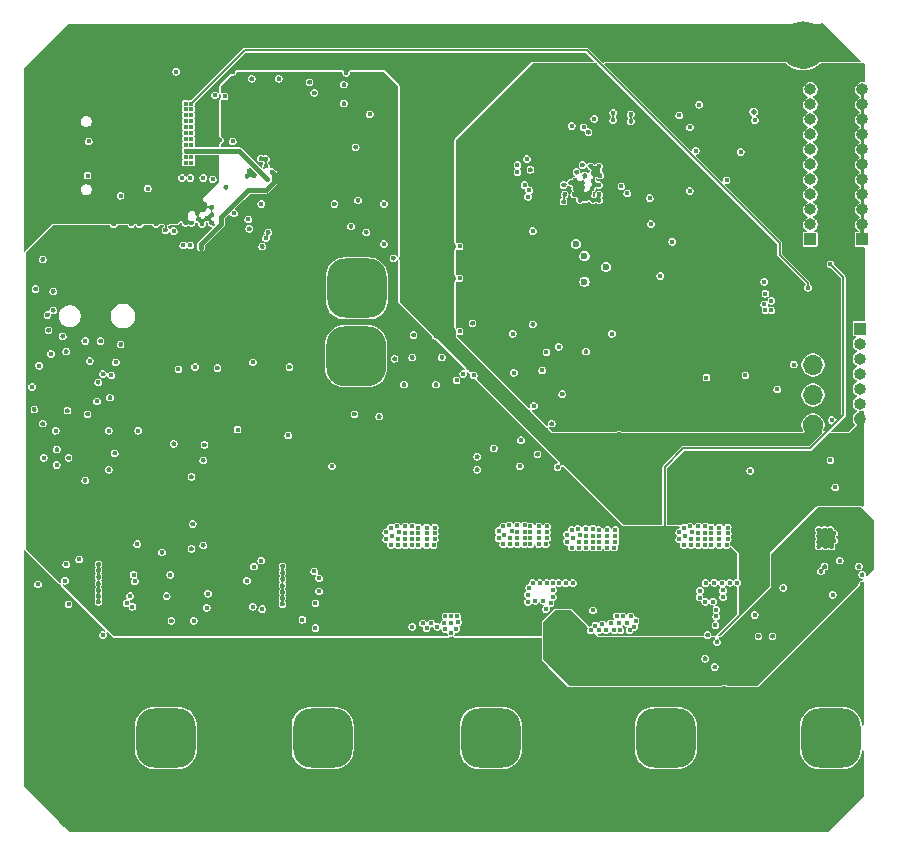
<source format=gbr>
%TF.GenerationSoftware,KiCad,Pcbnew,9.0.0*%
%TF.CreationDate,2025-08-15T19:16:38+03:00*%
%TF.ProjectId,USB-PD-Voltage-supply,5553422d-5044-42d5-966f-6c746167652d,rev?*%
%TF.SameCoordinates,Original*%
%TF.FileFunction,Copper,L3,Inr*%
%TF.FilePolarity,Positive*%
%FSLAX46Y46*%
G04 Gerber Fmt 4.6, Leading zero omitted, Abs format (unit mm)*
G04 Created by KiCad (PCBNEW 9.0.0) date 2025-08-15 19:16:38*
%MOMM*%
%LPD*%
G01*
G04 APERTURE LIST*
G04 Aperture macros list*
%AMRoundRect*
0 Rectangle with rounded corners*
0 $1 Rounding radius*
0 $2 $3 $4 $5 $6 $7 $8 $9 X,Y pos of 4 corners*
0 Add a 4 corners polygon primitive as box body*
4,1,4,$2,$3,$4,$5,$6,$7,$8,$9,$2,$3,0*
0 Add four circle primitives for the rounded corners*
1,1,$1+$1,$2,$3*
1,1,$1+$1,$4,$5*
1,1,$1+$1,$6,$7*
1,1,$1+$1,$8,$9*
0 Add four rect primitives between the rounded corners*
20,1,$1+$1,$2,$3,$4,$5,0*
20,1,$1+$1,$4,$5,$6,$7,0*
20,1,$1+$1,$6,$7,$8,$9,0*
20,1,$1+$1,$8,$9,$2,$3,0*%
G04 Aperture macros list end*
%TA.AperFunction,ComponentPad*%
%ADD10C,0.600000*%
%TD*%
%TA.AperFunction,ComponentPad*%
%ADD11RoundRect,1.500000X-1.000000X-1.000000X1.000000X-1.000000X1.000000X1.000000X-1.000000X1.000000X0*%
%TD*%
%TA.AperFunction,ComponentPad*%
%ADD12R,1.000000X1.000000*%
%TD*%
%TA.AperFunction,ComponentPad*%
%ADD13O,1.000000X1.000000*%
%TD*%
%TA.AperFunction,HeatsinkPad*%
%ADD14O,2.100000X1.000000*%
%TD*%
%TA.AperFunction,HeatsinkPad*%
%ADD15O,1.800000X1.000000*%
%TD*%
%TA.AperFunction,ComponentPad*%
%ADD16O,4.000000X4.000000*%
%TD*%
%TA.AperFunction,ComponentPad*%
%ADD17RoundRect,1.500000X1.000000X-1.000000X1.000000X1.000000X-1.000000X1.000000X-1.000000X-1.000000X0*%
%TD*%
%TA.AperFunction,ComponentPad*%
%ADD18R,1.700000X1.700000*%
%TD*%
%TA.AperFunction,ComponentPad*%
%ADD19O,1.700000X1.700000*%
%TD*%
%TA.AperFunction,ViaPad*%
%ADD20C,0.400000*%
%TD*%
%TA.AperFunction,ViaPad*%
%ADD21C,0.500000*%
%TD*%
%TA.AperFunction,ViaPad*%
%ADD22C,0.600000*%
%TD*%
%TA.AperFunction,Conductor*%
%ADD23C,0.127000*%
%TD*%
%TA.AperFunction,Conductor*%
%ADD24C,0.400000*%
%TD*%
G04 APERTURE END LIST*
D10*
%TO.N,Net-(D17-A)*%
%TO.C,TP25*%
X173200000Y-123150000D03*
X173200000Y-123800000D03*
X173200000Y-124450000D03*
X173350000Y-125200000D03*
X173550000Y-122500000D03*
X173950000Y-125700000D03*
X174200000Y-122000000D03*
D11*
X174950000Y-123900000D03*
D10*
X174950000Y-125850000D03*
X175000000Y-121850000D03*
X175750000Y-122000000D03*
X176100000Y-125650000D03*
X176350000Y-122500000D03*
X176500000Y-125100000D03*
X176700000Y-123150000D03*
X176700000Y-123800000D03*
X176700000Y-124450000D03*
%TD*%
D12*
%TO.N,+3.3V_LDO*%
%TO.C,J6*%
X189400000Y-81700000D03*
D13*
X189400000Y-80430000D03*
X189400000Y-79160000D03*
X189400000Y-77890000D03*
X189400000Y-76620000D03*
X189400000Y-75350000D03*
X189400000Y-74080000D03*
X189400000Y-72810000D03*
X189400000Y-71540000D03*
X189400000Y-70270000D03*
X189400000Y-69000000D03*
%TD*%
D12*
%TO.N,Earth*%
%TO.C,J7*%
X191600000Y-81700000D03*
D13*
X191600000Y-80430000D03*
X191600000Y-79160000D03*
X191600000Y-77890000D03*
X191600000Y-76620000D03*
X191600000Y-75350000D03*
X191600000Y-74080000D03*
X191600000Y-72810000D03*
X191600000Y-71540000D03*
X191600000Y-70270000D03*
X191600000Y-69000000D03*
%TD*%
D10*
%TO.N,Earth*%
%TO.C,TP18*%
X125050000Y-123200000D03*
X125050000Y-123850000D03*
X125050000Y-124500000D03*
X125200000Y-125250000D03*
X125400000Y-122550000D03*
X125800000Y-125750000D03*
X126050000Y-122050000D03*
D11*
X126800000Y-123950000D03*
D10*
X126800000Y-125900000D03*
X126850000Y-121900000D03*
X127600000Y-122050000D03*
X127950000Y-125700000D03*
X128200000Y-122550000D03*
X128350000Y-125150000D03*
X128550000Y-123200000D03*
X128550000Y-123850000D03*
X128550000Y-124500000D03*
%TD*%
D14*
%TO.N,Earth*%
%TO.C,J4*%
X126425000Y-70280000D03*
D15*
X122225000Y-70280000D03*
D14*
X126425000Y-78920000D03*
D15*
X122225000Y-78920000D03*
%TD*%
D16*
%TO.N,Earth*%
%TO.C,*%
X186600000Y-129619560D03*
%TD*%
D10*
%TO.N,Earth*%
%TO.C,TP20*%
X138250000Y-123150000D03*
X138250000Y-123800000D03*
X138250000Y-124450000D03*
X138400000Y-125200000D03*
X138600000Y-122500000D03*
X139000000Y-125700000D03*
X139250000Y-122000000D03*
D11*
X140000000Y-123900000D03*
D10*
X140000000Y-125850000D03*
X140050000Y-121850000D03*
X140800000Y-122000000D03*
X141150000Y-125650000D03*
X141400000Y-122500000D03*
X141550000Y-125100000D03*
X141750000Y-123150000D03*
X141750000Y-123800000D03*
X141750000Y-124450000D03*
%TD*%
%TO.N,Net-(D13-A)*%
%TO.C,TP17*%
X130900000Y-123150000D03*
X130900000Y-123800000D03*
X130900000Y-124450000D03*
X131050000Y-125200000D03*
X131250000Y-122500000D03*
X131650000Y-125700000D03*
X131900000Y-122000000D03*
D11*
X132650000Y-123900000D03*
D10*
X132650000Y-125850000D03*
X132700000Y-121850000D03*
X133450000Y-122000000D03*
X133800000Y-125650000D03*
X134050000Y-122500000D03*
X134200000Y-125100000D03*
X134400000Y-123150000D03*
X134400000Y-123800000D03*
X134400000Y-124450000D03*
%TD*%
%TO.N,Net-(D16-A)*%
%TO.C,TP23*%
X158400000Y-123150000D03*
X158400000Y-123800000D03*
X158400000Y-124450000D03*
X158550000Y-125200000D03*
X158750000Y-122500000D03*
X159150000Y-125700000D03*
X159400000Y-122000000D03*
D11*
X160150000Y-123900000D03*
D10*
X160150000Y-125850000D03*
X160200000Y-121850000D03*
X160950000Y-122000000D03*
X161300000Y-125650000D03*
X161550000Y-122500000D03*
X161700000Y-125100000D03*
X161900000Y-123150000D03*
X161900000Y-123800000D03*
X161900000Y-124450000D03*
%TD*%
D16*
%TO.N,Earth*%
%TO.C,*%
X125200000Y-65500000D03*
%TD*%
D10*
%TO.N,Earth*%
%TO.C,TP16*%
X148000000Y-93350000D03*
X148650000Y-93350000D03*
X149300000Y-93350000D03*
X150050000Y-93200000D03*
X147350000Y-93000000D03*
X150550000Y-92600000D03*
X146850000Y-92350000D03*
D17*
X148750000Y-91600000D03*
D10*
X150700000Y-91600000D03*
X146700000Y-91550000D03*
X146850000Y-90800000D03*
X150500000Y-90450000D03*
X147350000Y-90200000D03*
X149950000Y-90050000D03*
X148000000Y-89850000D03*
X148650000Y-89850000D03*
X149300000Y-89850000D03*
%TD*%
D12*
%TO.N,BUTTON_1*%
%TO.C,J5*%
X187200000Y-81700000D03*
D13*
%TO.N,BUTTON_2*%
X187200000Y-80430000D03*
%TO.N,BUTTON_3*%
X187200000Y-79160000D03*
%TO.N,BUTTON_4*%
X187200000Y-77890000D03*
%TO.N,BUTTON_5*%
X187200000Y-76620000D03*
%TO.N,BUTTON_6*%
X187200000Y-75350000D03*
%TO.N,BUTTON_7*%
X187200000Y-74080000D03*
%TO.N,BUTTON_8*%
X187200000Y-72810000D03*
%TO.N,BUTTON_9*%
X187200000Y-71540000D03*
%TO.N,BUTTON_10*%
X187200000Y-70270000D03*
%TO.N,BUTTON_11*%
X187200000Y-69000000D03*
%TD*%
D16*
%TO.N,Earth*%
%TO.C,*%
X125200000Y-129869560D03*
%TD*%
D10*
%TO.N,Earth*%
%TO.C,TP22*%
X181250000Y-123200000D03*
X181250000Y-123850000D03*
X181250000Y-124500000D03*
X181400000Y-125250000D03*
X181600000Y-122550000D03*
X182000000Y-125750000D03*
X182250000Y-122050000D03*
D11*
X183000000Y-123950000D03*
D10*
X183000000Y-125900000D03*
X183050000Y-121900000D03*
X183800000Y-122050000D03*
X184150000Y-125700000D03*
X184400000Y-122550000D03*
X184550000Y-125150000D03*
X184750000Y-123200000D03*
X184750000Y-123850000D03*
X184750000Y-124500000D03*
%TD*%
%TO.N,Net-(F1-Pad2)*%
%TO.C,TP15*%
X148050000Y-87600000D03*
X148700000Y-87600000D03*
X149350000Y-87600000D03*
X150100000Y-87450000D03*
X147400000Y-87250000D03*
X150600000Y-86850000D03*
X146900000Y-86600000D03*
D17*
X148800000Y-85850000D03*
D10*
X150750000Y-85850000D03*
X146750000Y-85800000D03*
X146900000Y-85050000D03*
X150550000Y-84700000D03*
X147400000Y-84450000D03*
X150000000Y-84300000D03*
X148050000Y-84100000D03*
X148700000Y-84100000D03*
X149350000Y-84100000D03*
%TD*%
%TO.N,Earth*%
%TO.C,TP24*%
X152450000Y-123150000D03*
X152450000Y-123800000D03*
X152450000Y-124450000D03*
X152600000Y-125200000D03*
X152800000Y-122500000D03*
X153200000Y-125700000D03*
X153450000Y-122000000D03*
D11*
X154200000Y-123900000D03*
D10*
X154200000Y-125850000D03*
X154250000Y-121850000D03*
X155000000Y-122000000D03*
X155350000Y-125650000D03*
X155600000Y-122500000D03*
X155750000Y-125100000D03*
X155950000Y-123150000D03*
X155950000Y-123800000D03*
X155950000Y-124450000D03*
%TD*%
%TO.N,Net-(D15-A)*%
%TO.C,TP21*%
X187200000Y-123150000D03*
X187200000Y-123800000D03*
X187200000Y-124450000D03*
X187350000Y-125200000D03*
X187550000Y-122500000D03*
X187950000Y-125700000D03*
X188200000Y-122000000D03*
D11*
X188950000Y-123900000D03*
D10*
X188950000Y-125850000D03*
X189000000Y-121850000D03*
X189750000Y-122000000D03*
X190100000Y-125650000D03*
X190350000Y-122500000D03*
X190500000Y-125100000D03*
X190700000Y-123150000D03*
X190700000Y-123800000D03*
X190700000Y-124450000D03*
%TD*%
D16*
%TO.N,Earth*%
%TO.C,*%
X186600000Y-65250000D03*
%TD*%
D10*
%TO.N,Earth*%
%TO.C,TP26*%
X167250000Y-123150000D03*
X167250000Y-123800000D03*
X167250000Y-124450000D03*
X167400000Y-125200000D03*
X167600000Y-122500000D03*
X168000000Y-125700000D03*
X168250000Y-122000000D03*
D11*
X169000000Y-123900000D03*
D10*
X169000000Y-125850000D03*
X169050000Y-121850000D03*
X169800000Y-122000000D03*
X170150000Y-125650000D03*
X170400000Y-122500000D03*
X170550000Y-125100000D03*
X170750000Y-123150000D03*
X170750000Y-123800000D03*
X170750000Y-124450000D03*
%TD*%
%TO.N,Net-(D14-A)*%
%TO.C,TP19*%
X144150000Y-123150000D03*
X144150000Y-123800000D03*
X144150000Y-124450000D03*
X144300000Y-125200000D03*
X144500000Y-122500000D03*
X144900000Y-125700000D03*
X145150000Y-122000000D03*
D11*
X145900000Y-123900000D03*
D10*
X145900000Y-125850000D03*
X145950000Y-121850000D03*
X146700000Y-122000000D03*
X147050000Y-125650000D03*
X147300000Y-122500000D03*
X147450000Y-125100000D03*
X147650000Y-123150000D03*
X147650000Y-123800000D03*
X147650000Y-124450000D03*
%TD*%
D12*
%TO.N,ST7789_CS*%
%TO.C,J2*%
X191400000Y-89250000D03*
D13*
%TO.N,ST7789_DC*%
X191400000Y-90520000D03*
%TO.N,ST7789_RST*%
X191400000Y-91790000D03*
%TO.N,SPI_MOSI*%
X191400000Y-93060000D03*
%TO.N,SPI_SCLK*%
X191400000Y-94330000D03*
%TO.N,+5.2V_*%
X191400000Y-95600000D03*
%TO.N,Earth*%
X191400000Y-96870000D03*
%TD*%
D18*
%TO.N,+3.3V_LDO*%
%TO.C,J3*%
X187425000Y-89800000D03*
D19*
%TO.N,U0RX*%
X187425000Y-92340000D03*
%TO.N,Net-(J3-Pin_3)*%
X187425000Y-94880000D03*
%TO.N,Earth*%
X187425000Y-97420000D03*
%TD*%
D20*
%TO.N,Earth*%
X121500000Y-96100000D03*
X146300000Y-66500000D03*
X167400000Y-76000000D03*
X124600000Y-63900000D03*
X125200000Y-63800000D03*
X142503044Y-112067645D03*
X126932431Y-110270087D03*
X190500000Y-102500000D03*
X138300000Y-67500000D03*
X188250000Y-65750000D03*
X164900000Y-123400000D03*
X168700000Y-77400000D03*
X128700000Y-67200000D03*
X134900000Y-105800000D03*
X168500000Y-77800000D03*
X183000000Y-128600000D03*
X126200000Y-68200000D03*
X167700000Y-78400000D03*
X182800000Y-115300000D03*
X163500000Y-75800000D03*
X148700000Y-73900000D03*
X124810199Y-131525884D03*
X143800000Y-67100000D03*
X156000000Y-87000000D03*
X123500000Y-65300000D03*
X135300000Y-79500000D03*
X124200000Y-66900000D03*
X147900000Y-67600000D03*
X139900000Y-68100000D03*
X123710199Y-129075884D03*
X123200000Y-67200000D03*
X127800000Y-79600000D03*
X132700000Y-111900000D03*
X123400000Y-99500000D03*
X128200000Y-80400000D03*
X127700000Y-67100000D03*
X135800000Y-79200000D03*
X166300000Y-77100000D03*
X184000000Y-115300000D03*
X135100000Y-92500000D03*
X184900000Y-129419560D03*
X178300000Y-117200000D03*
X127800000Y-101200000D03*
X165800000Y-101000000D03*
X135000000Y-78400000D03*
X130400000Y-69000000D03*
X122200000Y-83400000D03*
X123810199Y-130825884D03*
X124700000Y-70400000D03*
X143100000Y-131200000D03*
X183400000Y-111000000D03*
X150700000Y-96700000D03*
X125850000Y-63950000D03*
X126910199Y-129775884D03*
X146900000Y-78700000D03*
X173800000Y-101700000D03*
X186600000Y-63550000D03*
X167900000Y-77300000D03*
X147700000Y-70200000D03*
X126800000Y-95400000D03*
X125800000Y-102100000D03*
X141600000Y-65200000D03*
X138300000Y-131300000D03*
X126900000Y-65400000D03*
X132500000Y-68300000D03*
X160400000Y-99400000D03*
X122700000Y-89400000D03*
X126926211Y-111888332D03*
X124500000Y-76100000D03*
X169200000Y-75900000D03*
X126000000Y-96500000D03*
X128000000Y-93200000D03*
X153200000Y-87300000D03*
X191300000Y-109400000D03*
X132600000Y-66500000D03*
X136700000Y-73600000D03*
X139700000Y-80800000D03*
X184900000Y-111200000D03*
X142100000Y-67100000D03*
X151100000Y-82100000D03*
X186200000Y-131269560D03*
X187800000Y-128419560D03*
X185600000Y-131019560D03*
X142503044Y-111567645D03*
X167800000Y-77800000D03*
X124050000Y-64200000D03*
X154000000Y-82700000D03*
X185200000Y-66200000D03*
X126760199Y-129175884D03*
X155500000Y-94000000D03*
X128900000Y-71000000D03*
X179900000Y-99800000D03*
X191600000Y-110900000D03*
X137200000Y-73300000D03*
X123400000Y-100800000D03*
X142513924Y-109389272D03*
X168600000Y-75500000D03*
X188400000Y-106300000D03*
X185100000Y-64450000D03*
X187800000Y-64050000D03*
X151900000Y-128700000D03*
X125210199Y-128175884D03*
X123560199Y-130275884D03*
X182800000Y-100800000D03*
X130400000Y-80400000D03*
X126900000Y-93800000D03*
X123300000Y-77200000D03*
X136500000Y-80300000D03*
X168100000Y-128200000D03*
X123700000Y-64700000D03*
X125800000Y-90300000D03*
X126400000Y-64300000D03*
X168200000Y-91200000D03*
X121200000Y-111100000D03*
X126750000Y-64800000D03*
X121900000Y-81000000D03*
X156000000Y-91700000D03*
X171000000Y-128100000D03*
X121200000Y-113100000D03*
X130200000Y-107500000D03*
X134300000Y-78700000D03*
X147100000Y-65000000D03*
X134300000Y-79200000D03*
X131800000Y-80400000D03*
X179100000Y-65100000D03*
X191500000Y-112500000D03*
X129100000Y-69500000D03*
X121300000Y-94200000D03*
X151900000Y-83300000D03*
X129700000Y-80400000D03*
X123800000Y-66450000D03*
X135300000Y-78800000D03*
X159000000Y-100100000D03*
X184900000Y-98300000D03*
X188500000Y-107700000D03*
X178700000Y-120600000D03*
X169400000Y-76300000D03*
X126926211Y-111388332D03*
X122200000Y-97300000D03*
X155500000Y-89900000D03*
X175300000Y-99300000D03*
X139700000Y-75900000D03*
X166200000Y-94800000D03*
X180000000Y-126200000D03*
X148900000Y-78400000D03*
X124210199Y-131275884D03*
X184900000Y-65050000D03*
X126060199Y-131325884D03*
X129400000Y-118500000D03*
X187250000Y-63700000D03*
X135800000Y-100400000D03*
X166300000Y-78500000D03*
X191600000Y-110100000D03*
X121600000Y-85900000D03*
X187900000Y-106800000D03*
X142200000Y-68100000D03*
X142503044Y-112567645D03*
X136100000Y-74900000D03*
X183800000Y-120900000D03*
X188150000Y-128919560D03*
X152000000Y-91800000D03*
X141100000Y-74900000D03*
X163700000Y-88900000D03*
X142509264Y-110449400D03*
X189200000Y-106600000D03*
X123000000Y-74300000D03*
X182900000Y-103600000D03*
X167900000Y-75400000D03*
X185450000Y-128319560D03*
X164900000Y-121900000D03*
X133100000Y-114000000D03*
X124060199Y-128575884D03*
X128400000Y-92100000D03*
X151100000Y-78700000D03*
X166200000Y-64000000D03*
X133000000Y-65000000D03*
X126937091Y-109209959D03*
X128100000Y-65300000D03*
X125860199Y-128325884D03*
X132800000Y-78900000D03*
X125450000Y-67200000D03*
X149900000Y-71100000D03*
X134800000Y-107900000D03*
X127300000Y-93100000D03*
X125000000Y-75300000D03*
X126926211Y-110853332D03*
X129300000Y-129700000D03*
X174100000Y-130500000D03*
X142500000Y-129400000D03*
X188400000Y-109400000D03*
X123400000Y-127600000D03*
X124400000Y-73200000D03*
X126926211Y-112388332D03*
X131600000Y-78500000D03*
X135800000Y-107600000D03*
X137700000Y-77300000D03*
X171100000Y-100800000D03*
X163500000Y-97100000D03*
X123100000Y-86100000D03*
X172000000Y-99800000D03*
X126850000Y-66000000D03*
X189000000Y-107700000D03*
X179100000Y-64100000D03*
X126934761Y-109734198D03*
X136600000Y-75300000D03*
X162600000Y-100900000D03*
X124400000Y-100200000D03*
X140100000Y-76300000D03*
X187250000Y-128069560D03*
X180900000Y-121000000D03*
X142503044Y-111032645D03*
X172000000Y-71700000D03*
X186850000Y-66950000D03*
X143100000Y-92500000D03*
X122600000Y-88100000D03*
X188150000Y-64550000D03*
X164900000Y-125000000D03*
X134300000Y-66900000D03*
X189200000Y-107200000D03*
X148000000Y-131300000D03*
X163900000Y-131000000D03*
X168100000Y-76300000D03*
X176400000Y-100100000D03*
X163800000Y-95800000D03*
X145200000Y-69300000D03*
X135300000Y-64900000D03*
X123700000Y-120700000D03*
X186000000Y-128019560D03*
X179100000Y-117900000D03*
X127900000Y-95100000D03*
X144500000Y-64800000D03*
X152800000Y-94000000D03*
X155300000Y-85700000D03*
X185200000Y-121200000D03*
X140686260Y-74856534D03*
X182400000Y-131200000D03*
X125460199Y-131575884D03*
X124610199Y-128275884D03*
X166100000Y-100200000D03*
X163200000Y-128600000D03*
X185450000Y-63950000D03*
X135400000Y-80000000D03*
X166200000Y-64700000D03*
X187900000Y-106300000D03*
X134300000Y-78100000D03*
X135700000Y-66400000D03*
X186850000Y-131319560D03*
X184700000Y-120200000D03*
X136200000Y-111700000D03*
X169300000Y-77100000D03*
X122200000Y-72900000D03*
X188800000Y-106900000D03*
X160300000Y-130800000D03*
X123600000Y-69100000D03*
X168900000Y-71500000D03*
X132700000Y-80300000D03*
X126510199Y-130925884D03*
X135900000Y-99100000D03*
X168800000Y-76100000D03*
X123100000Y-87700000D03*
X140900000Y-66600000D03*
X173900000Y-100500000D03*
X187900000Y-107700000D03*
X125900000Y-69200000D03*
X130300000Y-64400000D03*
X167200000Y-77900000D03*
X171000000Y-98200000D03*
X136500000Y-79600000D03*
X168409879Y-72636686D03*
X153600000Y-89800000D03*
X164100000Y-99900000D03*
X132500000Y-129600000D03*
X168800000Y-76800000D03*
X166400000Y-77900000D03*
X187450000Y-131069560D03*
X182100000Y-120200000D03*
X129400000Y-66300000D03*
X131700000Y-69000000D03*
X140800000Y-82300000D03*
X152200000Y-131100000D03*
X135400000Y-67800000D03*
X164800000Y-120300000D03*
X136100000Y-112900000D03*
X128300000Y-70500000D03*
X187900000Y-66300000D03*
X141100000Y-75500000D03*
X136500000Y-79000000D03*
X128300000Y-99800000D03*
X184950000Y-65650000D03*
X168200000Y-78300000D03*
X126500000Y-66550000D03*
X128300000Y-68900000D03*
X133700000Y-131700000D03*
X128800000Y-90600000D03*
X129700000Y-76700000D03*
X179300000Y-115800000D03*
X187900000Y-130669560D03*
X184950000Y-130019560D03*
X164800000Y-97900000D03*
X121400000Y-67300000D03*
X169300000Y-77900000D03*
X132300000Y-108200000D03*
X134300000Y-80300000D03*
X125100000Y-74200000D03*
X121800000Y-125400000D03*
X133300000Y-99000000D03*
X148600000Y-96500000D03*
X159000000Y-101200000D03*
X188300000Y-106700000D03*
X135700000Y-80400000D03*
X179000000Y-125000000D03*
X154300000Y-80200000D03*
X124300000Y-71800000D03*
X127900000Y-78400000D03*
X126050000Y-66950000D03*
X140000000Y-92100000D03*
X147700000Y-68600000D03*
X176400000Y-129300000D03*
X135900000Y-78700000D03*
X121900000Y-69200000D03*
X126860199Y-130375884D03*
X167300000Y-77400000D03*
X122300000Y-100200000D03*
X121900000Y-92400000D03*
X124300000Y-96200000D03*
X132600000Y-80900000D03*
X122900000Y-91400000D03*
X141100000Y-81600000D03*
X185600000Y-66650000D03*
X126410199Y-128675884D03*
X179200000Y-64500000D03*
X187900000Y-107300000D03*
X153600000Y-84800000D03*
X172000000Y-71100000D03*
X134800000Y-80300000D03*
X162700000Y-98700000D03*
X123200000Y-80000000D03*
X186600000Y-127919560D03*
X171300000Y-99900000D03*
X122400000Y-124300000D03*
X137700000Y-129000000D03*
X188100000Y-109800000D03*
X187450000Y-66700000D03*
X188300000Y-65150000D03*
X129100000Y-64600000D03*
X134300000Y-79800000D03*
X180800000Y-128400000D03*
X188800000Y-107300000D03*
X144800000Y-68400000D03*
X188300000Y-129519560D03*
X182500000Y-111600000D03*
X134800000Y-101800000D03*
X124800000Y-67150000D03*
X153500000Y-91700000D03*
X170500000Y-71000000D03*
X121800000Y-122000000D03*
X169300000Y-78400000D03*
X178500000Y-115200000D03*
X147400000Y-129300000D03*
X165300000Y-97300000D03*
X157600000Y-128000000D03*
X124700000Y-78300000D03*
X123510199Y-129675884D03*
X182500000Y-113500000D03*
X141300000Y-81100000D03*
X183700000Y-119400000D03*
X186200000Y-66900000D03*
X123550000Y-65900000D03*
X123100000Y-111000000D03*
X127100000Y-90300000D03*
X188250000Y-130119560D03*
X185100000Y-128819560D03*
X188300000Y-107200000D03*
X123900000Y-89900000D03*
X180100000Y-100600000D03*
X149600000Y-81100000D03*
X170500000Y-71600000D03*
X156500000Y-131100000D03*
X167900000Y-76900000D03*
X158600000Y-88800000D03*
X137000000Y-92600000D03*
X186000000Y-63650000D03*
X137600000Y-65800000D03*
X136100000Y-79900000D03*
X134900000Y-79100000D03*
X168800000Y-78400000D03*
X179900000Y-119700000D03*
X188900000Y-106300000D03*
X185300000Y-103300000D03*
X185200000Y-130569560D03*
X139504052Y-76355336D03*
X124200000Y-91200000D03*
X167300000Y-76700000D03*
X179300000Y-123000000D03*
X126200000Y-92000000D03*
X169300000Y-75500000D03*
X148300000Y-80600000D03*
X142511594Y-109913511D03*
X166900000Y-76900000D03*
X135000000Y-114000000D03*
%TO.N,+3.3V_LDO*%
X170400000Y-88600000D03*
X166200000Y-86200000D03*
X171000000Y-75400000D03*
X162000000Y-88600000D03*
X172000000Y-80400000D03*
X184000000Y-69700000D03*
X165837500Y-79737500D03*
X166400000Y-88700000D03*
X162476832Y-78123168D03*
X164900000Y-76200000D03*
X172700000Y-77500000D03*
X166800000Y-71000000D03*
X165300000Y-71400000D03*
X174600000Y-89000000D03*
%TO.N,+5.2V_USB_*%
X176500000Y-107600000D03*
X183900000Y-86900000D03*
X179073054Y-110778128D03*
X176100000Y-106500000D03*
X180100000Y-107600000D03*
X179167417Y-114353440D03*
X177700000Y-106600000D03*
X178800000Y-106100000D03*
X178800000Y-107600000D03*
X179800000Y-111421195D03*
X178300000Y-106000000D03*
X179500000Y-107600000D03*
X176600000Y-106800000D03*
X183400000Y-86300000D03*
X179500000Y-106100000D03*
X177000000Y-106000000D03*
X179747576Y-110813078D03*
X177700000Y-107600000D03*
X177821870Y-112032808D03*
X181005750Y-110774634D03*
X177700000Y-106000000D03*
X177100000Y-107100000D03*
X177700000Y-107100000D03*
X179233821Y-113629990D03*
X176500000Y-106100000D03*
X178800000Y-107100000D03*
X180200000Y-106600000D03*
X183300000Y-87200000D03*
X180200000Y-107100000D03*
X176100000Y-107100000D03*
X179244306Y-113060317D03*
X180383653Y-110774634D03*
X178325140Y-110802593D03*
X178300000Y-107100000D03*
X180200000Y-106100000D03*
X179810484Y-112008343D03*
X178290190Y-112385796D03*
X183900000Y-87700000D03*
X177863809Y-111438670D03*
X179500000Y-106600000D03*
X183400000Y-87700000D03*
X178950732Y-112364826D03*
X178300000Y-107600000D03*
X183300000Y-85300000D03*
X177100000Y-107600000D03*
X179500000Y-107100000D03*
X178800000Y-106600000D03*
X178300000Y-106600000D03*
X177200000Y-106500000D03*
%TO.N,Net-(U3-VREG_2V7)*%
X134700000Y-76500000D03*
%TO.N,Net-(U3-VREG_1V2)*%
X135800000Y-76500000D03*
%TO.N,PD_VDD*%
X137600000Y-69600000D03*
X139600000Y-80000000D03*
X134000000Y-76500000D03*
X138400000Y-79500000D03*
%TO.N,+5V_USB*%
X134300000Y-75200000D03*
X134800000Y-71200000D03*
X134800000Y-72200000D03*
X134300000Y-73200000D03*
X187000000Y-85800000D03*
X134300000Y-74200000D03*
X134800000Y-70700000D03*
X141200000Y-76600000D03*
X134800000Y-73700000D03*
X134300000Y-70700000D03*
X134800000Y-71700000D03*
X134800000Y-74200000D03*
X134300000Y-73700000D03*
X134800000Y-75200000D03*
X134800000Y-73200000D03*
X134800000Y-70200000D03*
X134300000Y-72700000D03*
X134300000Y-72200000D03*
X134300000Y-70200000D03*
X134800000Y-72700000D03*
X134800000Y-74700000D03*
X134300000Y-71700000D03*
X134300000Y-71200000D03*
X134300000Y-74700000D03*
%TO.N,PD-Voltage*%
X142800000Y-81300000D03*
X143300000Y-81800000D03*
X135800000Y-85900000D03*
X127400000Y-85400000D03*
X161700000Y-110700000D03*
X143000000Y-76500000D03*
X126400000Y-85400000D03*
X127500000Y-82300000D03*
X142600000Y-71100000D03*
X128000000Y-82300000D03*
X145700000Y-77000000D03*
X140600000Y-73600000D03*
X128600000Y-110700000D03*
X134800000Y-85400000D03*
X128000000Y-110000000D03*
X145700000Y-79300000D03*
X160700000Y-111700000D03*
X142600000Y-70100000D03*
X176154115Y-111167532D03*
X146200000Y-78000000D03*
X143300000Y-81300000D03*
X142500000Y-76000000D03*
X126900000Y-85400000D03*
X176254115Y-110667532D03*
X142100000Y-70600000D03*
X141600000Y-69100000D03*
X145700000Y-78800000D03*
X139200000Y-85600000D03*
X142800000Y-81800000D03*
X144151936Y-111300564D03*
X128600000Y-111200000D03*
X143751936Y-111600564D03*
X175254115Y-111667532D03*
X145200000Y-77000000D03*
X128000000Y-82800000D03*
X142600000Y-70600000D03*
X129200000Y-84900000D03*
X161400000Y-112700000D03*
X143800000Y-82300000D03*
X132600000Y-85400000D03*
X145700000Y-77500000D03*
X160200000Y-111700000D03*
X128200000Y-110400000D03*
X145700000Y-81000000D03*
X142600000Y-71600000D03*
X124900000Y-84900000D03*
X142100000Y-69600000D03*
X146200000Y-81000000D03*
X127400000Y-85900000D03*
X145700000Y-78000000D03*
X128700000Y-85900000D03*
X146200000Y-81500000D03*
X135800000Y-84900000D03*
X128200000Y-110900000D03*
X145700000Y-80500000D03*
X129700000Y-85900000D03*
X134800000Y-85900000D03*
X142600000Y-69600000D03*
X128700000Y-85400000D03*
X125400000Y-84900000D03*
X132100000Y-85900000D03*
X145200000Y-79800000D03*
X126900000Y-85900000D03*
X146200000Y-78800000D03*
X140100000Y-73100000D03*
X127000000Y-81800000D03*
X124400000Y-84900000D03*
X140200000Y-84600000D03*
X175354115Y-112767532D03*
X127400000Y-84900000D03*
X139638245Y-73585126D03*
X132600000Y-85900000D03*
X160800000Y-112800000D03*
X145700000Y-81500000D03*
X141600000Y-69600000D03*
X143551936Y-112100564D03*
X128000000Y-81800000D03*
X140100000Y-72600000D03*
X146200000Y-80500000D03*
X145200000Y-80500000D03*
X146200000Y-77500000D03*
X175754115Y-111667532D03*
X126400000Y-85900000D03*
X145200000Y-79300000D03*
X125400000Y-85400000D03*
X140200000Y-85100000D03*
X161200000Y-111700000D03*
X143551936Y-110100564D03*
X143300000Y-82300000D03*
X142100000Y-71600000D03*
X139600000Y-73100000D03*
X135800000Y-85400000D03*
X142100000Y-69100000D03*
X133100000Y-84900000D03*
X125400000Y-84400000D03*
X132600000Y-84900000D03*
X124900000Y-85400000D03*
X145700000Y-79800000D03*
X129700000Y-85400000D03*
X140200000Y-85600000D03*
X139700000Y-85600000D03*
X146200000Y-79800000D03*
X143000000Y-76000000D03*
X134800000Y-84900000D03*
X135300000Y-84900000D03*
X127000000Y-82300000D03*
X161600000Y-112300000D03*
X128700000Y-84900000D03*
X124400000Y-85400000D03*
X145200000Y-81500000D03*
X128600000Y-110200000D03*
X124400000Y-84400000D03*
X128000000Y-109400000D03*
X124900000Y-84400000D03*
X142800000Y-82300000D03*
X146200000Y-77000000D03*
X141600000Y-71100000D03*
X126400000Y-84900000D03*
X141600000Y-70100000D03*
X129200000Y-85900000D03*
X140100000Y-73600000D03*
X133100000Y-85400000D03*
X129200000Y-85400000D03*
X144151936Y-110300564D03*
X142100000Y-71100000D03*
X145200000Y-77500000D03*
X132100000Y-84900000D03*
X132100000Y-85400000D03*
X139700000Y-85100000D03*
X143800000Y-81300000D03*
X144151936Y-110800564D03*
X127500000Y-82800000D03*
X141600000Y-70600000D03*
X143800000Y-81800000D03*
X127000000Y-82800000D03*
X143751936Y-111000564D03*
X145200000Y-78000000D03*
X140600000Y-72600000D03*
X143551936Y-109500564D03*
X161700000Y-111700000D03*
X145200000Y-81000000D03*
X128000000Y-112000000D03*
X161600000Y-111200000D03*
X145200000Y-78800000D03*
X126900000Y-84900000D03*
X127500000Y-81800000D03*
X143500000Y-76500000D03*
X140600000Y-73100000D03*
X142500000Y-76500000D03*
X135300000Y-85900000D03*
X175300000Y-111100000D03*
X142100000Y-70100000D03*
X139200000Y-84600000D03*
X176254115Y-111667532D03*
X143500000Y-76000000D03*
X146200000Y-79300000D03*
X133100000Y-85900000D03*
X160300000Y-110500000D03*
X139700000Y-84600000D03*
X139600000Y-72600000D03*
X139200000Y-85100000D03*
X135300000Y-85400000D03*
X175954115Y-112667532D03*
X142600000Y-69100000D03*
X141600000Y-71600000D03*
X188900000Y-83800000D03*
X175454115Y-110467532D03*
X128200000Y-111500000D03*
X143751936Y-110500564D03*
X160900000Y-110500000D03*
X129700000Y-84900000D03*
X176154115Y-112267532D03*
%TO.N,Net-(U10-EXTVCC)*%
X129300000Y-112500000D03*
X124400000Y-112600000D03*
%TO.N,Net-(U11-EXTVCC)*%
X144200000Y-113900000D03*
X140000000Y-112800000D03*
%TO.N,Net-(U10-BOOT1)*%
X130300000Y-97900000D03*
X129800000Y-112800000D03*
%TO.N,Net-(U11-BOOT1)*%
X146700000Y-100900000D03*
X145300000Y-112500000D03*
%TO.N,+5.2V*%
X167500000Y-117100000D03*
X167400000Y-117700000D03*
X165800000Y-114500000D03*
X165800000Y-113800000D03*
X190800000Y-107300000D03*
X191400000Y-107300000D03*
X166400000Y-114800000D03*
X190400000Y-105200000D03*
X192000000Y-105700000D03*
X189900000Y-105800000D03*
X166700000Y-116000000D03*
X166900000Y-116700000D03*
X167500000Y-115500000D03*
X190700000Y-105800000D03*
X190700000Y-106500000D03*
X191500000Y-105700000D03*
X166800000Y-117300000D03*
X166500000Y-117700000D03*
X165400000Y-114300000D03*
X166900000Y-115400000D03*
X166400000Y-116500000D03*
X167600000Y-116200000D03*
X166900000Y-118200000D03*
X167500000Y-114800000D03*
X191900000Y-107200000D03*
X189800000Y-105300000D03*
%TO.N,Net-(U10-BOOT2)*%
X123300000Y-97900000D03*
X121800000Y-110900000D03*
%TO.N,Net-(U11-BOOT2)*%
X140800000Y-113000000D03*
X138700000Y-97800000D03*
%TO.N,VOUT1_*%
X157250000Y-93650000D03*
X125300000Y-108800000D03*
X157800000Y-93100000D03*
%TO.N,VOUT2_*%
X162100000Y-93000000D03*
X140700000Y-108900000D03*
%TO.N,Net-(D10-K)*%
X152900000Y-106600000D03*
X152300000Y-107100000D03*
X151300000Y-106500000D03*
X156800000Y-114200000D03*
X156800000Y-113600000D03*
X154000000Y-107600000D03*
X153500000Y-107100000D03*
X152200000Y-106000000D03*
X157200000Y-114700000D03*
X155100000Y-114200000D03*
X152900000Y-107600000D03*
X156300000Y-114700000D03*
X151300000Y-107100000D03*
X151700000Y-107600000D03*
X151700000Y-106100000D03*
X154000000Y-106600000D03*
X153500000Y-107600000D03*
X154700000Y-114600000D03*
X154000000Y-107100000D03*
X156800000Y-115000000D03*
X155300000Y-107600000D03*
X151800000Y-106800000D03*
X152900000Y-106000000D03*
X157400000Y-114100000D03*
X153500000Y-106600000D03*
X155400000Y-106600000D03*
X152400000Y-106500000D03*
X155600000Y-114500000D03*
X154700000Y-106600000D03*
X154700000Y-106100000D03*
X155400000Y-106100000D03*
X152900000Y-107100000D03*
X157300000Y-113600000D03*
X153500000Y-106000000D03*
X154400000Y-114200000D03*
X156300000Y-113600000D03*
X155400000Y-107100000D03*
X154700000Y-107600000D03*
X154000000Y-106100000D03*
X156200000Y-114200000D03*
X152300000Y-107600000D03*
X154700000Y-107100000D03*
%TO.N,Net-(D11-K)*%
X168200000Y-106800000D03*
X169300000Y-106300000D03*
X168200000Y-106200000D03*
X172300000Y-114500000D03*
X166600000Y-106700000D03*
X169300000Y-106800000D03*
X170000000Y-107300000D03*
X171000000Y-114200000D03*
X168800000Y-106800000D03*
X171300000Y-113600000D03*
X170000000Y-107800000D03*
X168200000Y-107300000D03*
X167500000Y-106200000D03*
X169300000Y-107300000D03*
X170800000Y-113600000D03*
X167100000Y-107000000D03*
X171100000Y-114800000D03*
X169000000Y-114400000D03*
X168800000Y-106200000D03*
X170600000Y-107800000D03*
X170600000Y-114800000D03*
X166600000Y-107300000D03*
X169300000Y-107800000D03*
X171700000Y-114200000D03*
X168800000Y-113100000D03*
X167600000Y-107300000D03*
X170700000Y-106300000D03*
X169600000Y-114300000D03*
X171900000Y-114800000D03*
X170000000Y-106300000D03*
X170700000Y-107300000D03*
X169900000Y-114800000D03*
X170300000Y-114200000D03*
X167600000Y-107800000D03*
X168800000Y-107300000D03*
X168200000Y-107800000D03*
X169300000Y-114800000D03*
X170700000Y-106800000D03*
X172400000Y-114000000D03*
X167000000Y-107800000D03*
X167700000Y-106700000D03*
X168600000Y-114800000D03*
X170000000Y-106800000D03*
X168800000Y-107800000D03*
X167000000Y-106300000D03*
X172000000Y-113600000D03*
%TO.N,Net-(U10-COMP)*%
X124100000Y-110600000D03*
X127800000Y-97900000D03*
%TO.N,Net-(U11-COMP)*%
X143000000Y-98300000D03*
X139500000Y-110600000D03*
%TO.N,Net-(C70-Pad1)*%
X161900000Y-106400000D03*
X164900000Y-110800000D03*
X164300000Y-110800000D03*
X163900000Y-112300000D03*
X163000000Y-107000000D03*
X164200000Y-106500000D03*
X163300000Y-112400000D03*
X162400000Y-105900000D03*
X164800000Y-107500000D03*
X163500000Y-106000000D03*
X163000000Y-107500000D03*
X161800000Y-107500000D03*
X163500000Y-107000000D03*
X162400000Y-107500000D03*
X164200000Y-106000000D03*
X160800000Y-106400000D03*
X163700000Y-110800000D03*
X165400000Y-110800000D03*
X164800000Y-113000000D03*
X161700000Y-105900000D03*
X164900000Y-106500000D03*
X164200000Y-107500000D03*
X164600000Y-112300000D03*
X164900000Y-106000000D03*
X161200000Y-107500000D03*
X165900000Y-110800000D03*
X162400000Y-107000000D03*
X161300000Y-106700000D03*
X163500000Y-107500000D03*
X164900000Y-107000000D03*
X165400000Y-112000000D03*
X161800000Y-107000000D03*
X163000000Y-106500000D03*
X161200000Y-106000000D03*
X160800000Y-107000000D03*
X163400000Y-111200000D03*
X165400000Y-111400000D03*
X162400000Y-106500000D03*
X167100000Y-110800000D03*
X153500000Y-114500000D03*
X163500000Y-106500000D03*
X164200000Y-107000000D03*
X166500000Y-110800000D03*
X165200000Y-112500000D03*
X163000000Y-105900000D03*
X163300000Y-111800000D03*
%TO.N,VOUT1*%
X158700000Y-93200000D03*
X124200000Y-109200000D03*
X127300000Y-115200000D03*
%TO.N,VOUT2*%
X164500000Y-92800000D03*
X145300000Y-114600000D03*
X140100000Y-109400000D03*
%TO.N,Net-(D3-L1)*%
X131100000Y-77400000D03*
X126100000Y-73400000D03*
%TO.N,Net-(D3-L2)*%
X126000000Y-76300000D03*
X128800000Y-78000000D03*
%TO.N,LDO_EN*%
X189700000Y-108900000D03*
X177500000Y-74200000D03*
%TO.N,SPI_MOSI*%
X189000000Y-97000000D03*
X163407864Y-77560678D03*
X181700000Y-93200000D03*
%TO.N,SPI_SCLK*%
X189300000Y-102700000D03*
X163000000Y-77100000D03*
X178400000Y-93400000D03*
%TO.N,POT_CS*%
X188900000Y-100400000D03*
X163200000Y-74900000D03*
%TO.N,VOUT3*%
X182100000Y-101300000D03*
X189100000Y-111800000D03*
%TO.N,ST7789_DC*%
X163700000Y-81000000D03*
%TO.N,ST7789_CS*%
X163300000Y-78100000D03*
%TO.N,ST7789_RST*%
X181300000Y-74300000D03*
%TO.N,U0RX*%
X171700000Y-77800000D03*
X185800000Y-92300000D03*
%TO.N,Net-(Q1-G)*%
X140700000Y-78700000D03*
X138300000Y-73400000D03*
X136800000Y-69500000D03*
%TO.N,SCL*%
X130007864Y-110639322D03*
X173700000Y-80400000D03*
X174500000Y-84800000D03*
X134100000Y-82200000D03*
X145600000Y-110400000D03*
X182500000Y-71600000D03*
%TO.N,SDA*%
X134700000Y-82200000D03*
X175500000Y-81900000D03*
X173600000Y-78200000D03*
X164856904Y-91256904D03*
X133000000Y-110100000D03*
D21*
X182400000Y-70900000D03*
D20*
X145200000Y-109800000D03*
X129900000Y-110100000D03*
%TO.N,U0TX*%
X171200000Y-77200000D03*
X184400000Y-94400000D03*
%TO.N,CURR_SENSE_1*%
X157500000Y-85000000D03*
X168000000Y-72200000D03*
X157500000Y-82300000D03*
X157500000Y-89500000D03*
%TO.N,CURR_SENSE_2*%
X162000000Y-89700000D03*
X167000000Y-72100000D03*
%TO.N,CURR_SENSE_3*%
X162400000Y-75400000D03*
X170400000Y-89700000D03*
%TO.N,CURR_SENSE_4*%
X165900000Y-90800000D03*
X162400000Y-76000000D03*
D22*
%TO.N,SPIWP*%
X169890000Y-84015000D03*
X167350000Y-82075000D03*
%TO.N,SPICS0*%
X168075000Y-85275000D03*
X168075000Y-83100000D03*
D20*
%TO.N,DISH*%
X141600000Y-76000000D03*
X135600000Y-82400000D03*
%TO.N,Net-(U3-ALERT)*%
X133500000Y-67500000D03*
X136600000Y-76600000D03*
%TO.N,Net-(U4-~{INT})*%
X177800000Y-70300000D03*
X177000000Y-72200000D03*
%TO.N,PD-RST*%
X176100000Y-71200000D03*
X133300000Y-81000000D03*
%TO.N,TPS1_EN*%
X129600000Y-111900000D03*
X177000000Y-77600000D03*
X133700000Y-92700000D03*
%TO.N,TPS2_EN*%
X180100000Y-76700000D03*
X145600000Y-111500000D03*
%TD*%
D23*
%TO.N,+5V_USB*%
X184600000Y-82000000D02*
X168300000Y-65700000D01*
X187000000Y-85400000D02*
X184600000Y-83000000D01*
X184600000Y-83000000D02*
X184600000Y-82000000D01*
X139300000Y-65700000D02*
X134800000Y-70200000D01*
X187000000Y-85800000D02*
X187000000Y-85400000D01*
D24*
X138800000Y-74200000D02*
X134300000Y-74200000D01*
D23*
X168300000Y-65700000D02*
X139300000Y-65700000D01*
D24*
X141200000Y-76600000D02*
X138800000Y-74200000D01*
D23*
%TO.N,PD-Voltage*%
X190000000Y-96600000D02*
X190000000Y-84900000D01*
X187200000Y-99400000D02*
X190000000Y-96600000D01*
X175300000Y-111100000D02*
X174854115Y-110654115D01*
X174854115Y-101000000D02*
X176454115Y-99400000D01*
X176454115Y-99400000D02*
X187200000Y-99400000D01*
X190000000Y-84900000D02*
X188900000Y-83800000D01*
X174854115Y-110654115D02*
X174854115Y-101000000D01*
D24*
%TO.N,DISH*%
X139622768Y-77500000D02*
X137300000Y-79822768D01*
X141079232Y-77500000D02*
X140000000Y-77500000D01*
X141600000Y-76000000D02*
X141751000Y-76151000D01*
X141751000Y-76828232D02*
X141079232Y-77500000D01*
X140000000Y-77500000D02*
X139622768Y-77500000D01*
X135600000Y-82100000D02*
X135600000Y-82400000D01*
X137300000Y-79822768D02*
X137300000Y-80400000D01*
X137300000Y-80400000D02*
X135600000Y-82100000D01*
X141751000Y-76151000D02*
X141751000Y-76828232D01*
%TD*%
%TA.AperFunction,Conductor*%
%TO.N,Earth*%
G36*
X120706694Y-107987340D02*
G01*
X120714463Y-107996806D01*
X120724614Y-108011998D01*
X120886939Y-108174323D01*
X121486939Y-108774323D01*
X121886939Y-109174323D01*
X123286939Y-110574323D01*
X123540271Y-110827655D01*
X123598031Y-110885415D01*
X123618090Y-110901879D01*
X123638346Y-110915419D01*
X123640304Y-110916704D01*
X123694089Y-110932517D01*
X123711921Y-110937760D01*
X123711922Y-110937760D01*
X123711932Y-110937763D01*
X123711941Y-110937763D01*
X123711969Y-110937767D01*
X123711992Y-110937781D01*
X123716220Y-110939024D01*
X123715903Y-110940101D01*
X123753105Y-110962182D01*
X123765208Y-110992949D01*
X123767556Y-111014789D01*
X123785860Y-111058979D01*
X123785863Y-111058984D01*
X123814583Y-111101967D01*
X127519032Y-114806416D01*
X127537338Y-114850610D01*
X127519032Y-114894804D01*
X127474838Y-114913110D01*
X127443589Y-114904737D01*
X127426410Y-114894819D01*
X127426409Y-114894818D01*
X127426408Y-114894818D01*
X127343121Y-114872500D01*
X127343116Y-114872500D01*
X127256884Y-114872500D01*
X127256878Y-114872500D01*
X127173592Y-114894818D01*
X127173590Y-114894818D01*
X127121095Y-114925126D01*
X127098910Y-114937935D01*
X127098909Y-114937936D01*
X127098905Y-114937939D01*
X127037939Y-114998905D01*
X127037936Y-114998909D01*
X127037935Y-114998910D01*
X127032118Y-115008985D01*
X126994818Y-115073590D01*
X126994818Y-115073592D01*
X126972500Y-115156878D01*
X126972500Y-115243121D01*
X126994818Y-115326407D01*
X126994818Y-115326409D01*
X127004246Y-115342739D01*
X127037935Y-115401090D01*
X127098910Y-115462065D01*
X127173590Y-115505181D01*
X127199076Y-115512010D01*
X127256878Y-115527499D01*
X127256884Y-115527500D01*
X127343116Y-115527500D01*
X127343121Y-115527499D01*
X127367865Y-115520868D01*
X127426410Y-115505181D01*
X127501090Y-115462065D01*
X127562065Y-115401090D01*
X127605181Y-115326410D01*
X127623944Y-115256387D01*
X127627499Y-115243121D01*
X127627500Y-115243115D01*
X127627500Y-115156884D01*
X127627499Y-115156878D01*
X127613597Y-115105000D01*
X127605181Y-115073590D01*
X127595262Y-115056411D01*
X127589018Y-115008985D01*
X127618138Y-114971035D01*
X127665565Y-114964790D01*
X127693583Y-114980967D01*
X128088002Y-115375386D01*
X128130988Y-115404108D01*
X128175182Y-115422414D01*
X128225888Y-115432500D01*
X156487095Y-115432500D01*
X156529694Y-115425465D01*
X156567747Y-115412545D01*
X156585876Y-115404844D01*
X156639904Y-115353317D01*
X156644501Y-115345352D01*
X156682445Y-115316227D01*
X156714805Y-115316225D01*
X156756884Y-115327500D01*
X156843116Y-115327500D01*
X156883316Y-115316728D01*
X156930742Y-115322971D01*
X156954348Y-115347145D01*
X156957721Y-115353322D01*
X156959872Y-115357261D01*
X157018005Y-115404108D01*
X157062199Y-115422414D01*
X157112905Y-115432500D01*
X164405000Y-115432500D01*
X164449194Y-115450806D01*
X164467500Y-115495000D01*
X164467500Y-117274112D01*
X164477585Y-117324816D01*
X164477585Y-117324817D01*
X164477889Y-117325550D01*
X164492222Y-117360153D01*
X164495891Y-117369009D01*
X164495893Y-117369014D01*
X164504376Y-117381710D01*
X164524614Y-117411998D01*
X164986939Y-117874323D01*
X166688002Y-119575386D01*
X166730988Y-119604108D01*
X166775182Y-119622414D01*
X166825888Y-119632500D01*
X179610957Y-119632500D01*
X179661663Y-119622414D01*
X179705857Y-119604108D01*
X179748844Y-119575385D01*
X179774450Y-119549776D01*
X179787392Y-119539847D01*
X179817611Y-119522401D01*
X179832683Y-119516158D01*
X179866375Y-119507130D01*
X179882552Y-119505000D01*
X179917447Y-119505000D01*
X179933624Y-119507130D01*
X179967316Y-119516158D01*
X179982389Y-119522401D01*
X180012607Y-119539847D01*
X180025551Y-119549780D01*
X180051157Y-119575386D01*
X180094143Y-119604108D01*
X180138337Y-119622414D01*
X180189043Y-119632500D01*
X182674112Y-119632500D01*
X182724818Y-119622414D01*
X182769012Y-119604108D01*
X182811998Y-119575386D01*
X191347886Y-111039498D01*
X191376608Y-110996512D01*
X191394914Y-110952318D01*
X191405000Y-110901612D01*
X191405000Y-110882550D01*
X191407130Y-110866373D01*
X191409673Y-110856884D01*
X191416158Y-110832679D01*
X191422402Y-110817607D01*
X191437469Y-110791512D01*
X191439849Y-110787388D01*
X191449781Y-110774446D01*
X191474448Y-110749779D01*
X191487388Y-110739849D01*
X191517611Y-110722399D01*
X191532673Y-110716160D01*
X191566380Y-110707128D01*
X191582552Y-110705000D01*
X191601610Y-110705000D01*
X191601612Y-110705000D01*
X191625307Y-110700286D01*
X191672222Y-110709617D01*
X191698799Y-110749390D01*
X191700000Y-110761585D01*
X191700000Y-122801834D01*
X191681694Y-122846028D01*
X191637500Y-122864334D01*
X191593306Y-122846028D01*
X191575193Y-122806737D01*
X191562435Y-122644631D01*
X191562434Y-122644622D01*
X191562434Y-122644616D01*
X191502631Y-122395520D01*
X191404598Y-122158846D01*
X191270747Y-121940421D01*
X191270744Y-121940417D01*
X191104378Y-121745627D01*
X191104372Y-121745621D01*
X190909582Y-121579255D01*
X190909576Y-121579251D01*
X190845260Y-121539838D01*
X190691154Y-121445402D01*
X190454480Y-121347369D01*
X190454474Y-121347367D01*
X190454473Y-121347367D01*
X190205381Y-121287565D01*
X190205377Y-121287564D01*
X190013959Y-121272500D01*
X187886040Y-121272500D01*
X187886040Y-121272501D01*
X187694631Y-121287564D01*
X187694609Y-121287567D01*
X187445526Y-121347367D01*
X187445522Y-121347368D01*
X187445520Y-121347369D01*
X187208846Y-121445402D01*
X187208844Y-121445403D01*
X186990423Y-121579251D01*
X186990417Y-121579255D01*
X186795627Y-121745621D01*
X186795621Y-121745627D01*
X186629255Y-121940417D01*
X186629251Y-121940423D01*
X186495403Y-122158844D01*
X186397367Y-122395526D01*
X186337565Y-122644618D01*
X186337564Y-122644622D01*
X186322500Y-122836040D01*
X186322500Y-124963959D01*
X186337564Y-125155368D01*
X186337565Y-125155377D01*
X186337566Y-125155384D01*
X186397369Y-125404480D01*
X186495402Y-125641154D01*
X186495403Y-125641155D01*
X186629251Y-125859576D01*
X186629255Y-125859582D01*
X186795621Y-126054372D01*
X186795627Y-126054378D01*
X186990417Y-126220744D01*
X186990421Y-126220747D01*
X187208846Y-126354598D01*
X187445520Y-126452631D01*
X187694616Y-126512434D01*
X187694618Y-126512434D01*
X187694622Y-126512435D01*
X187817905Y-126522137D01*
X187886049Y-126527500D01*
X190013950Y-126527499D01*
X190013959Y-126527499D01*
X190013959Y-126527498D01*
X190205384Y-126512434D01*
X190454480Y-126452631D01*
X190691154Y-126354598D01*
X190909579Y-126220747D01*
X191006977Y-126137561D01*
X191104372Y-126054378D01*
X191104378Y-126054372D01*
X191270744Y-125859582D01*
X191270747Y-125859579D01*
X191404598Y-125641154D01*
X191502631Y-125404480D01*
X191562434Y-125155384D01*
X191562435Y-125155377D01*
X191575193Y-124993272D01*
X191596909Y-124950651D01*
X191642404Y-124935869D01*
X191685025Y-124957585D01*
X191700000Y-124998176D01*
X191700000Y-128874112D01*
X191681694Y-128918306D01*
X188718306Y-131881694D01*
X188674112Y-131900000D01*
X124525888Y-131900000D01*
X124481694Y-131881694D01*
X120618306Y-128018306D01*
X120600000Y-127974112D01*
X120600000Y-122836040D01*
X130022500Y-122836040D01*
X130022500Y-124963959D01*
X130037564Y-125155368D01*
X130037565Y-125155377D01*
X130037566Y-125155384D01*
X130097369Y-125404480D01*
X130195402Y-125641154D01*
X130195403Y-125641155D01*
X130329251Y-125859576D01*
X130329255Y-125859582D01*
X130495621Y-126054372D01*
X130495627Y-126054378D01*
X130690417Y-126220744D01*
X130690421Y-126220747D01*
X130908846Y-126354598D01*
X131145520Y-126452631D01*
X131394616Y-126512434D01*
X131394618Y-126512434D01*
X131394622Y-126512435D01*
X131517905Y-126522137D01*
X131586049Y-126527500D01*
X133713950Y-126527499D01*
X133713959Y-126527499D01*
X133713959Y-126527498D01*
X133905384Y-126512434D01*
X134154480Y-126452631D01*
X134391154Y-126354598D01*
X134609579Y-126220747D01*
X134706977Y-126137561D01*
X134804372Y-126054378D01*
X134804378Y-126054372D01*
X134970744Y-125859582D01*
X134970747Y-125859579D01*
X135104598Y-125641154D01*
X135202631Y-125404480D01*
X135262434Y-125155384D01*
X135262436Y-125155368D01*
X135277499Y-124963959D01*
X135277500Y-124963951D01*
X135277499Y-122836050D01*
X135277499Y-122836049D01*
X135277499Y-122836041D01*
X135277498Y-122836040D01*
X143272500Y-122836040D01*
X143272500Y-124963959D01*
X143287564Y-125155368D01*
X143287565Y-125155377D01*
X143287566Y-125155384D01*
X143347369Y-125404480D01*
X143445402Y-125641154D01*
X143445403Y-125641155D01*
X143579251Y-125859576D01*
X143579255Y-125859582D01*
X143745621Y-126054372D01*
X143745627Y-126054378D01*
X143940417Y-126220744D01*
X143940421Y-126220747D01*
X144158846Y-126354598D01*
X144395520Y-126452631D01*
X144644616Y-126512434D01*
X144644618Y-126512434D01*
X144644622Y-126512435D01*
X144767905Y-126522137D01*
X144836049Y-126527500D01*
X146963950Y-126527499D01*
X146963959Y-126527499D01*
X146963959Y-126527498D01*
X147155384Y-126512434D01*
X147404480Y-126452631D01*
X147641154Y-126354598D01*
X147859579Y-126220747D01*
X147956977Y-126137561D01*
X148054372Y-126054378D01*
X148054378Y-126054372D01*
X148220744Y-125859582D01*
X148220747Y-125859579D01*
X148354598Y-125641154D01*
X148452631Y-125404480D01*
X148512434Y-125155384D01*
X148512436Y-125155368D01*
X148527499Y-124963959D01*
X148527500Y-124963951D01*
X148527499Y-122836050D01*
X148527499Y-122836049D01*
X148527499Y-122836041D01*
X148527498Y-122836040D01*
X157522500Y-122836040D01*
X157522500Y-124963959D01*
X157537564Y-125155368D01*
X157537565Y-125155377D01*
X157537566Y-125155384D01*
X157597369Y-125404480D01*
X157695402Y-125641154D01*
X157695403Y-125641155D01*
X157829251Y-125859576D01*
X157829255Y-125859582D01*
X157995621Y-126054372D01*
X157995627Y-126054378D01*
X158190417Y-126220744D01*
X158190421Y-126220747D01*
X158408846Y-126354598D01*
X158645520Y-126452631D01*
X158894616Y-126512434D01*
X158894618Y-126512434D01*
X158894622Y-126512435D01*
X159017905Y-126522137D01*
X159086049Y-126527500D01*
X161213950Y-126527499D01*
X161213959Y-126527499D01*
X161213959Y-126527498D01*
X161405384Y-126512434D01*
X161654480Y-126452631D01*
X161891154Y-126354598D01*
X162109579Y-126220747D01*
X162206977Y-126137561D01*
X162304372Y-126054378D01*
X162304378Y-126054372D01*
X162470744Y-125859582D01*
X162470747Y-125859579D01*
X162604598Y-125641154D01*
X162702631Y-125404480D01*
X162762434Y-125155384D01*
X162762436Y-125155368D01*
X162777499Y-124963959D01*
X162777500Y-124963951D01*
X162777499Y-122836050D01*
X162777499Y-122836049D01*
X162777499Y-122836041D01*
X162777498Y-122836040D01*
X172322500Y-122836040D01*
X172322500Y-124963959D01*
X172337564Y-125155368D01*
X172337565Y-125155377D01*
X172337566Y-125155384D01*
X172397369Y-125404480D01*
X172495402Y-125641154D01*
X172495403Y-125641155D01*
X172629251Y-125859576D01*
X172629255Y-125859582D01*
X172795621Y-126054372D01*
X172795627Y-126054378D01*
X172990417Y-126220744D01*
X172990421Y-126220747D01*
X173208846Y-126354598D01*
X173445520Y-126452631D01*
X173694616Y-126512434D01*
X173694618Y-126512434D01*
X173694622Y-126512435D01*
X173817905Y-126522137D01*
X173886049Y-126527500D01*
X176013950Y-126527499D01*
X176013959Y-126527499D01*
X176013959Y-126527498D01*
X176205384Y-126512434D01*
X176454480Y-126452631D01*
X176691154Y-126354598D01*
X176909579Y-126220747D01*
X177006977Y-126137561D01*
X177104372Y-126054378D01*
X177104378Y-126054372D01*
X177270744Y-125859582D01*
X177270747Y-125859579D01*
X177404598Y-125641154D01*
X177502631Y-125404480D01*
X177562434Y-125155384D01*
X177562436Y-125155368D01*
X177577499Y-124963959D01*
X177577500Y-124963951D01*
X177577499Y-122836050D01*
X177577499Y-122836049D01*
X177577499Y-122836040D01*
X177562435Y-122644631D01*
X177562434Y-122644622D01*
X177562434Y-122644616D01*
X177502631Y-122395520D01*
X177404598Y-122158846D01*
X177270747Y-121940421D01*
X177270744Y-121940417D01*
X177104378Y-121745627D01*
X177104372Y-121745621D01*
X176909582Y-121579255D01*
X176909576Y-121579251D01*
X176845260Y-121539838D01*
X176691154Y-121445402D01*
X176454480Y-121347369D01*
X176454474Y-121347367D01*
X176454473Y-121347367D01*
X176205381Y-121287565D01*
X176205377Y-121287564D01*
X176013959Y-121272500D01*
X173886040Y-121272500D01*
X173886040Y-121272501D01*
X173694631Y-121287564D01*
X173694609Y-121287567D01*
X173445526Y-121347367D01*
X173445522Y-121347368D01*
X173445520Y-121347369D01*
X173208846Y-121445402D01*
X173208844Y-121445403D01*
X172990423Y-121579251D01*
X172990417Y-121579255D01*
X172795627Y-121745621D01*
X172795621Y-121745627D01*
X172629255Y-121940417D01*
X172629251Y-121940423D01*
X172495403Y-122158844D01*
X172397367Y-122395526D01*
X172337565Y-122644618D01*
X172337564Y-122644622D01*
X172322500Y-122836040D01*
X162777498Y-122836040D01*
X162777498Y-122836039D01*
X162762435Y-122644631D01*
X162762434Y-122644622D01*
X162762434Y-122644616D01*
X162702631Y-122395520D01*
X162604598Y-122158846D01*
X162470747Y-121940421D01*
X162470744Y-121940417D01*
X162304378Y-121745627D01*
X162304372Y-121745621D01*
X162109582Y-121579255D01*
X162109576Y-121579251D01*
X162045260Y-121539838D01*
X161891154Y-121445402D01*
X161654480Y-121347369D01*
X161654474Y-121347367D01*
X161654473Y-121347367D01*
X161405381Y-121287565D01*
X161405377Y-121287564D01*
X161213959Y-121272500D01*
X159086040Y-121272500D01*
X159086040Y-121272501D01*
X158894631Y-121287564D01*
X158894609Y-121287567D01*
X158645526Y-121347367D01*
X158645522Y-121347368D01*
X158645520Y-121347369D01*
X158408846Y-121445402D01*
X158408844Y-121445403D01*
X158190423Y-121579251D01*
X158190417Y-121579255D01*
X157995627Y-121745621D01*
X157995621Y-121745627D01*
X157829255Y-121940417D01*
X157829251Y-121940423D01*
X157695403Y-122158844D01*
X157597367Y-122395526D01*
X157537565Y-122644618D01*
X157537564Y-122644622D01*
X157522500Y-122836040D01*
X148527498Y-122836040D01*
X148527498Y-122836039D01*
X148512435Y-122644631D01*
X148512434Y-122644622D01*
X148512434Y-122644616D01*
X148452631Y-122395520D01*
X148354598Y-122158846D01*
X148220747Y-121940421D01*
X148220744Y-121940417D01*
X148054378Y-121745627D01*
X148054372Y-121745621D01*
X147859582Y-121579255D01*
X147859576Y-121579251D01*
X147795260Y-121539838D01*
X147641154Y-121445402D01*
X147404480Y-121347369D01*
X147404474Y-121347367D01*
X147404473Y-121347367D01*
X147155381Y-121287565D01*
X147155377Y-121287564D01*
X146963959Y-121272500D01*
X144836040Y-121272500D01*
X144836040Y-121272501D01*
X144644631Y-121287564D01*
X144644609Y-121287567D01*
X144395526Y-121347367D01*
X144395522Y-121347368D01*
X144395520Y-121347369D01*
X144158846Y-121445402D01*
X144158844Y-121445403D01*
X143940423Y-121579251D01*
X143940417Y-121579255D01*
X143745627Y-121745621D01*
X143745621Y-121745627D01*
X143579255Y-121940417D01*
X143579251Y-121940423D01*
X143445403Y-122158844D01*
X143347367Y-122395526D01*
X143287565Y-122644618D01*
X143287564Y-122644622D01*
X143272500Y-122836040D01*
X135277498Y-122836040D01*
X135277498Y-122836039D01*
X135262435Y-122644631D01*
X135262434Y-122644622D01*
X135262434Y-122644616D01*
X135202631Y-122395520D01*
X135104598Y-122158846D01*
X134970747Y-121940421D01*
X134970744Y-121940417D01*
X134804378Y-121745627D01*
X134804372Y-121745621D01*
X134609582Y-121579255D01*
X134609576Y-121579251D01*
X134545260Y-121539838D01*
X134391154Y-121445402D01*
X134154480Y-121347369D01*
X134154474Y-121347367D01*
X134154473Y-121347367D01*
X133905381Y-121287565D01*
X133905377Y-121287564D01*
X133713959Y-121272500D01*
X131586040Y-121272500D01*
X131586040Y-121272501D01*
X131394631Y-121287564D01*
X131394609Y-121287567D01*
X131145526Y-121347367D01*
X131145522Y-121347368D01*
X131145520Y-121347369D01*
X130908846Y-121445402D01*
X130908844Y-121445403D01*
X130690423Y-121579251D01*
X130690417Y-121579255D01*
X130495627Y-121745621D01*
X130495621Y-121745627D01*
X130329255Y-121940417D01*
X130329251Y-121940423D01*
X130195403Y-122158844D01*
X130097367Y-122395526D01*
X130037565Y-122644618D01*
X130037564Y-122644622D01*
X130022500Y-122836040D01*
X120600000Y-122836040D01*
X120600000Y-112556878D01*
X124072500Y-112556878D01*
X124072500Y-112643121D01*
X124094818Y-112726407D01*
X124094818Y-112726409D01*
X124094819Y-112726410D01*
X124137935Y-112801090D01*
X124198910Y-112862065D01*
X124273590Y-112905181D01*
X124299076Y-112912010D01*
X124356878Y-112927499D01*
X124356884Y-112927500D01*
X124443116Y-112927500D01*
X124443121Y-112927499D01*
X124467865Y-112920868D01*
X124526410Y-112905181D01*
X124601090Y-112862065D01*
X124662065Y-112801090D01*
X124705181Y-112726410D01*
X124727500Y-112643116D01*
X124727500Y-112556884D01*
X124727499Y-112556878D01*
X124710216Y-112492380D01*
X124705181Y-112473590D01*
X124662065Y-112398910D01*
X124601090Y-112337935D01*
X124526410Y-112294819D01*
X124526409Y-112294818D01*
X124526408Y-112294818D01*
X124443121Y-112272500D01*
X124443116Y-112272500D01*
X124356884Y-112272500D01*
X124356878Y-112272500D01*
X124273592Y-112294818D01*
X124273590Y-112294818D01*
X124228220Y-112321013D01*
X124198910Y-112337935D01*
X124198909Y-112337936D01*
X124198905Y-112337939D01*
X124137939Y-112398905D01*
X124137936Y-112398909D01*
X124137935Y-112398910D01*
X124130064Y-112412544D01*
X124094818Y-112473590D01*
X124094818Y-112473592D01*
X124072500Y-112556878D01*
X120600000Y-112556878D01*
X120600000Y-110856878D01*
X121472500Y-110856878D01*
X121472500Y-110943121D01*
X121494818Y-111026407D01*
X121494818Y-111026409D01*
X121494819Y-111026410D01*
X121537935Y-111101090D01*
X121598910Y-111162065D01*
X121673590Y-111205181D01*
X121699076Y-111212010D01*
X121756878Y-111227499D01*
X121756884Y-111227500D01*
X121843116Y-111227500D01*
X121843121Y-111227499D01*
X121867865Y-111220868D01*
X121926410Y-111205181D01*
X122001090Y-111162065D01*
X122062065Y-111101090D01*
X122105181Y-111026410D01*
X122123678Y-110957379D01*
X122127499Y-110943121D01*
X122127500Y-110943115D01*
X122127500Y-110856884D01*
X122127499Y-110856878D01*
X122109978Y-110791494D01*
X122105181Y-110773590D01*
X122062065Y-110698910D01*
X122001090Y-110637935D01*
X121926410Y-110594819D01*
X121926409Y-110594818D01*
X121926408Y-110594818D01*
X121843121Y-110572500D01*
X121843116Y-110572500D01*
X121756884Y-110572500D01*
X121756878Y-110572500D01*
X121673592Y-110594818D01*
X121673590Y-110594818D01*
X121621095Y-110625126D01*
X121598910Y-110637935D01*
X121598909Y-110637936D01*
X121598905Y-110637939D01*
X121537939Y-110698905D01*
X121537936Y-110698909D01*
X121537935Y-110698910D01*
X121527978Y-110716157D01*
X121494818Y-110773590D01*
X121494818Y-110773592D01*
X121472500Y-110856878D01*
X120600000Y-110856878D01*
X120600000Y-108031534D01*
X120618306Y-107987340D01*
X120662500Y-107969034D01*
X120706694Y-107987340D01*
G37*
%TD.AperFunction*%
%TA.AperFunction,Conductor*%
G36*
X179133624Y-117707130D02*
G01*
X179167316Y-117716158D01*
X179182389Y-117722401D01*
X179212607Y-117739847D01*
X179225551Y-117749780D01*
X179250220Y-117774449D01*
X179260153Y-117787394D01*
X179277596Y-117817608D01*
X179283839Y-117832679D01*
X179292868Y-117866373D01*
X179292870Y-117866378D01*
X179295000Y-117882556D01*
X179295000Y-117917442D01*
X179292870Y-117933620D01*
X179283839Y-117967319D01*
X179277596Y-117982390D01*
X179260153Y-118012604D01*
X179250220Y-118025549D01*
X179225549Y-118050220D01*
X179212604Y-118060153D01*
X179182391Y-118077596D01*
X179167320Y-118083839D01*
X179133620Y-118092870D01*
X179117442Y-118095000D01*
X179082556Y-118095000D01*
X179066380Y-118092870D01*
X179047693Y-118087862D01*
X179032679Y-118083839D01*
X179017608Y-118077596D01*
X178987394Y-118060153D01*
X178974449Y-118050220D01*
X178949779Y-118025550D01*
X178939846Y-118012606D01*
X178922399Y-117982387D01*
X178916159Y-117967323D01*
X178907128Y-117933618D01*
X178905000Y-117917450D01*
X178905000Y-117882550D01*
X178907130Y-117866373D01*
X178916158Y-117832681D01*
X178922402Y-117817607D01*
X178939849Y-117787389D01*
X178949781Y-117774446D01*
X178974448Y-117749779D01*
X178987388Y-117739849D01*
X179017611Y-117722399D01*
X179032673Y-117716160D01*
X179066380Y-117707128D01*
X179082552Y-117705000D01*
X179117447Y-117705000D01*
X179133624Y-117707130D01*
G37*
%TD.AperFunction*%
%TA.AperFunction,Conductor*%
G36*
X178333624Y-117007130D02*
G01*
X178367316Y-117016158D01*
X178382389Y-117022401D01*
X178412607Y-117039847D01*
X178425551Y-117049780D01*
X178450220Y-117074449D01*
X178460153Y-117087394D01*
X178477596Y-117117608D01*
X178483839Y-117132679D01*
X178492868Y-117166373D01*
X178492870Y-117166378D01*
X178495000Y-117182556D01*
X178495000Y-117217442D01*
X178492870Y-117233620D01*
X178483839Y-117267319D01*
X178477596Y-117282390D01*
X178460153Y-117312604D01*
X178450220Y-117325549D01*
X178425549Y-117350220D01*
X178412604Y-117360153D01*
X178382391Y-117377596D01*
X178367320Y-117383839D01*
X178333620Y-117392870D01*
X178317442Y-117395000D01*
X178282556Y-117395000D01*
X178266380Y-117392870D01*
X178247693Y-117387862D01*
X178232679Y-117383839D01*
X178217608Y-117377596D01*
X178187394Y-117360153D01*
X178174449Y-117350220D01*
X178149779Y-117325550D01*
X178139846Y-117312606D01*
X178122399Y-117282387D01*
X178116159Y-117267323D01*
X178107128Y-117233618D01*
X178105000Y-117217450D01*
X178105000Y-117182550D01*
X178107130Y-117166373D01*
X178116158Y-117132681D01*
X178122402Y-117117607D01*
X178139849Y-117087389D01*
X178149781Y-117074446D01*
X178174448Y-117049779D01*
X178187388Y-117039849D01*
X178217611Y-117022399D01*
X178232673Y-117016160D01*
X178266380Y-117007128D01*
X178282552Y-117005000D01*
X178317447Y-117005000D01*
X178333624Y-117007130D01*
G37*
%TD.AperFunction*%
%TA.AperFunction,Conductor*%
G36*
X179337862Y-115573156D02*
G01*
X179349399Y-115584693D01*
X179359060Y-115597284D01*
X179359062Y-115597285D01*
X179359063Y-115597287D01*
X179397932Y-115631374D01*
X179397934Y-115631375D01*
X179412606Y-115639846D01*
X179425549Y-115649778D01*
X179450220Y-115674449D01*
X179460153Y-115687394D01*
X179477596Y-115717608D01*
X179483839Y-115732679D01*
X179492870Y-115766378D01*
X179495000Y-115782556D01*
X179495000Y-115817442D01*
X179492870Y-115833620D01*
X179483839Y-115867319D01*
X179477596Y-115882390D01*
X179460153Y-115912604D01*
X179450220Y-115925549D01*
X179425549Y-115950220D01*
X179412604Y-115960153D01*
X179382391Y-115977596D01*
X179367320Y-115983839D01*
X179333620Y-115992870D01*
X179317442Y-115995000D01*
X179282556Y-115995000D01*
X179266380Y-115992870D01*
X179247693Y-115987862D01*
X179232679Y-115983839D01*
X179217608Y-115977596D01*
X179187394Y-115960153D01*
X179174449Y-115950220D01*
X179149779Y-115925550D01*
X179139846Y-115912606D01*
X179122399Y-115882387D01*
X179116159Y-115867323D01*
X179107128Y-115833618D01*
X179105000Y-115817450D01*
X179105000Y-115782551D01*
X179107129Y-115766376D01*
X179116160Y-115732675D01*
X179122397Y-115717616D01*
X179139850Y-115687386D01*
X179149779Y-115674448D01*
X179174447Y-115649779D01*
X179187387Y-115639849D01*
X179202067Y-115631375D01*
X179216477Y-115621746D01*
X179229421Y-115611814D01*
X179250233Y-115584692D01*
X179291656Y-115560776D01*
X179337862Y-115573156D01*
G37*
%TD.AperFunction*%
%TA.AperFunction,Conductor*%
G36*
X182833624Y-115107130D02*
G01*
X182867316Y-115116158D01*
X182882389Y-115122401D01*
X182912607Y-115139847D01*
X182925551Y-115149780D01*
X182950218Y-115174447D01*
X182960150Y-115187391D01*
X182977596Y-115217608D01*
X182983839Y-115232678D01*
X182989459Y-115253651D01*
X182992870Y-115266377D01*
X182995000Y-115282555D01*
X182995000Y-115317442D01*
X182992870Y-115333620D01*
X182983839Y-115367319D01*
X182977596Y-115382390D01*
X182960153Y-115412604D01*
X182950220Y-115425549D01*
X182925549Y-115450220D01*
X182912604Y-115460153D01*
X182882391Y-115477596D01*
X182867320Y-115483839D01*
X182833620Y-115492870D01*
X182817442Y-115495000D01*
X182782556Y-115495000D01*
X182766380Y-115492870D01*
X182740836Y-115486025D01*
X182732679Y-115483839D01*
X182717608Y-115477596D01*
X182687394Y-115460153D01*
X182674449Y-115450220D01*
X182649779Y-115425550D01*
X182639846Y-115412606D01*
X182639811Y-115412545D01*
X182622397Y-115382384D01*
X182616159Y-115367323D01*
X182607128Y-115333618D01*
X182605000Y-115317450D01*
X182605000Y-115282551D01*
X182607130Y-115266375D01*
X182610835Y-115252549D01*
X182616159Y-115232677D01*
X182622402Y-115217608D01*
X182639851Y-115187385D01*
X182649778Y-115174449D01*
X182674450Y-115149776D01*
X182687385Y-115139851D01*
X182717611Y-115122399D01*
X182732673Y-115116160D01*
X182766380Y-115107128D01*
X182782552Y-115105000D01*
X182817447Y-115105000D01*
X182833624Y-115107130D01*
G37*
%TD.AperFunction*%
%TA.AperFunction,Conductor*%
G36*
X184033624Y-115107130D02*
G01*
X184067316Y-115116158D01*
X184082389Y-115122401D01*
X184112607Y-115139847D01*
X184125551Y-115149780D01*
X184150220Y-115174449D01*
X184160153Y-115187394D01*
X184177596Y-115217608D01*
X184183839Y-115232679D01*
X184186636Y-115243115D01*
X184192869Y-115266377D01*
X184192870Y-115266378D01*
X184195000Y-115282555D01*
X184195000Y-115317442D01*
X184192870Y-115333620D01*
X184183839Y-115367319D01*
X184177596Y-115382390D01*
X184160153Y-115412604D01*
X184150220Y-115425549D01*
X184125549Y-115450220D01*
X184112604Y-115460153D01*
X184082391Y-115477596D01*
X184067320Y-115483839D01*
X184033620Y-115492870D01*
X184017442Y-115495000D01*
X183982556Y-115495000D01*
X183966380Y-115492870D01*
X183940836Y-115486025D01*
X183932679Y-115483839D01*
X183917608Y-115477596D01*
X183887394Y-115460153D01*
X183874449Y-115450220D01*
X183849779Y-115425550D01*
X183839846Y-115412606D01*
X183839811Y-115412545D01*
X183822397Y-115382384D01*
X183816159Y-115367323D01*
X183807128Y-115333618D01*
X183805000Y-115317450D01*
X183805000Y-115282551D01*
X183807130Y-115266375D01*
X183810835Y-115252549D01*
X183816159Y-115232677D01*
X183822402Y-115217608D01*
X183839851Y-115187385D01*
X183849778Y-115174449D01*
X183874450Y-115149776D01*
X183887385Y-115139851D01*
X183917611Y-115122399D01*
X183932673Y-115116160D01*
X183966380Y-115107128D01*
X183982552Y-115105000D01*
X184017447Y-115105000D01*
X184033624Y-115107130D01*
G37*
%TD.AperFunction*%
%TA.AperFunction,Conductor*%
G36*
X178533624Y-115007130D02*
G01*
X178567316Y-115016158D01*
X178582389Y-115022401D01*
X178612607Y-115039847D01*
X178625551Y-115049780D01*
X178650220Y-115074449D01*
X178660153Y-115087394D01*
X178677596Y-115117608D01*
X178683839Y-115132679D01*
X178692870Y-115166378D01*
X178695000Y-115182556D01*
X178695000Y-115205000D01*
X178702710Y-115243766D01*
X178693377Y-115290682D01*
X178676134Y-115307925D01*
X178651159Y-115324612D01*
X178625549Y-115350221D01*
X178612606Y-115360152D01*
X178582392Y-115377596D01*
X178567320Y-115383839D01*
X178533620Y-115392870D01*
X178517442Y-115395000D01*
X178482556Y-115395000D01*
X178466380Y-115392870D01*
X178447693Y-115387862D01*
X178432679Y-115383839D01*
X178417608Y-115377596D01*
X178387394Y-115360153D01*
X178387393Y-115360152D01*
X178374449Y-115350220D01*
X178348845Y-115324616D01*
X178348843Y-115324614D01*
X178323863Y-115307923D01*
X178318226Y-115299486D01*
X178309390Y-115294503D01*
X178306333Y-115281686D01*
X178297289Y-115268150D01*
X178296544Y-115248424D01*
X178296828Y-115246081D01*
X178305000Y-115205000D01*
X178305000Y-115178773D01*
X178305456Y-115175018D01*
X178306155Y-115173778D01*
X178307130Y-115166375D01*
X178309995Y-115155681D01*
X178316159Y-115132677D01*
X178322402Y-115117608D01*
X178339851Y-115087385D01*
X178349778Y-115074449D01*
X178374450Y-115049776D01*
X178387385Y-115039851D01*
X178417611Y-115022399D01*
X178432673Y-115016160D01*
X178466380Y-115007128D01*
X178482552Y-115005000D01*
X178517447Y-115005000D01*
X178533624Y-115007130D01*
G37*
%TD.AperFunction*%
%TA.AperFunction,Conductor*%
G36*
X191661418Y-96190732D02*
G01*
X191695243Y-96224556D01*
X191700000Y-96248474D01*
X191700000Y-104266485D01*
X191681694Y-104310679D01*
X191637500Y-104328985D01*
X191602778Y-104318452D01*
X191569019Y-104295896D01*
X191569014Y-104295893D01*
X191569012Y-104295892D01*
X191524818Y-104277586D01*
X191524816Y-104277585D01*
X191474112Y-104267500D01*
X187825888Y-104267500D01*
X187775183Y-104277585D01*
X187775182Y-104277585D01*
X187730990Y-104295891D01*
X187730985Y-104295893D01*
X187688002Y-104324613D01*
X183824613Y-108188002D01*
X183795893Y-108230985D01*
X183795891Y-108230990D01*
X183777585Y-108275182D01*
X183777585Y-108275183D01*
X183767500Y-108325887D01*
X183767500Y-111019228D01*
X183749194Y-111063422D01*
X179563422Y-115249194D01*
X179521466Y-115267460D01*
X179520350Y-115267500D01*
X179495432Y-115267500D01*
X179478134Y-115268634D01*
X179474181Y-115269154D01*
X179471207Y-115269261D01*
X179451373Y-115261865D01*
X179430923Y-115256387D01*
X179429343Y-115253651D01*
X179426386Y-115252549D01*
X179417590Y-115233296D01*
X179407004Y-115214961D01*
X179407821Y-115211911D01*
X179406509Y-115209039D01*
X179413904Y-115189205D01*
X179419383Y-115168755D01*
X179423116Y-115164497D01*
X179423221Y-115164218D01*
X179423456Y-115164110D01*
X179424775Y-115162607D01*
X180160972Y-114426410D01*
X181075386Y-113511997D01*
X181104108Y-113469011D01*
X181122414Y-113424817D01*
X181132500Y-113374111D01*
X181132500Y-111160104D01*
X181128103Y-111126705D01*
X181140483Y-111080503D01*
X181158814Y-111064426D01*
X181206840Y-111036699D01*
X181267815Y-110975724D01*
X181310931Y-110901044D01*
X181332725Y-110819710D01*
X181333249Y-110817755D01*
X181333250Y-110817749D01*
X181333250Y-110731518D01*
X181333249Y-110731512D01*
X181321376Y-110687204D01*
X181310931Y-110648224D01*
X181267815Y-110573544D01*
X181206840Y-110512569D01*
X181198737Y-110507891D01*
X181156925Y-110483750D01*
X181127805Y-110445799D01*
X181126877Y-110417430D01*
X181127207Y-110415775D01*
X181132500Y-110389163D01*
X181132500Y-108325888D01*
X181122414Y-108275182D01*
X181104108Y-108230988D01*
X181075386Y-108188002D01*
X180821004Y-107933620D01*
X180564257Y-107676872D01*
X180564241Y-107676857D01*
X180561358Y-107674329D01*
X180551211Y-107665430D01*
X180538267Y-107655497D01*
X180474894Y-107629246D01*
X180474893Y-107629245D01*
X180474889Y-107629244D01*
X180473815Y-107628956D01*
X180473370Y-107628614D01*
X180471109Y-107627678D01*
X180471360Y-107627071D01*
X180435869Y-107599830D01*
X180427500Y-107568588D01*
X180427500Y-107556884D01*
X180427499Y-107556878D01*
X180414017Y-107506565D01*
X180405181Y-107473590D01*
X180386708Y-107441594D01*
X180380464Y-107394171D01*
X180399268Y-107366037D01*
X180398193Y-107364962D01*
X180429531Y-107333624D01*
X180462065Y-107301090D01*
X180505181Y-107226410D01*
X180521739Y-107164616D01*
X180527499Y-107143121D01*
X180527500Y-107143115D01*
X180527500Y-107056884D01*
X180527499Y-107056878D01*
X180512258Y-107000000D01*
X180505181Y-106973590D01*
X180462065Y-106898910D01*
X180457349Y-106894194D01*
X180439043Y-106850000D01*
X180457349Y-106805806D01*
X180458058Y-106805097D01*
X180462065Y-106801090D01*
X180505181Y-106726410D01*
X180523811Y-106656884D01*
X180527499Y-106643121D01*
X180527500Y-106643115D01*
X180527500Y-106556884D01*
X180527499Y-106556878D01*
X180512258Y-106500000D01*
X180505181Y-106473590D01*
X180462065Y-106398910D01*
X180457349Y-106394194D01*
X180439043Y-106350000D01*
X180457349Y-106305806D01*
X180462065Y-106301090D01*
X180505181Y-106226410D01*
X180521619Y-106165065D01*
X180527499Y-106143121D01*
X180527500Y-106143115D01*
X180527500Y-106056884D01*
X180527499Y-106056878D01*
X180507927Y-105983839D01*
X180505181Y-105973590D01*
X180462065Y-105898910D01*
X180401090Y-105837935D01*
X180326410Y-105794819D01*
X180326409Y-105794818D01*
X180326408Y-105794818D01*
X180243121Y-105772500D01*
X180243116Y-105772500D01*
X180156884Y-105772500D01*
X180156878Y-105772500D01*
X180073592Y-105794818D01*
X180073590Y-105794818D01*
X180028016Y-105821131D01*
X179998910Y-105837935D01*
X179998909Y-105837936D01*
X179998905Y-105837939D01*
X179937939Y-105898905D01*
X179937932Y-105898914D01*
X179904126Y-105957468D01*
X179866176Y-105986588D01*
X179818750Y-105980344D01*
X179795874Y-105957468D01*
X179762067Y-105898914D01*
X179762065Y-105898910D01*
X179701090Y-105837935D01*
X179626410Y-105794819D01*
X179626409Y-105794818D01*
X179626408Y-105794818D01*
X179543121Y-105772500D01*
X179543116Y-105772500D01*
X179456884Y-105772500D01*
X179456878Y-105772500D01*
X179373592Y-105794818D01*
X179373590Y-105794818D01*
X179328016Y-105821131D01*
X179298910Y-105837935D01*
X179298909Y-105837936D01*
X179298905Y-105837939D01*
X179237939Y-105898905D01*
X179237932Y-105898914D01*
X179204126Y-105957468D01*
X179166176Y-105986588D01*
X179118750Y-105980344D01*
X179095874Y-105957468D01*
X179062067Y-105898914D01*
X179062065Y-105898910D01*
X179001090Y-105837935D01*
X178926410Y-105794819D01*
X178926409Y-105794818D01*
X178926408Y-105794818D01*
X178843121Y-105772500D01*
X178843116Y-105772500D01*
X178756884Y-105772500D01*
X178756878Y-105772500D01*
X178673592Y-105794818D01*
X178673586Y-105794820D01*
X178641595Y-105813290D01*
X178594168Y-105819533D01*
X178566035Y-105800733D01*
X178564962Y-105801807D01*
X178535655Y-105772500D01*
X178501090Y-105737935D01*
X178426410Y-105694819D01*
X178426409Y-105694818D01*
X178426408Y-105694818D01*
X178343121Y-105672500D01*
X178343116Y-105672500D01*
X178256884Y-105672500D01*
X178256878Y-105672500D01*
X178173592Y-105694818D01*
X178173590Y-105694818D01*
X178121777Y-105724733D01*
X178098910Y-105737935D01*
X178098909Y-105737936D01*
X178098905Y-105737939D01*
X178044194Y-105792651D01*
X178000000Y-105810957D01*
X177955806Y-105792651D01*
X177901094Y-105737939D01*
X177901090Y-105737935D01*
X177826410Y-105694819D01*
X177826409Y-105694818D01*
X177826408Y-105694818D01*
X177743121Y-105672500D01*
X177743116Y-105672500D01*
X177656884Y-105672500D01*
X177656878Y-105672500D01*
X177573592Y-105694818D01*
X177573590Y-105694818D01*
X177521777Y-105724733D01*
X177498910Y-105737935D01*
X177498909Y-105737936D01*
X177498905Y-105737939D01*
X177437939Y-105798905D01*
X177437932Y-105798914D01*
X177404126Y-105857468D01*
X177366176Y-105886588D01*
X177318750Y-105880344D01*
X177295874Y-105857468D01*
X177265581Y-105805000D01*
X177262065Y-105798910D01*
X177201090Y-105737935D01*
X177126410Y-105694819D01*
X177126409Y-105694818D01*
X177126408Y-105694818D01*
X177043121Y-105672500D01*
X177043116Y-105672500D01*
X176956884Y-105672500D01*
X176956878Y-105672500D01*
X176873592Y-105694818D01*
X176873590Y-105694818D01*
X176821777Y-105724733D01*
X176798910Y-105737935D01*
X176798909Y-105737936D01*
X176735038Y-105801807D01*
X176733665Y-105800434D01*
X176697789Y-105821131D01*
X176658404Y-105813290D01*
X176626413Y-105794820D01*
X176626407Y-105794818D01*
X176543121Y-105772500D01*
X176543116Y-105772500D01*
X176456884Y-105772500D01*
X176456878Y-105772500D01*
X176373592Y-105794818D01*
X176373590Y-105794818D01*
X176328016Y-105821131D01*
X176298910Y-105837935D01*
X176298909Y-105837936D01*
X176259923Y-105876922D01*
X176215728Y-105895227D01*
X176191813Y-105890470D01*
X176160704Y-105877585D01*
X176110000Y-105867500D01*
X175107615Y-105867500D01*
X175063421Y-105849194D01*
X175045115Y-105805000D01*
X175045115Y-102656878D01*
X188972500Y-102656878D01*
X188972500Y-102743121D01*
X188994818Y-102826407D01*
X188994818Y-102826409D01*
X188994819Y-102826410D01*
X189037935Y-102901090D01*
X189098910Y-102962065D01*
X189173590Y-103005181D01*
X189199076Y-103012010D01*
X189256878Y-103027499D01*
X189256884Y-103027500D01*
X189343116Y-103027500D01*
X189343121Y-103027499D01*
X189367865Y-103020868D01*
X189426410Y-103005181D01*
X189501090Y-102962065D01*
X189562065Y-102901090D01*
X189605181Y-102826410D01*
X189627500Y-102743116D01*
X189627500Y-102656884D01*
X189627499Y-102656878D01*
X189615639Y-102612619D01*
X189605181Y-102573590D01*
X189562065Y-102498910D01*
X189501090Y-102437935D01*
X189426410Y-102394819D01*
X189426409Y-102394818D01*
X189426408Y-102394818D01*
X189343121Y-102372500D01*
X189343116Y-102372500D01*
X189256884Y-102372500D01*
X189256878Y-102372500D01*
X189173592Y-102394818D01*
X189173590Y-102394818D01*
X189121095Y-102425126D01*
X189098910Y-102437935D01*
X189098909Y-102437936D01*
X189098905Y-102437939D01*
X189037939Y-102498905D01*
X189037936Y-102498909D01*
X188994818Y-102573590D01*
X188994818Y-102573592D01*
X188972500Y-102656878D01*
X175045115Y-102656878D01*
X175045115Y-101256878D01*
X181772500Y-101256878D01*
X181772500Y-101343121D01*
X181794818Y-101426407D01*
X181794818Y-101426409D01*
X181794819Y-101426410D01*
X181837935Y-101501090D01*
X181898910Y-101562065D01*
X181973590Y-101605181D01*
X181980864Y-101607130D01*
X182056878Y-101627499D01*
X182056884Y-101627500D01*
X182143116Y-101627500D01*
X182143121Y-101627499D01*
X182167865Y-101620868D01*
X182226410Y-101605181D01*
X182301090Y-101562065D01*
X182362065Y-101501090D01*
X182405181Y-101426410D01*
X182424037Y-101356039D01*
X182427499Y-101343121D01*
X182427500Y-101343115D01*
X182427500Y-101256884D01*
X182427499Y-101256878D01*
X182407582Y-101182551D01*
X182405181Y-101173590D01*
X182362065Y-101098910D01*
X182301090Y-101037935D01*
X182226410Y-100994819D01*
X182226409Y-100994818D01*
X182226408Y-100994818D01*
X182143121Y-100972500D01*
X182143116Y-100972500D01*
X182056884Y-100972500D01*
X182056878Y-100972500D01*
X181973592Y-100994818D01*
X181973590Y-100994818D01*
X181925814Y-101022402D01*
X181898910Y-101037935D01*
X181898909Y-101037936D01*
X181898905Y-101037939D01*
X181837939Y-101098905D01*
X181837936Y-101098909D01*
X181837935Y-101098910D01*
X181830029Y-101112604D01*
X181794818Y-101173590D01*
X181794818Y-101173592D01*
X181772500Y-101256878D01*
X175045115Y-101256878D01*
X175045115Y-101105003D01*
X175063421Y-101060809D01*
X175767352Y-100356878D01*
X188572500Y-100356878D01*
X188572500Y-100443121D01*
X188594818Y-100526407D01*
X188594818Y-100526409D01*
X188594819Y-100526410D01*
X188637935Y-100601090D01*
X188698910Y-100662065D01*
X188773590Y-100705181D01*
X188780864Y-100707130D01*
X188856878Y-100727499D01*
X188856884Y-100727500D01*
X188943116Y-100727500D01*
X188943121Y-100727499D01*
X188967865Y-100720868D01*
X189026410Y-100705181D01*
X189101090Y-100662065D01*
X189162065Y-100601090D01*
X189205181Y-100526410D01*
X189227500Y-100443116D01*
X189227500Y-100356884D01*
X189227499Y-100356878D01*
X189209746Y-100290626D01*
X189205181Y-100273590D01*
X189162065Y-100198910D01*
X189101090Y-100137935D01*
X189026410Y-100094819D01*
X189026409Y-100094818D01*
X189026408Y-100094818D01*
X188943121Y-100072500D01*
X188943116Y-100072500D01*
X188856884Y-100072500D01*
X188856878Y-100072500D01*
X188773592Y-100094818D01*
X188773590Y-100094818D01*
X188721779Y-100124732D01*
X188698910Y-100137935D01*
X188698909Y-100137936D01*
X188698905Y-100137939D01*
X188637939Y-100198905D01*
X188637936Y-100198909D01*
X188637935Y-100198910D01*
X188630029Y-100212604D01*
X188594818Y-100273590D01*
X188594818Y-100273592D01*
X188572500Y-100356878D01*
X175767352Y-100356878D01*
X176514924Y-99609306D01*
X176559118Y-99591000D01*
X187237990Y-99591000D01*
X187237992Y-99591000D01*
X187308193Y-99561922D01*
X188797752Y-98072361D01*
X188841945Y-98054056D01*
X188881160Y-98067890D01*
X188926103Y-98104108D01*
X188970297Y-98122414D01*
X189021003Y-98132500D01*
X190374112Y-98132500D01*
X190424818Y-98122414D01*
X190469012Y-98104108D01*
X190511998Y-98075385D01*
X191070787Y-97516594D01*
X191099509Y-97473609D01*
X191117815Y-97429415D01*
X191120790Y-97419282D01*
X191125795Y-97402238D01*
X191125684Y-97401201D01*
X191117816Y-97328005D01*
X191099511Y-97283811D01*
X191098672Y-97282556D01*
X191070788Y-97240823D01*
X191019859Y-97189894D01*
X191012086Y-97180423D01*
X191011982Y-97180268D01*
X190973317Y-97122401D01*
X190964756Y-97109589D01*
X190958980Y-97098784D01*
X190926373Y-97020062D01*
X190922822Y-97008352D01*
X190906201Y-96924788D01*
X190905000Y-96912596D01*
X190905000Y-96827401D01*
X190906201Y-96815208D01*
X190912729Y-96782390D01*
X190922822Y-96731645D01*
X190926372Y-96719940D01*
X190958985Y-96641204D01*
X190964752Y-96630414D01*
X191012090Y-96559568D01*
X191019854Y-96550108D01*
X191080108Y-96489854D01*
X191089568Y-96482090D01*
X191160411Y-96434753D01*
X191171212Y-96428981D01*
X191204589Y-96415158D01*
X191247578Y-96386435D01*
X191247581Y-96386433D01*
X191281398Y-96352615D01*
X191281404Y-96352609D01*
X191299180Y-96330550D01*
X191316254Y-96272393D01*
X191346268Y-96235146D01*
X191376223Y-96227500D01*
X191461803Y-96227500D01*
X191583035Y-96203385D01*
X191613584Y-96190731D01*
X191661418Y-96190732D01*
G37*
%TD.AperFunction*%
%TA.AperFunction,Conductor*%
G36*
X133133624Y-113807130D02*
G01*
X133167316Y-113816158D01*
X133182389Y-113822401D01*
X133212607Y-113839847D01*
X133225551Y-113849780D01*
X133250218Y-113874447D01*
X133260150Y-113887391D01*
X133277596Y-113917608D01*
X133283840Y-113932680D01*
X133292870Y-113966377D01*
X133295000Y-113982555D01*
X133295000Y-114017442D01*
X133292870Y-114033620D01*
X133283839Y-114067319D01*
X133277596Y-114082390D01*
X133260153Y-114112604D01*
X133250220Y-114125549D01*
X133225549Y-114150220D01*
X133212604Y-114160153D01*
X133182391Y-114177596D01*
X133167320Y-114183839D01*
X133133620Y-114192870D01*
X133117442Y-114195000D01*
X133082556Y-114195000D01*
X133066380Y-114192870D01*
X133047693Y-114187862D01*
X133032679Y-114183839D01*
X133017608Y-114177596D01*
X132987394Y-114160153D01*
X132974449Y-114150220D01*
X132949776Y-114125547D01*
X132939844Y-114112603D01*
X132922402Y-114082393D01*
X132916160Y-114067325D01*
X132907128Y-114033618D01*
X132905000Y-114017448D01*
X132905000Y-113982551D01*
X132907130Y-113966375D01*
X132909995Y-113955681D01*
X132916159Y-113932677D01*
X132922402Y-113917608D01*
X132939851Y-113887385D01*
X132949776Y-113874450D01*
X132974450Y-113849776D01*
X132987385Y-113839851D01*
X133017611Y-113822399D01*
X133032673Y-113816160D01*
X133066380Y-113807128D01*
X133082552Y-113805000D01*
X133117447Y-113805000D01*
X133133624Y-113807130D01*
G37*
%TD.AperFunction*%
%TA.AperFunction,Conductor*%
G36*
X135033624Y-113807130D02*
G01*
X135067316Y-113816158D01*
X135082389Y-113822401D01*
X135112607Y-113839847D01*
X135125551Y-113849780D01*
X135150218Y-113874447D01*
X135160150Y-113887390D01*
X135166801Y-113898910D01*
X135177596Y-113917607D01*
X135183838Y-113932675D01*
X135192869Y-113966377D01*
X135192870Y-113966378D01*
X135195000Y-113982555D01*
X135195000Y-114017442D01*
X135192870Y-114033620D01*
X135183839Y-114067319D01*
X135177596Y-114082390D01*
X135160153Y-114112604D01*
X135150220Y-114125549D01*
X135125549Y-114150220D01*
X135112604Y-114160153D01*
X135082391Y-114177596D01*
X135067320Y-114183839D01*
X135033620Y-114192870D01*
X135017442Y-114195000D01*
X134982556Y-114195000D01*
X134966380Y-114192870D01*
X134947693Y-114187862D01*
X134932679Y-114183839D01*
X134917608Y-114177596D01*
X134887394Y-114160153D01*
X134874449Y-114150220D01*
X134849776Y-114125547D01*
X134839844Y-114112603D01*
X134822402Y-114082393D01*
X134816160Y-114067325D01*
X134807128Y-114033618D01*
X134805000Y-114017448D01*
X134805000Y-113982551D01*
X134807130Y-113966375D01*
X134809995Y-113955681D01*
X134816159Y-113932677D01*
X134822402Y-113917608D01*
X134839851Y-113887385D01*
X134849776Y-113874450D01*
X134874450Y-113849776D01*
X134887385Y-113839851D01*
X134917611Y-113822399D01*
X134932673Y-113816160D01*
X134966380Y-113807128D01*
X134982552Y-113805000D01*
X135017447Y-113805000D01*
X135033624Y-113807130D01*
G37*
%TD.AperFunction*%
%TA.AperFunction,Conductor*%
G36*
X182533624Y-113307130D02*
G01*
X182567316Y-113316158D01*
X182582389Y-113322401D01*
X182612607Y-113339847D01*
X182625551Y-113349780D01*
X182650220Y-113374449D01*
X182660153Y-113387394D01*
X182677596Y-113417608D01*
X182683839Y-113432679D01*
X182692870Y-113466378D01*
X182695000Y-113482556D01*
X182695000Y-113517442D01*
X182692870Y-113533620D01*
X182683839Y-113567319D01*
X182677596Y-113582390D01*
X182660153Y-113612604D01*
X182650220Y-113625549D01*
X182625549Y-113650220D01*
X182612604Y-113660153D01*
X182582391Y-113677596D01*
X182567320Y-113683839D01*
X182533620Y-113692870D01*
X182517442Y-113695000D01*
X182482556Y-113695000D01*
X182466380Y-113692870D01*
X182447693Y-113687862D01*
X182432679Y-113683839D01*
X182417608Y-113677596D01*
X182387394Y-113660153D01*
X182374449Y-113650220D01*
X182349779Y-113625550D01*
X182339846Y-113612606D01*
X182322399Y-113582387D01*
X182316159Y-113567323D01*
X182307128Y-113533618D01*
X182305000Y-113517450D01*
X182305000Y-113482551D01*
X182307130Y-113466375D01*
X182309995Y-113455681D01*
X182316159Y-113432677D01*
X182322402Y-113417608D01*
X182339851Y-113387385D01*
X182349778Y-113374449D01*
X182374450Y-113349776D01*
X182387385Y-113339851D01*
X182417611Y-113322399D01*
X182432673Y-113316160D01*
X182466380Y-113307128D01*
X182482552Y-113305000D01*
X182517447Y-113305000D01*
X182533624Y-113307130D01*
G37*
%TD.AperFunction*%
%TA.AperFunction,Conductor*%
G36*
X136133624Y-112707130D02*
G01*
X136167316Y-112716158D01*
X136182389Y-112722401D01*
X136212607Y-112739847D01*
X136225551Y-112749780D01*
X136250218Y-112774447D01*
X136260150Y-112787390D01*
X136277596Y-112817607D01*
X136283838Y-112832675D01*
X136291713Y-112862063D01*
X136292870Y-112866378D01*
X136295000Y-112882556D01*
X136295000Y-112917442D01*
X136292870Y-112933620D01*
X136283839Y-112967319D01*
X136277596Y-112982390D01*
X136260153Y-113012604D01*
X136250220Y-113025549D01*
X136225549Y-113050220D01*
X136212604Y-113060153D01*
X136182391Y-113077596D01*
X136167320Y-113083839D01*
X136133620Y-113092870D01*
X136117442Y-113095000D01*
X136082556Y-113095000D01*
X136066380Y-113092870D01*
X136047693Y-113087862D01*
X136032679Y-113083839D01*
X136017608Y-113077596D01*
X135987394Y-113060153D01*
X135974449Y-113050220D01*
X135949776Y-113025547D01*
X135939844Y-113012603D01*
X135922402Y-112982393D01*
X135916160Y-112967325D01*
X135907128Y-112933618D01*
X135905000Y-112917448D01*
X135905000Y-112882551D01*
X135907130Y-112866375D01*
X135909995Y-112855681D01*
X135916159Y-112832677D01*
X135922399Y-112817611D01*
X135939851Y-112787385D01*
X135949776Y-112774450D01*
X135974450Y-112749776D01*
X135987385Y-112739851D01*
X136017611Y-112722399D01*
X136032673Y-112716160D01*
X136066380Y-112707128D01*
X136082552Y-112705000D01*
X136117447Y-112705000D01*
X136133624Y-112707130D01*
G37*
%TD.AperFunction*%
%TA.AperFunction,Conductor*%
G36*
X142547548Y-109196402D02*
G01*
X142581240Y-109205430D01*
X142596313Y-109211673D01*
X142626531Y-109229119D01*
X142639475Y-109239052D01*
X142664144Y-109263721D01*
X142674077Y-109276666D01*
X142691520Y-109306880D01*
X142697763Y-109321951D01*
X142697989Y-109322795D01*
X142706792Y-109355645D01*
X142706794Y-109355650D01*
X142708924Y-109371828D01*
X142708924Y-109406714D01*
X142706794Y-109422892D01*
X142697764Y-109456589D01*
X142691520Y-109471662D01*
X142674072Y-109501882D01*
X142666150Y-109512210D01*
X142666249Y-109512292D01*
X142664296Y-109514671D01*
X142658097Y-109523949D01*
X142635573Y-109557658D01*
X142633596Y-109562429D01*
X142630723Y-109566729D01*
X142617599Y-109591808D01*
X142616446Y-109604642D01*
X142613957Y-109613118D01*
X142613951Y-109613136D01*
X142609287Y-109629024D01*
X142609287Y-109629026D01*
X142611337Y-109648093D01*
X142611996Y-109654222D01*
X142610924Y-109666168D01*
X142612172Y-109672451D01*
X142613918Y-109672104D01*
X142616355Y-109694778D01*
X142616356Y-109694783D01*
X142617267Y-109703260D01*
X142617799Y-109705345D01*
X142619272Y-109710201D01*
X142619364Y-109710174D01*
X142620254Y-109713110D01*
X142640028Y-109760866D01*
X142640029Y-109760868D01*
X142643452Y-109765993D01*
X142649830Y-109773765D01*
X142650288Y-109774323D01*
X142659938Y-109786084D01*
X142663465Y-109789611D01*
X142664995Y-109791389D01*
X142665407Y-109792643D01*
X142671746Y-109800903D01*
X142684577Y-109823127D01*
X142684578Y-109823130D01*
X142689191Y-109831121D01*
X142695433Y-109846190D01*
X142703224Y-109875264D01*
X142704464Y-109879889D01*
X142706594Y-109896067D01*
X142706594Y-109930953D01*
X142704464Y-109947130D01*
X142702077Y-109956039D01*
X142695434Y-109980828D01*
X142689191Y-109995900D01*
X142671745Y-110026118D01*
X142661815Y-110039059D01*
X142656144Y-110044730D01*
X142656140Y-110044735D01*
X142627418Y-110087720D01*
X142627417Y-110087722D01*
X142609110Y-110131922D01*
X142601131Y-110159093D01*
X142609113Y-110233327D01*
X142627417Y-110277517D01*
X142627420Y-110277522D01*
X142656140Y-110320505D01*
X142659484Y-110323849D01*
X142669416Y-110336793D01*
X142669417Y-110336794D01*
X142686859Y-110367006D01*
X142693102Y-110382076D01*
X142702134Y-110415778D01*
X142704264Y-110431957D01*
X142704264Y-110466842D01*
X142702134Y-110483020D01*
X142693103Y-110516719D01*
X142686860Y-110531790D01*
X142669417Y-110562004D01*
X142659485Y-110574949D01*
X142628186Y-110606248D01*
X142599465Y-110649232D01*
X142599464Y-110649234D01*
X142581157Y-110693434D01*
X142573178Y-110720605D01*
X142581160Y-110794839D01*
X142599464Y-110839029D01*
X142599467Y-110839034D01*
X142628187Y-110882017D01*
X142653264Y-110907094D01*
X142663197Y-110920039D01*
X142680640Y-110950253D01*
X142686883Y-110965324D01*
X142688957Y-110973062D01*
X142695241Y-110996514D01*
X142695914Y-110999023D01*
X142698044Y-111015201D01*
X142698044Y-111050087D01*
X142695914Y-111066265D01*
X142686883Y-111099964D01*
X142680641Y-111115034D01*
X142663197Y-111145250D01*
X142653267Y-111158193D01*
X142649199Y-111162261D01*
X142620480Y-111205242D01*
X142620477Y-111205247D01*
X142602172Y-111249439D01*
X142594191Y-111276618D01*
X142602173Y-111350852D01*
X142620477Y-111395042D01*
X142620480Y-111395047D01*
X142649200Y-111438030D01*
X142653265Y-111442095D01*
X142663195Y-111455036D01*
X142674331Y-111474323D01*
X142674331Y-111474325D01*
X142680643Y-111485257D01*
X142686885Y-111500328D01*
X142692800Y-111522402D01*
X142695914Y-111534020D01*
X142698044Y-111550197D01*
X142698044Y-111585087D01*
X142695914Y-111601265D01*
X142686883Y-111634965D01*
X142680640Y-111650036D01*
X142644042Y-111713428D01*
X142641886Y-111716896D01*
X142637979Y-111722744D01*
X142619670Y-111766946D01*
X142617504Y-111774324D01*
X142617504Y-111774325D01*
X142611691Y-111794118D01*
X142616751Y-111841171D01*
X142619673Y-111868351D01*
X142635175Y-111905774D01*
X142637979Y-111912544D01*
X142637981Y-111912549D01*
X142641881Y-111918386D01*
X142644037Y-111921853D01*
X142680640Y-111985252D01*
X142686883Y-112000324D01*
X142693642Y-112025547D01*
X142695914Y-112034023D01*
X142698044Y-112050201D01*
X142698044Y-112085087D01*
X142695914Y-112101265D01*
X142686883Y-112134965D01*
X142680640Y-112150036D01*
X142644042Y-112213428D01*
X142641886Y-112216896D01*
X142637979Y-112222744D01*
X142619671Y-112266944D01*
X142611691Y-112294118D01*
X142616751Y-112341171D01*
X142619673Y-112368351D01*
X142637979Y-112412545D01*
X142641888Y-112418395D01*
X142644038Y-112421853D01*
X142650360Y-112432803D01*
X142650360Y-112432804D01*
X142663547Y-112455645D01*
X142674331Y-112474323D01*
X142674331Y-112474324D01*
X142680643Y-112485257D01*
X142686886Y-112500329D01*
X142695914Y-112534020D01*
X142698044Y-112550197D01*
X142698044Y-112585087D01*
X142695914Y-112601265D01*
X142686883Y-112634964D01*
X142680640Y-112650035D01*
X142663197Y-112680249D01*
X142653264Y-112693194D01*
X142628593Y-112717865D01*
X142615648Y-112727798D01*
X142585435Y-112745241D01*
X142570364Y-112751484D01*
X142536664Y-112760515D01*
X142520486Y-112762645D01*
X142485600Y-112762645D01*
X142469424Y-112760515D01*
X142450737Y-112755507D01*
X142435723Y-112751484D01*
X142420652Y-112745241D01*
X142390438Y-112727798D01*
X142377493Y-112717865D01*
X142352820Y-112693192D01*
X142342888Y-112680248D01*
X142325446Y-112650038D01*
X142319204Y-112634970D01*
X142310172Y-112601263D01*
X142308044Y-112585093D01*
X142308044Y-112550196D01*
X142310174Y-112534020D01*
X142317129Y-112508063D01*
X142319203Y-112500322D01*
X142325443Y-112485257D01*
X142355727Y-112432806D01*
X142355726Y-112432805D01*
X142362060Y-112421836D01*
X142364209Y-112418381D01*
X142368109Y-112412545D01*
X142386415Y-112368351D01*
X142394396Y-112341170D01*
X142386415Y-112266939D01*
X142368109Y-112222745D01*
X142364201Y-112216896D01*
X142362047Y-112213432D01*
X142347963Y-112189038D01*
X142325443Y-112150033D01*
X142319204Y-112134970D01*
X142310172Y-112101263D01*
X142308044Y-112085093D01*
X142308044Y-112050196D01*
X142310174Y-112034020D01*
X142315912Y-112012604D01*
X142319203Y-112000322D01*
X142325443Y-111985257D01*
X142355727Y-111932806D01*
X142355726Y-111932805D01*
X142362060Y-111921836D01*
X142364207Y-111918383D01*
X142368109Y-111912545D01*
X142386415Y-111868351D01*
X142394396Y-111841170D01*
X142386415Y-111766939D01*
X142368109Y-111722745D01*
X142364201Y-111716896D01*
X142362047Y-111713432D01*
X142355727Y-111702485D01*
X142325443Y-111650033D01*
X142319204Y-111634970D01*
X142310172Y-111601263D01*
X142308044Y-111585093D01*
X142308044Y-111550196D01*
X142310173Y-111534021D01*
X142319204Y-111500320D01*
X142325445Y-111485255D01*
X142342891Y-111455038D01*
X142352828Y-111442089D01*
X142356885Y-111438033D01*
X142385609Y-111395045D01*
X142403915Y-111350851D01*
X142407905Y-111337260D01*
X142411896Y-111323671D01*
X142409990Y-111305942D01*
X142403915Y-111249439D01*
X142394762Y-111227342D01*
X142385610Y-111205247D01*
X142385607Y-111205242D01*
X142356887Y-111162259D01*
X142352820Y-111158192D01*
X142342888Y-111145248D01*
X142342374Y-111144357D01*
X142325444Y-111115034D01*
X142319204Y-111099970D01*
X142310172Y-111066263D01*
X142308044Y-111050093D01*
X142308044Y-111015196D01*
X142310173Y-110999021D01*
X142310845Y-110996514D01*
X142319204Y-110965320D01*
X142325441Y-110950260D01*
X142342892Y-110920034D01*
X142352818Y-110907098D01*
X142384120Y-110875798D01*
X142412843Y-110832810D01*
X142412897Y-110832681D01*
X142419140Y-110817607D01*
X142431148Y-110788616D01*
X142439128Y-110761437D01*
X142431147Y-110687206D01*
X142417184Y-110653497D01*
X142412842Y-110643014D01*
X142412839Y-110643009D01*
X142384119Y-110600026D01*
X142359040Y-110574947D01*
X142349108Y-110562003D01*
X142331665Y-110531790D01*
X142325424Y-110516725D01*
X142316392Y-110483018D01*
X142314264Y-110466848D01*
X142314264Y-110431951D01*
X142316394Y-110415775D01*
X142323349Y-110389818D01*
X142325424Y-110382076D01*
X142331660Y-110367018D01*
X142349117Y-110336781D01*
X142359040Y-110323851D01*
X142364719Y-110318173D01*
X142393439Y-110275188D01*
X142411744Y-110230995D01*
X142419725Y-110203815D01*
X142411744Y-110129584D01*
X142393438Y-110085390D01*
X142364716Y-110042404D01*
X142361371Y-110039059D01*
X142351440Y-110026117D01*
X142350641Y-110024733D01*
X142333991Y-109995895D01*
X142327753Y-109980834D01*
X142318722Y-109947129D01*
X142316594Y-109930961D01*
X142316594Y-109896062D01*
X142318723Y-109879887D01*
X142327754Y-109846186D01*
X142333994Y-109831122D01*
X142337138Y-109825677D01*
X142351443Y-109800898D01*
X142359377Y-109790563D01*
X142359277Y-109790481D01*
X142361221Y-109788112D01*
X142362576Y-109786084D01*
X142389944Y-109745124D01*
X142408249Y-109700931D01*
X142416230Y-109673751D01*
X142408249Y-109599520D01*
X142394286Y-109565811D01*
X142389944Y-109555328D01*
X142389941Y-109555323D01*
X142386531Y-109550220D01*
X142361221Y-109512340D01*
X142361220Y-109512339D01*
X142359714Y-109510504D01*
X142353899Y-109502102D01*
X142342518Y-109482390D01*
X142336325Y-109471662D01*
X142330084Y-109456597D01*
X142321052Y-109422890D01*
X142318924Y-109406720D01*
X142318924Y-109371822D01*
X142321054Y-109355645D01*
X142330082Y-109321951D01*
X142336326Y-109306879D01*
X142344714Y-109292352D01*
X142353773Y-109276660D01*
X142363705Y-109263718D01*
X142388372Y-109239051D01*
X142401312Y-109229121D01*
X142431535Y-109211671D01*
X142446597Y-109205432D01*
X142480304Y-109196400D01*
X142496476Y-109194272D01*
X142531371Y-109194272D01*
X142547548Y-109196402D01*
G37*
%TD.AperFunction*%
%TA.AperFunction,Conductor*%
G36*
X126970715Y-109017089D02*
G01*
X127004407Y-109026117D01*
X127019480Y-109032360D01*
X127049698Y-109049806D01*
X127062642Y-109059739D01*
X127087311Y-109084408D01*
X127097244Y-109097353D01*
X127114687Y-109127567D01*
X127120930Y-109142638D01*
X127129959Y-109176332D01*
X127129961Y-109176337D01*
X127132091Y-109192515D01*
X127132091Y-109227402D01*
X127129961Y-109243579D01*
X127120931Y-109277278D01*
X127114687Y-109292352D01*
X127097241Y-109322568D01*
X127089312Y-109332902D01*
X127089412Y-109332984D01*
X127087461Y-109335361D01*
X127061431Y-109374314D01*
X127061432Y-109374315D01*
X127058740Y-109378344D01*
X127040432Y-109422545D01*
X127032453Y-109449716D01*
X127040435Y-109523950D01*
X127058739Y-109568140D01*
X127058742Y-109568145D01*
X127065057Y-109577596D01*
X127085903Y-109608795D01*
X127087464Y-109611130D01*
X127088971Y-109612967D01*
X127094781Y-109621362D01*
X127112357Y-109651805D01*
X127118600Y-109666877D01*
X127122188Y-109680264D01*
X127126078Y-109694783D01*
X127127631Y-109700576D01*
X127129761Y-109716754D01*
X127129761Y-109751640D01*
X127127631Y-109767818D01*
X127118601Y-109801515D01*
X127112357Y-109816587D01*
X127094911Y-109846804D01*
X127084982Y-109859745D01*
X127079314Y-109865413D01*
X127079310Y-109865418D01*
X127050585Y-109908408D01*
X127047002Y-109917055D01*
X127046997Y-109917066D01*
X127045229Y-109921336D01*
X127038555Y-109933646D01*
X127027796Y-109959833D01*
X127027818Y-109967792D01*
X127024712Y-109978374D01*
X127024707Y-109978388D01*
X127024299Y-109979778D01*
X127027597Y-110010458D01*
X127027946Y-110013705D01*
X127028005Y-110034492D01*
X127028987Y-110037802D01*
X127030488Y-110037356D01*
X127031031Y-110042404D01*
X127032023Y-110051633D01*
X127032024Y-110051637D01*
X127032279Y-110054010D01*
X127036387Y-110063929D01*
X127038556Y-110070049D01*
X127039823Y-110074315D01*
X127039826Y-110074323D01*
X127040140Y-110075383D01*
X127041618Y-110080362D01*
X127041619Y-110080364D01*
X127041620Y-110080367D01*
X127065712Y-110126100D01*
X127067762Y-110128629D01*
X127067768Y-110128636D01*
X127067775Y-110128644D01*
X127068620Y-110129582D01*
X127077001Y-110138886D01*
X127077010Y-110138895D01*
X127077026Y-110138912D01*
X127082651Y-110144537D01*
X127092584Y-110157482D01*
X127110027Y-110187695D01*
X127116270Y-110202766D01*
X127118907Y-110212606D01*
X127124459Y-110233326D01*
X127125301Y-110236465D01*
X127127431Y-110252643D01*
X127127431Y-110287529D01*
X127125301Y-110303706D01*
X127123960Y-110308710D01*
X127116270Y-110337406D01*
X127110027Y-110352477D01*
X127092584Y-110382691D01*
X127082652Y-110395636D01*
X127051353Y-110426935D01*
X127022632Y-110469919D01*
X127022631Y-110469921D01*
X127004324Y-110514121D01*
X126996345Y-110541292D01*
X127004327Y-110615526D01*
X127022631Y-110659716D01*
X127022634Y-110659721D01*
X127051354Y-110702704D01*
X127076431Y-110727781D01*
X127086363Y-110740725D01*
X127086364Y-110740726D01*
X127103807Y-110770940D01*
X127110050Y-110786011D01*
X127111524Y-110791512D01*
X127118555Y-110817750D01*
X127119081Y-110819710D01*
X127121211Y-110835888D01*
X127121211Y-110870774D01*
X127119081Y-110886952D01*
X127110050Y-110920651D01*
X127103808Y-110935721D01*
X127086364Y-110965937D01*
X127076434Y-110978880D01*
X127072366Y-110982948D01*
X127056316Y-111006967D01*
X127056317Y-111006968D01*
X127043647Y-111025928D01*
X127043646Y-111025932D01*
X127025339Y-111070126D01*
X127017358Y-111097305D01*
X127025340Y-111171539D01*
X127043644Y-111215729D01*
X127043647Y-111215734D01*
X127072367Y-111258717D01*
X127076431Y-111262781D01*
X127086363Y-111275725D01*
X127086364Y-111275726D01*
X127103807Y-111305940D01*
X127110050Y-111321011D01*
X127118046Y-111350850D01*
X127119081Y-111354710D01*
X127121211Y-111370888D01*
X127121211Y-111405774D01*
X127119081Y-111421952D01*
X127110050Y-111455652D01*
X127103807Y-111470723D01*
X127067209Y-111534115D01*
X127065053Y-111537583D01*
X127061146Y-111543431D01*
X127042838Y-111587631D01*
X127034858Y-111614805D01*
X127038647Y-111650039D01*
X127041258Y-111674323D01*
X127042840Y-111689038D01*
X127056800Y-111722741D01*
X127061146Y-111733231D01*
X127061148Y-111733236D01*
X127065048Y-111739073D01*
X127067204Y-111742540D01*
X127103807Y-111805939D01*
X127110050Y-111821011D01*
X127114073Y-111836025D01*
X127117877Y-111850220D01*
X127119081Y-111854710D01*
X127121211Y-111870888D01*
X127121211Y-111905774D01*
X127119081Y-111921952D01*
X127110050Y-111955652D01*
X127103807Y-111970723D01*
X127067209Y-112034115D01*
X127065053Y-112037583D01*
X127061146Y-112043431D01*
X127042838Y-112087631D01*
X127034858Y-112114805D01*
X127039918Y-112161858D01*
X127042840Y-112189038D01*
X127056801Y-112222741D01*
X127061146Y-112233231D01*
X127061148Y-112233236D01*
X127065048Y-112239073D01*
X127067204Y-112242540D01*
X127103807Y-112305939D01*
X127110050Y-112321011D01*
X127114586Y-112337939D01*
X127119081Y-112354710D01*
X127121211Y-112370888D01*
X127121211Y-112405777D01*
X127119070Y-112421994D01*
X127118911Y-112422584D01*
X127118912Y-112422585D01*
X127110050Y-112455652D01*
X127103813Y-112470711D01*
X127101735Y-112474312D01*
X127101729Y-112474323D01*
X127095417Y-112485257D01*
X127086364Y-112500937D01*
X127076431Y-112513881D01*
X127051760Y-112538552D01*
X127038815Y-112548485D01*
X127008602Y-112565928D01*
X126993531Y-112572171D01*
X126959831Y-112581202D01*
X126943653Y-112583332D01*
X126908767Y-112583332D01*
X126892591Y-112581202D01*
X126873904Y-112576194D01*
X126858890Y-112572171D01*
X126843819Y-112565928D01*
X126813605Y-112548485D01*
X126800660Y-112538552D01*
X126775990Y-112513882D01*
X126766057Y-112500938D01*
X126748608Y-112470716D01*
X126742369Y-112455652D01*
X126733339Y-112421950D01*
X126731211Y-112405782D01*
X126731211Y-112370883D01*
X126733341Y-112354707D01*
X126737835Y-112337935D01*
X126742370Y-112321009D01*
X126748610Y-112305944D01*
X126778894Y-112253493D01*
X126778893Y-112253492D01*
X126785227Y-112242523D01*
X126787374Y-112239070D01*
X126791276Y-112233232D01*
X126809582Y-112189038D01*
X126817563Y-112161857D01*
X126809582Y-112087626D01*
X126791276Y-112043432D01*
X126787368Y-112037583D01*
X126785214Y-112034119D01*
X126776907Y-112019731D01*
X126748610Y-111970720D01*
X126742371Y-111955657D01*
X126733339Y-111921950D01*
X126731211Y-111905780D01*
X126731211Y-111870883D01*
X126733341Y-111854707D01*
X126741154Y-111825549D01*
X126742370Y-111821009D01*
X126748610Y-111805944D01*
X126778894Y-111753493D01*
X126778893Y-111753492D01*
X126785227Y-111742523D01*
X126787374Y-111739070D01*
X126791276Y-111733232D01*
X126809582Y-111689038D01*
X126816236Y-111666378D01*
X126817563Y-111661858D01*
X126815526Y-111642911D01*
X126809582Y-111587626D01*
X126794078Y-111550196D01*
X126791277Y-111543434D01*
X126791275Y-111543431D01*
X126787376Y-111537595D01*
X126785218Y-111534123D01*
X126748611Y-111470719D01*
X126742369Y-111455652D01*
X126733339Y-111421950D01*
X126731211Y-111405782D01*
X126731211Y-111370883D01*
X126733340Y-111354708D01*
X126742371Y-111321007D01*
X126748612Y-111305942D01*
X126766058Y-111275725D01*
X126775995Y-111262776D01*
X126780052Y-111258720D01*
X126808776Y-111215732D01*
X126827082Y-111171538D01*
X126831072Y-111157947D01*
X126835063Y-111144358D01*
X126835063Y-111144357D01*
X126827082Y-111070126D01*
X126808776Y-111025932D01*
X126780054Y-110982946D01*
X126775987Y-110978879D01*
X126766055Y-110965935D01*
X126749800Y-110937781D01*
X126748611Y-110935721D01*
X126742371Y-110920657D01*
X126733339Y-110886950D01*
X126731211Y-110870780D01*
X126731211Y-110835883D01*
X126733340Y-110819708D01*
X126742371Y-110786007D01*
X126748612Y-110770942D01*
X126766058Y-110740725D01*
X126775986Y-110727784D01*
X126807287Y-110696485D01*
X126836010Y-110653497D01*
X126854315Y-110609303D01*
X126862295Y-110582124D01*
X126854314Y-110507893D01*
X126840720Y-110475075D01*
X126836009Y-110463701D01*
X126836006Y-110463696D01*
X126807286Y-110420713D01*
X126782207Y-110395634D01*
X126772275Y-110382690D01*
X126754832Y-110352477D01*
X126748591Y-110337412D01*
X126739559Y-110303705D01*
X126737431Y-110287535D01*
X126737431Y-110252638D01*
X126739560Y-110236463D01*
X126748591Y-110202762D01*
X126754830Y-110187699D01*
X126772279Y-110157478D01*
X126782214Y-110144532D01*
X126787886Y-110138860D01*
X126791383Y-110133626D01*
X126816606Y-110095875D01*
X126834911Y-110051682D01*
X126840490Y-110032681D01*
X126842892Y-110024503D01*
X126841382Y-110010458D01*
X126834911Y-109950271D01*
X126820009Y-109914295D01*
X126816606Y-109906079D01*
X126816603Y-109906074D01*
X126787883Y-109863091D01*
X126784537Y-109859745D01*
X126774605Y-109846801D01*
X126769665Y-109838244D01*
X126757161Y-109816587D01*
X126750921Y-109801523D01*
X126741889Y-109767816D01*
X126739761Y-109751646D01*
X126739761Y-109716749D01*
X126741890Y-109700574D01*
X126743442Y-109694783D01*
X126750921Y-109666873D01*
X126757161Y-109651809D01*
X126774610Y-109621585D01*
X126782544Y-109611250D01*
X126782444Y-109611168D01*
X126784388Y-109608799D01*
X126784446Y-109608712D01*
X126813111Y-109565811D01*
X126831416Y-109521618D01*
X126839397Y-109494438D01*
X126831416Y-109420207D01*
X126813110Y-109376013D01*
X126784388Y-109333027D01*
X126782885Y-109331196D01*
X126777071Y-109322795D01*
X126759491Y-109292346D01*
X126753250Y-109277282D01*
X126744219Y-109243577D01*
X126742091Y-109227409D01*
X126742091Y-109192509D01*
X126744221Y-109176332D01*
X126753249Y-109142638D01*
X126759493Y-109127566D01*
X126776940Y-109097348D01*
X126786872Y-109084405D01*
X126811539Y-109059738D01*
X126824479Y-109049808D01*
X126854702Y-109032358D01*
X126869764Y-109026119D01*
X126903471Y-109017087D01*
X126919643Y-109014959D01*
X126954538Y-109014959D01*
X126970715Y-109017089D01*
G37*
%TD.AperFunction*%
%TA.AperFunction,Conductor*%
G36*
X132733624Y-111707130D02*
G01*
X132767316Y-111716158D01*
X132782389Y-111722401D01*
X132801147Y-111733231D01*
X132812607Y-111739847D01*
X132825551Y-111749780D01*
X132850220Y-111774449D01*
X132860153Y-111787394D01*
X132877596Y-111817608D01*
X132883839Y-111832679D01*
X132891873Y-111862660D01*
X132892870Y-111866378D01*
X132895000Y-111882556D01*
X132895000Y-111917442D01*
X132892870Y-111933620D01*
X132883839Y-111967319D01*
X132877596Y-111982390D01*
X132860153Y-112012604D01*
X132850220Y-112025549D01*
X132825549Y-112050220D01*
X132812604Y-112060153D01*
X132782391Y-112077596D01*
X132767320Y-112083839D01*
X132733620Y-112092870D01*
X132717442Y-112095000D01*
X132682556Y-112095000D01*
X132666380Y-112092870D01*
X132637358Y-112085093D01*
X132632679Y-112083839D01*
X132617608Y-112077596D01*
X132587394Y-112060153D01*
X132574449Y-112050220D01*
X132549776Y-112025547D01*
X132539844Y-112012603D01*
X132522402Y-111982393D01*
X132516160Y-111967325D01*
X132507128Y-111933618D01*
X132505000Y-111917448D01*
X132505000Y-111882551D01*
X132507130Y-111866375D01*
X132513883Y-111841171D01*
X132516159Y-111832677D01*
X132522402Y-111817608D01*
X132539851Y-111787385D01*
X132549778Y-111774449D01*
X132574450Y-111749776D01*
X132587385Y-111739851D01*
X132617611Y-111722399D01*
X132632673Y-111716160D01*
X132666380Y-111707128D01*
X132682552Y-111705000D01*
X132717447Y-111705000D01*
X132733624Y-111707130D01*
G37*
%TD.AperFunction*%
%TA.AperFunction,Conductor*%
G36*
X136233624Y-111507130D02*
G01*
X136267316Y-111516158D01*
X136282389Y-111522401D01*
X136312607Y-111539847D01*
X136325551Y-111549780D01*
X136350220Y-111574449D01*
X136360153Y-111587394D01*
X136377596Y-111617608D01*
X136383839Y-111632679D01*
X136391658Y-111661858D01*
X136392870Y-111666378D01*
X136395000Y-111682556D01*
X136395000Y-111717442D01*
X136392870Y-111733620D01*
X136383839Y-111767319D01*
X136377596Y-111782390D01*
X136360153Y-111812604D01*
X136350220Y-111825549D01*
X136325549Y-111850220D01*
X136312604Y-111860153D01*
X136282391Y-111877596D01*
X136267320Y-111883839D01*
X136233620Y-111892870D01*
X136217442Y-111895000D01*
X136182556Y-111895000D01*
X136166380Y-111892870D01*
X136147693Y-111887862D01*
X136132679Y-111883839D01*
X136117608Y-111877596D01*
X136087394Y-111860153D01*
X136074449Y-111850220D01*
X136049776Y-111825547D01*
X136039844Y-111812603D01*
X136022401Y-111782390D01*
X136016160Y-111767325D01*
X136007128Y-111733618D01*
X136005000Y-111717448D01*
X136005000Y-111682551D01*
X136007130Y-111666375D01*
X136015547Y-111634963D01*
X136016159Y-111632677D01*
X136022402Y-111617608D01*
X136039851Y-111587385D01*
X136049778Y-111574449D01*
X136074450Y-111549776D01*
X136087385Y-111539851D01*
X136117611Y-111522399D01*
X136132673Y-111516160D01*
X136166380Y-111507128D01*
X136182552Y-111505000D01*
X136217447Y-111505000D01*
X136233624Y-111507130D01*
G37*
%TD.AperFunction*%
%TA.AperFunction,Conductor*%
G36*
X184933624Y-111007130D02*
G01*
X184967316Y-111016158D01*
X184982389Y-111022401D01*
X185012002Y-111039498D01*
X185012607Y-111039847D01*
X185025551Y-111049780D01*
X185050220Y-111074449D01*
X185060153Y-111087394D01*
X185077596Y-111117608D01*
X185083839Y-111132679D01*
X185091766Y-111162261D01*
X185092870Y-111166378D01*
X185095000Y-111182556D01*
X185095000Y-111217442D01*
X185092870Y-111233620D01*
X185083839Y-111267319D01*
X185077596Y-111282390D01*
X185060153Y-111312604D01*
X185050220Y-111325549D01*
X185025549Y-111350220D01*
X185012604Y-111360153D01*
X184982391Y-111377596D01*
X184967320Y-111383839D01*
X184933620Y-111392870D01*
X184917442Y-111395000D01*
X184882556Y-111395000D01*
X184866380Y-111392870D01*
X184847693Y-111387862D01*
X184832679Y-111383839D01*
X184817608Y-111377596D01*
X184787394Y-111360153D01*
X184774449Y-111350220D01*
X184749776Y-111325547D01*
X184739844Y-111312603D01*
X184722402Y-111282393D01*
X184716160Y-111267325D01*
X184707128Y-111233618D01*
X184705000Y-111217448D01*
X184705000Y-111182551D01*
X184707130Y-111166375D01*
X184712791Y-111145248D01*
X184716159Y-111132677D01*
X184722402Y-111117608D01*
X184739851Y-111087385D01*
X184749778Y-111074449D01*
X184774450Y-111049776D01*
X184787385Y-111039851D01*
X184817611Y-111022399D01*
X184832673Y-111016160D01*
X184866380Y-111007128D01*
X184882552Y-111005000D01*
X184917447Y-111005000D01*
X184933624Y-111007130D01*
G37*
%TD.AperFunction*%
%TA.AperFunction,Conductor*%
G36*
X191633617Y-109907128D02*
G01*
X191653678Y-109912503D01*
X191691626Y-109941623D01*
X191700000Y-109972873D01*
X191700000Y-110234435D01*
X191681694Y-110278629D01*
X191637500Y-110296935D01*
X191635300Y-110296896D01*
X191630249Y-110296718D01*
X191621612Y-110295000D01*
X191581463Y-110295000D01*
X191580356Y-110294961D01*
X191579583Y-110294608D01*
X191566380Y-110292870D01*
X191547693Y-110287862D01*
X191532679Y-110283839D01*
X191517608Y-110277596D01*
X191487394Y-110260153D01*
X191474449Y-110250220D01*
X191449779Y-110225550D01*
X191439846Y-110212606D01*
X191434771Y-110203816D01*
X191422397Y-110182384D01*
X191416159Y-110167323D01*
X191407128Y-110133618D01*
X191405000Y-110117450D01*
X191405000Y-110082551D01*
X191407130Y-110066375D01*
X191414786Y-110037802D01*
X191416159Y-110032677D01*
X191422399Y-110017611D01*
X191439851Y-109987385D01*
X191449776Y-109974450D01*
X191492603Y-109931624D01*
X191492602Y-109931623D01*
X191499316Y-109924910D01*
X191499495Y-109924732D01*
X191500126Y-109924105D01*
X191500345Y-109923901D01*
X191500426Y-109923807D01*
X191501112Y-109923128D01*
X191501215Y-109923085D01*
X191501504Y-109922816D01*
X191501606Y-109922925D01*
X191522680Y-109914295D01*
X191544115Y-109905008D01*
X191545127Y-109905000D01*
X191556878Y-109905000D01*
X191617447Y-109905000D01*
X191633617Y-109907128D01*
G37*
%TD.AperFunction*%
%TA.AperFunction,Conductor*%
G36*
X188433624Y-109207130D02*
G01*
X188467316Y-109216158D01*
X188482389Y-109222401D01*
X188512607Y-109239847D01*
X188525551Y-109249780D01*
X188550220Y-109274449D01*
X188560153Y-109287394D01*
X188577596Y-109317607D01*
X188583839Y-109332678D01*
X188592125Y-109363600D01*
X188592870Y-109366378D01*
X188595000Y-109382556D01*
X188595000Y-109417442D01*
X188592870Y-109433620D01*
X188583839Y-109467319D01*
X188577596Y-109482390D01*
X188560153Y-109512604D01*
X188550220Y-109525549D01*
X188525549Y-109550220D01*
X188512604Y-109560153D01*
X188483257Y-109577097D01*
X188482394Y-109577595D01*
X188467320Y-109583838D01*
X188444477Y-109589958D01*
X188444248Y-109590021D01*
X188439500Y-109591294D01*
X188439488Y-109591298D01*
X188407586Y-109604517D01*
X188407570Y-109604525D01*
X188379564Y-109620693D01*
X188370241Y-109626607D01*
X188370239Y-109626609D01*
X188323391Y-109684742D01*
X188305085Y-109728939D01*
X188295000Y-109779641D01*
X188295000Y-109817442D01*
X188292870Y-109833620D01*
X188283839Y-109867319D01*
X188277596Y-109882390D01*
X188260153Y-109912604D01*
X188250220Y-109925549D01*
X188225549Y-109950220D01*
X188212604Y-109960153D01*
X188182391Y-109977596D01*
X188167320Y-109983839D01*
X188133620Y-109992870D01*
X188117442Y-109995000D01*
X188082556Y-109995000D01*
X188066380Y-109992870D01*
X188045929Y-109987390D01*
X188032679Y-109983839D01*
X188017608Y-109977596D01*
X187987394Y-109960153D01*
X187974449Y-109950220D01*
X187949779Y-109925550D01*
X187939846Y-109912606D01*
X187939786Y-109912502D01*
X187922397Y-109882384D01*
X187916159Y-109867323D01*
X187907128Y-109833618D01*
X187905000Y-109817450D01*
X187905000Y-109782551D01*
X187907130Y-109766375D01*
X187912825Y-109745120D01*
X187916159Y-109732677D01*
X187922399Y-109717611D01*
X187939851Y-109687385D01*
X187949776Y-109674450D01*
X187974449Y-109649777D01*
X187987384Y-109639852D01*
X188017609Y-109622400D01*
X188032678Y-109616158D01*
X188060472Y-109608712D01*
X188092431Y-109595474D01*
X188120447Y-109579298D01*
X188120450Y-109579295D01*
X188120457Y-109579292D01*
X188127086Y-109575087D01*
X188129761Y-109573390D01*
X188176608Y-109515257D01*
X188194914Y-109471063D01*
X188205000Y-109420357D01*
X188205000Y-109382551D01*
X188207130Y-109366375D01*
X188215440Y-109335361D01*
X188216159Y-109332677D01*
X188222402Y-109317608D01*
X188239851Y-109287385D01*
X188249778Y-109274449D01*
X188274450Y-109249776D01*
X188287385Y-109239851D01*
X188317611Y-109222399D01*
X188332673Y-109216160D01*
X188366380Y-109207128D01*
X188382552Y-109205000D01*
X188417447Y-109205000D01*
X188433624Y-109207130D01*
G37*
%TD.AperFunction*%
%TA.AperFunction,Conductor*%
G36*
X191333624Y-109207130D02*
G01*
X191367316Y-109216158D01*
X191382389Y-109222401D01*
X191412607Y-109239847D01*
X191425551Y-109249780D01*
X191450220Y-109274449D01*
X191460153Y-109287394D01*
X191477596Y-109317608D01*
X191483839Y-109332679D01*
X191484558Y-109335361D01*
X191492125Y-109363600D01*
X191492870Y-109366378D01*
X191495000Y-109382556D01*
X191495000Y-109417442D01*
X191492870Y-109433620D01*
X191483839Y-109467319D01*
X191477596Y-109482390D01*
X191460154Y-109512602D01*
X191450222Y-109525546D01*
X191400683Y-109575087D01*
X191399914Y-109575831D01*
X191399792Y-109575958D01*
X191399777Y-109575964D01*
X191399250Y-109576475D01*
X191398587Y-109577097D01*
X191398175Y-109576658D01*
X191355906Y-109594991D01*
X191354873Y-109595000D01*
X191282556Y-109595000D01*
X191266380Y-109592870D01*
X191247693Y-109587862D01*
X191232679Y-109583839D01*
X191217608Y-109577596D01*
X191187394Y-109560153D01*
X191174449Y-109550220D01*
X191149779Y-109525550D01*
X191139846Y-109512606D01*
X191139844Y-109512602D01*
X191122397Y-109482384D01*
X191116159Y-109467323D01*
X191107128Y-109433618D01*
X191105000Y-109417450D01*
X191105000Y-109382551D01*
X191107130Y-109366375D01*
X191115440Y-109335361D01*
X191116159Y-109332677D01*
X191122402Y-109317608D01*
X191139851Y-109287385D01*
X191149778Y-109274449D01*
X191174450Y-109249776D01*
X191187385Y-109239851D01*
X191217611Y-109222399D01*
X191232673Y-109216160D01*
X191266380Y-109207128D01*
X191282552Y-109205000D01*
X191317447Y-109205000D01*
X191333624Y-109207130D01*
G37*
%TD.AperFunction*%
%TA.AperFunction,Conductor*%
G36*
X132333622Y-108007130D02*
G01*
X132345158Y-108010221D01*
X132367321Y-108016160D01*
X132382390Y-108022400D01*
X132412606Y-108039846D01*
X132425549Y-108049778D01*
X132450220Y-108074449D01*
X132460153Y-108087394D01*
X132477596Y-108117608D01*
X132483839Y-108132679D01*
X132492870Y-108166378D01*
X132495000Y-108182556D01*
X132495000Y-108217442D01*
X132492870Y-108233620D01*
X132483839Y-108267319D01*
X132477596Y-108282390D01*
X132460153Y-108312604D01*
X132450220Y-108325549D01*
X132425549Y-108350220D01*
X132412604Y-108360153D01*
X132382391Y-108377596D01*
X132367320Y-108383839D01*
X132333620Y-108392870D01*
X132317442Y-108395000D01*
X132282556Y-108395000D01*
X132266380Y-108392870D01*
X132247693Y-108387862D01*
X132232679Y-108383839D01*
X132217608Y-108377596D01*
X132187394Y-108360153D01*
X132174449Y-108350220D01*
X132149779Y-108325550D01*
X132139846Y-108312606D01*
X132122399Y-108282387D01*
X132116159Y-108267323D01*
X132107128Y-108233618D01*
X132105000Y-108217450D01*
X132105000Y-108182551D01*
X132107130Y-108166375D01*
X132109995Y-108155681D01*
X132116159Y-108132677D01*
X132122402Y-108117608D01*
X132139851Y-108087385D01*
X132149778Y-108074449D01*
X132174450Y-108049776D01*
X132187385Y-108039851D01*
X132217611Y-108022399D01*
X132232673Y-108016160D01*
X132266380Y-108007128D01*
X132282552Y-108005000D01*
X132317446Y-108005000D01*
X132333622Y-108007130D01*
G37*
%TD.AperFunction*%
%TA.AperFunction,Conductor*%
G36*
X134833622Y-107707130D02*
G01*
X134845158Y-107710221D01*
X134867321Y-107716160D01*
X134882390Y-107722400D01*
X134912606Y-107739846D01*
X134925549Y-107749778D01*
X134950220Y-107774449D01*
X134960153Y-107787394D01*
X134977596Y-107817608D01*
X134983839Y-107832679D01*
X134992870Y-107866378D01*
X134995000Y-107882556D01*
X134995000Y-107917442D01*
X134992870Y-107933620D01*
X134983839Y-107967319D01*
X134977596Y-107982390D01*
X134960153Y-108012604D01*
X134950220Y-108025549D01*
X134925549Y-108050220D01*
X134912604Y-108060153D01*
X134882391Y-108077596D01*
X134867320Y-108083839D01*
X134833620Y-108092870D01*
X134817442Y-108095000D01*
X134782556Y-108095000D01*
X134766380Y-108092870D01*
X134745929Y-108087390D01*
X134732679Y-108083839D01*
X134717608Y-108077596D01*
X134687394Y-108060153D01*
X134674449Y-108050220D01*
X134649776Y-108025547D01*
X134639844Y-108012603D01*
X134636684Y-108007129D01*
X134622401Y-107982390D01*
X134616160Y-107967325D01*
X134607128Y-107933618D01*
X134605000Y-107917448D01*
X134605000Y-107882551D01*
X134607130Y-107866375D01*
X134611459Y-107850220D01*
X134616159Y-107832677D01*
X134622402Y-107817608D01*
X134639851Y-107787385D01*
X134649778Y-107774449D01*
X134674450Y-107749776D01*
X134687385Y-107739851D01*
X134717611Y-107722399D01*
X134732673Y-107716160D01*
X134766380Y-107707128D01*
X134782552Y-107705000D01*
X134817446Y-107705000D01*
X134833622Y-107707130D01*
G37*
%TD.AperFunction*%
%TA.AperFunction,Conductor*%
G36*
X187933624Y-106107130D02*
G01*
X187967316Y-106116158D01*
X187982388Y-106122400D01*
X188034841Y-106152684D01*
X188034841Y-106152683D01*
X188045792Y-106159006D01*
X188049266Y-106161167D01*
X188055100Y-106165065D01*
X188099294Y-106183371D01*
X188126475Y-106191352D01*
X188200706Y-106183371D01*
X188244900Y-106165065D01*
X188250733Y-106161167D01*
X188254199Y-106159011D01*
X188265159Y-106152682D01*
X188265160Y-106152684D01*
X188317613Y-106122399D01*
X188332683Y-106116158D01*
X188366376Y-106107130D01*
X188382552Y-106105000D01*
X188417447Y-106105000D01*
X188433624Y-106107130D01*
X188467316Y-106116158D01*
X188482388Y-106122400D01*
X188534841Y-106152684D01*
X188534841Y-106152683D01*
X188545792Y-106159006D01*
X188549266Y-106161167D01*
X188555100Y-106165065D01*
X188599294Y-106183371D01*
X188626475Y-106191352D01*
X188700706Y-106183371D01*
X188744900Y-106165065D01*
X188750733Y-106161167D01*
X188754199Y-106159011D01*
X188765159Y-106152682D01*
X188765160Y-106152684D01*
X188817613Y-106122399D01*
X188832683Y-106116158D01*
X188866376Y-106107130D01*
X188882552Y-106105000D01*
X188917447Y-106105000D01*
X188933624Y-106107130D01*
X188967316Y-106116158D01*
X188982389Y-106122401D01*
X189012607Y-106139847D01*
X189025551Y-106149780D01*
X189050218Y-106174447D01*
X189060150Y-106187391D01*
X189077596Y-106217608D01*
X189083839Y-106232678D01*
X189086636Y-106243116D01*
X189093477Y-106268643D01*
X189099045Y-106285047D01*
X189099050Y-106285059D01*
X189105288Y-106300118D01*
X189105293Y-106300128D01*
X189147035Y-106354530D01*
X189147040Y-106354534D01*
X189147041Y-106354535D01*
X189184991Y-106383656D01*
X189231358Y-106406523D01*
X189267321Y-106416159D01*
X189282385Y-106422399D01*
X189309295Y-106437935D01*
X189312607Y-106439847D01*
X189325551Y-106449780D01*
X189350220Y-106474449D01*
X189360153Y-106487394D01*
X189377596Y-106517608D01*
X189383839Y-106532679D01*
X189392870Y-106566378D01*
X189395000Y-106582556D01*
X189395000Y-106617442D01*
X189392870Y-106633619D01*
X189392330Y-106635635D01*
X189383839Y-106667319D01*
X189377596Y-106682390D01*
X189360154Y-106712602D01*
X189350222Y-106725546D01*
X189313661Y-106762108D01*
X189313658Y-106762111D01*
X189284936Y-106805097D01*
X189284933Y-106805102D01*
X189266628Y-106849294D01*
X189258647Y-106876473D01*
X189266629Y-106950707D01*
X189284933Y-106994897D01*
X189284936Y-106994902D01*
X189313656Y-107037885D01*
X189350220Y-107074449D01*
X189360153Y-107087394D01*
X189377596Y-107117608D01*
X189383839Y-107132679D01*
X189392397Y-107164616D01*
X189392870Y-107166378D01*
X189395000Y-107182556D01*
X189395000Y-107217442D01*
X189392870Y-107233619D01*
X189391714Y-107237935D01*
X189383839Y-107267319D01*
X189377596Y-107282390D01*
X189360153Y-107312604D01*
X189350220Y-107325549D01*
X189325550Y-107350219D01*
X189312607Y-107360151D01*
X189267435Y-107386231D01*
X189267427Y-107386236D01*
X189239985Y-107407293D01*
X189217105Y-107430175D01*
X189209641Y-107438289D01*
X189179438Y-107506564D01*
X189179438Y-107506565D01*
X189173196Y-107553983D01*
X189173196Y-107553998D01*
X189176578Y-107605577D01*
X189176579Y-107605586D01*
X189192870Y-107666380D01*
X189195000Y-107682557D01*
X189195000Y-107717442D01*
X189192870Y-107733620D01*
X189183839Y-107767319D01*
X189177596Y-107782390D01*
X189160153Y-107812604D01*
X189150220Y-107825549D01*
X189125549Y-107850220D01*
X189112604Y-107860153D01*
X189082391Y-107877596D01*
X189067320Y-107883839D01*
X189033620Y-107892870D01*
X189017442Y-107895000D01*
X188982556Y-107895000D01*
X188966380Y-107892870D01*
X188947693Y-107887862D01*
X188932679Y-107883839D01*
X188917607Y-107877596D01*
X188854208Y-107840993D01*
X188850741Y-107838837D01*
X188844904Y-107834937D01*
X188844896Y-107834933D01*
X188800705Y-107816628D01*
X188773525Y-107808647D01*
X188699295Y-107816628D01*
X188655097Y-107834936D01*
X188649251Y-107838842D01*
X188645783Y-107840998D01*
X188582391Y-107877596D01*
X188567320Y-107883839D01*
X188533620Y-107892870D01*
X188517442Y-107895000D01*
X188482556Y-107895000D01*
X188466380Y-107892870D01*
X188447693Y-107887862D01*
X188432679Y-107883839D01*
X188417608Y-107877596D01*
X188387394Y-107860153D01*
X188374449Y-107850220D01*
X188337885Y-107813656D01*
X188294902Y-107784936D01*
X188294897Y-107784933D01*
X188250705Y-107766628D01*
X188223525Y-107758647D01*
X188149292Y-107766629D01*
X188105102Y-107784933D01*
X188105097Y-107784936D01*
X188062111Y-107813658D01*
X188062108Y-107813661D01*
X188025546Y-107850222D01*
X188012604Y-107860153D01*
X188012603Y-107860154D01*
X187982392Y-107877596D01*
X187967320Y-107883839D01*
X187933620Y-107892870D01*
X187917442Y-107895000D01*
X187882556Y-107895000D01*
X187866380Y-107892870D01*
X187847693Y-107887862D01*
X187832679Y-107883839D01*
X187817608Y-107877596D01*
X187787394Y-107860153D01*
X187774449Y-107850220D01*
X187749776Y-107825547D01*
X187739844Y-107812603D01*
X187728451Y-107792870D01*
X187722401Y-107782390D01*
X187716160Y-107767325D01*
X187707128Y-107733618D01*
X187705000Y-107717448D01*
X187705000Y-107682548D01*
X187707128Y-107666378D01*
X187716160Y-107632671D01*
X187722402Y-107617605D01*
X187722493Y-107617448D01*
X187734012Y-107597498D01*
X187739266Y-107586845D01*
X187741671Y-107581967D01*
X187741676Y-107581957D01*
X187747919Y-107566886D01*
X187756873Y-107498886D01*
X187750630Y-107451459D01*
X187734012Y-107402503D01*
X187722399Y-107382388D01*
X187716159Y-107367321D01*
X187707130Y-107333624D01*
X187705000Y-107317448D01*
X187705000Y-107282551D01*
X187707130Y-107266375D01*
X187711518Y-107250000D01*
X187716159Y-107232677D01*
X187722399Y-107217612D01*
X187752683Y-107165161D01*
X187752682Y-107165160D01*
X187759016Y-107154191D01*
X187761163Y-107150738D01*
X187765065Y-107144900D01*
X187783371Y-107100706D01*
X187791352Y-107073525D01*
X187783371Y-106999294D01*
X187765065Y-106955100D01*
X187761163Y-106949260D01*
X187759003Y-106945787D01*
X187752683Y-106934840D01*
X187722399Y-106882388D01*
X187716160Y-106867325D01*
X187707128Y-106833618D01*
X187705000Y-106817448D01*
X187705000Y-106782551D01*
X187707130Y-106766375D01*
X187713519Y-106742531D01*
X187716159Y-106732677D01*
X187722399Y-106717612D01*
X187752683Y-106665161D01*
X187752682Y-106665160D01*
X187759016Y-106654191D01*
X187761163Y-106650738D01*
X187765065Y-106644900D01*
X187783371Y-106600706D01*
X187791352Y-106573525D01*
X187783371Y-106499294D01*
X187765065Y-106455100D01*
X187761165Y-106449263D01*
X187759007Y-106445791D01*
X187722400Y-106382387D01*
X187716159Y-106367323D01*
X187707128Y-106333618D01*
X187705000Y-106317450D01*
X187705000Y-106282550D01*
X187707130Y-106266373D01*
X187716158Y-106232679D01*
X187722402Y-106217607D01*
X187731939Y-106201090D01*
X187739849Y-106187388D01*
X187749781Y-106174446D01*
X187774448Y-106149779D01*
X187787388Y-106139849D01*
X187817611Y-106122399D01*
X187832673Y-106116160D01*
X187866380Y-106107128D01*
X187882552Y-106105000D01*
X187917447Y-106105000D01*
X187933624Y-106107130D01*
G37*
%TD.AperFunction*%
%TA.AperFunction,Conductor*%
G36*
X135833624Y-107407130D02*
G01*
X135867316Y-107416158D01*
X135882389Y-107422401D01*
X135912607Y-107439847D01*
X135925551Y-107449780D01*
X135950220Y-107474449D01*
X135960153Y-107487394D01*
X135977596Y-107517608D01*
X135983839Y-107532679D01*
X135992870Y-107566378D01*
X135995000Y-107582556D01*
X135995000Y-107617442D01*
X135992870Y-107633620D01*
X135983839Y-107667319D01*
X135977596Y-107682390D01*
X135960153Y-107712604D01*
X135950220Y-107725549D01*
X135925549Y-107750220D01*
X135912604Y-107760153D01*
X135882391Y-107777596D01*
X135867320Y-107783839D01*
X135833620Y-107792870D01*
X135817442Y-107795000D01*
X135782556Y-107795000D01*
X135766380Y-107792870D01*
X135736772Y-107784936D01*
X135732679Y-107783839D01*
X135717608Y-107777596D01*
X135687394Y-107760153D01*
X135674449Y-107750220D01*
X135649776Y-107725547D01*
X135639844Y-107712603D01*
X135636684Y-107707129D01*
X135622401Y-107682390D01*
X135616160Y-107667325D01*
X135607128Y-107633618D01*
X135605000Y-107617448D01*
X135605000Y-107582551D01*
X135607130Y-107566375D01*
X135611518Y-107550000D01*
X135616159Y-107532677D01*
X135622402Y-107517608D01*
X135639851Y-107487385D01*
X135649778Y-107474449D01*
X135674450Y-107449776D01*
X135687385Y-107439851D01*
X135717611Y-107422399D01*
X135732673Y-107416160D01*
X135766380Y-107407128D01*
X135782552Y-107405000D01*
X135817447Y-107405000D01*
X135833624Y-107407130D01*
G37*
%TD.AperFunction*%
%TA.AperFunction,Conductor*%
G36*
X130233624Y-107307130D02*
G01*
X130267316Y-107316158D01*
X130282389Y-107322401D01*
X130312607Y-107339847D01*
X130325551Y-107349780D01*
X130350220Y-107374449D01*
X130360153Y-107387394D01*
X130377596Y-107417608D01*
X130383839Y-107432679D01*
X130385760Y-107439847D01*
X130392397Y-107464616D01*
X130392870Y-107466378D01*
X130395000Y-107482556D01*
X130395000Y-107517443D01*
X130392870Y-107533621D01*
X130383840Y-107567318D01*
X130377596Y-107582390D01*
X130360150Y-107612607D01*
X130350218Y-107625551D01*
X130325549Y-107650220D01*
X130312604Y-107660153D01*
X130282391Y-107677596D01*
X130267320Y-107683839D01*
X130233620Y-107692870D01*
X130217442Y-107695000D01*
X130182556Y-107695000D01*
X130166380Y-107692870D01*
X130147693Y-107687862D01*
X130132679Y-107683839D01*
X130117608Y-107677596D01*
X130087394Y-107660153D01*
X130074449Y-107650220D01*
X130049776Y-107625547D01*
X130039844Y-107612603D01*
X130035789Y-107605580D01*
X130022401Y-107582390D01*
X130016160Y-107567325D01*
X130007128Y-107533618D01*
X130005000Y-107517448D01*
X130005000Y-107482551D01*
X130007130Y-107466375D01*
X130011127Y-107451458D01*
X130016159Y-107432677D01*
X130022402Y-107417608D01*
X130039851Y-107387385D01*
X130049778Y-107374449D01*
X130074450Y-107349776D01*
X130087385Y-107339851D01*
X130117611Y-107322399D01*
X130132673Y-107316160D01*
X130166380Y-107307128D01*
X130182552Y-107305000D01*
X130217447Y-107305000D01*
X130233624Y-107307130D01*
G37*
%TD.AperFunction*%
%TA.AperFunction,Conductor*%
G36*
X134933624Y-105607130D02*
G01*
X134967316Y-105616158D01*
X134982389Y-105622401D01*
X135012607Y-105639847D01*
X135025551Y-105649780D01*
X135050220Y-105674449D01*
X135060153Y-105687394D01*
X135077596Y-105717608D01*
X135083839Y-105732679D01*
X135092868Y-105766373D01*
X135092870Y-105766378D01*
X135095000Y-105782556D01*
X135095000Y-105817442D01*
X135092870Y-105833620D01*
X135083839Y-105867319D01*
X135077596Y-105882390D01*
X135060153Y-105912604D01*
X135050220Y-105925549D01*
X135025549Y-105950220D01*
X135012604Y-105960153D01*
X134982391Y-105977596D01*
X134967320Y-105983839D01*
X134933620Y-105992870D01*
X134917442Y-105995000D01*
X134882556Y-105995000D01*
X134866380Y-105992870D01*
X134847693Y-105987862D01*
X134832679Y-105983839D01*
X134817608Y-105977596D01*
X134787394Y-105960153D01*
X134774449Y-105950220D01*
X134749779Y-105925550D01*
X134739846Y-105912606D01*
X134731936Y-105898905D01*
X134722397Y-105882384D01*
X134716159Y-105867323D01*
X134707128Y-105833618D01*
X134705000Y-105817450D01*
X134705000Y-105782550D01*
X134707130Y-105766373D01*
X134716158Y-105732681D01*
X134722402Y-105717607D01*
X134739849Y-105687389D01*
X134749781Y-105674446D01*
X134774448Y-105649779D01*
X134787388Y-105639849D01*
X134817611Y-105622399D01*
X134832673Y-105616160D01*
X134866380Y-105607128D01*
X134882552Y-105605000D01*
X134917447Y-105605000D01*
X134933624Y-105607130D01*
G37*
%TD.AperFunction*%
%TA.AperFunction,Conductor*%
G36*
X168239191Y-65909306D02*
G01*
X168890691Y-66560806D01*
X168908997Y-66605000D01*
X168890691Y-66649194D01*
X168846497Y-66667500D01*
X163725888Y-66667500D01*
X163675183Y-66677585D01*
X163675182Y-66677585D01*
X163630990Y-66695891D01*
X163630985Y-66695893D01*
X163588002Y-66724613D01*
X157124613Y-73188002D01*
X157095893Y-73230985D01*
X157095891Y-73230990D01*
X157077585Y-73275182D01*
X157077585Y-73275183D01*
X157067500Y-73325887D01*
X157067500Y-81987094D01*
X157074525Y-82029665D01*
X157076728Y-82036157D01*
X157076728Y-82036158D01*
X157087426Y-82067688D01*
X157087427Y-82067692D01*
X157087430Y-82067699D01*
X157087431Y-82067702D01*
X157095118Y-82085811D01*
X157146624Y-82139858D01*
X157154670Y-82144506D01*
X157183780Y-82182464D01*
X157183775Y-82214800D01*
X157172501Y-82256876D01*
X157172500Y-82256884D01*
X157172500Y-82343115D01*
X157172501Y-82343123D01*
X157183271Y-82383317D01*
X157177028Y-82430743D01*
X157152856Y-82454347D01*
X157142740Y-82459870D01*
X157142740Y-82459871D01*
X157095891Y-82518005D01*
X157077585Y-82562202D01*
X157067500Y-82612904D01*
X157067500Y-84687094D01*
X157074524Y-84729662D01*
X157087429Y-84767698D01*
X157090243Y-84774325D01*
X157090242Y-84774325D01*
X157090244Y-84774328D01*
X157095118Y-84785811D01*
X157146624Y-84839858D01*
X157154670Y-84844506D01*
X157183780Y-84882464D01*
X157183775Y-84914800D01*
X157172501Y-84956876D01*
X157172500Y-84956884D01*
X157172500Y-85043115D01*
X157172501Y-85043123D01*
X157183271Y-85083317D01*
X157177028Y-85130743D01*
X157152856Y-85154347D01*
X157142740Y-85159870D01*
X157142740Y-85159871D01*
X157095893Y-85218003D01*
X157095892Y-85218004D01*
X157095892Y-85218005D01*
X157088373Y-85236157D01*
X157077586Y-85262197D01*
X157077585Y-85262199D01*
X157067500Y-85312904D01*
X157067500Y-89187094D01*
X157074524Y-89229662D01*
X157087423Y-89267681D01*
X157087427Y-89267692D01*
X157095118Y-89285811D01*
X157139782Y-89332679D01*
X157146624Y-89339858D01*
X157154670Y-89344506D01*
X157183780Y-89382464D01*
X157183775Y-89414800D01*
X157172501Y-89456876D01*
X157172500Y-89456884D01*
X157172500Y-89543121D01*
X157194818Y-89626407D01*
X157194818Y-89626409D01*
X157217681Y-89666008D01*
X157223924Y-89713435D01*
X157212219Y-89736475D01*
X157185861Y-89769182D01*
X157167554Y-89813381D01*
X157159574Y-89840555D01*
X157167556Y-89914789D01*
X157185860Y-89958979D01*
X157185863Y-89958984D01*
X157208505Y-89992870D01*
X157214584Y-90001968D01*
X157986939Y-90774323D01*
X158443843Y-91231227D01*
X159486939Y-92274323D01*
X159986939Y-92774323D01*
X160186939Y-92974323D01*
X160586939Y-93374323D01*
X161586939Y-94374323D01*
X161986939Y-94774323D01*
X162986939Y-95774323D01*
X163298031Y-96085415D01*
X163318090Y-96101879D01*
X163338346Y-96115419D01*
X163340304Y-96116704D01*
X163394089Y-96132517D01*
X163411921Y-96137760D01*
X163411922Y-96137760D01*
X163411932Y-96137763D01*
X163411941Y-96137763D01*
X163411969Y-96137767D01*
X163411992Y-96137781D01*
X163416220Y-96139024D01*
X163415903Y-96140101D01*
X163453105Y-96162182D01*
X163465208Y-96192949D01*
X163467556Y-96214789D01*
X163485860Y-96258979D01*
X163485863Y-96258984D01*
X163508505Y-96292870D01*
X163514584Y-96301968D01*
X164486939Y-97274323D01*
X164798031Y-97585415D01*
X164818090Y-97601879D01*
X164838346Y-97615419D01*
X164840304Y-97616704D01*
X164894089Y-97632517D01*
X164911921Y-97637760D01*
X164911922Y-97637760D01*
X164911932Y-97637763D01*
X164911941Y-97637763D01*
X164911969Y-97637767D01*
X164911992Y-97637781D01*
X164916220Y-97639024D01*
X164915903Y-97640101D01*
X164953105Y-97662182D01*
X164965208Y-97692949D01*
X164967556Y-97714789D01*
X164985860Y-97758979D01*
X164985862Y-97758982D01*
X165014584Y-97801968D01*
X165288002Y-98075386D01*
X165330988Y-98104108D01*
X165375182Y-98122414D01*
X165425888Y-98132500D01*
X170710957Y-98132500D01*
X170761663Y-98122414D01*
X170805857Y-98104108D01*
X170848844Y-98075385D01*
X170874450Y-98049776D01*
X170887392Y-98039847D01*
X170917611Y-98022401D01*
X170932683Y-98016158D01*
X170966375Y-98007130D01*
X170982552Y-98005000D01*
X171017447Y-98005000D01*
X171033624Y-98007130D01*
X171067316Y-98016158D01*
X171082389Y-98022401D01*
X171112607Y-98039847D01*
X171125551Y-98049780D01*
X171151157Y-98075386D01*
X171194143Y-98104108D01*
X171238337Y-98122414D01*
X171289043Y-98132500D01*
X184748645Y-98132500D01*
X184748650Y-98132500D01*
X184774504Y-98129953D01*
X184785495Y-98127766D01*
X184787889Y-98128160D01*
X184798532Y-98125308D01*
X184802517Y-98124379D01*
X184815597Y-98121776D01*
X184817915Y-98120115D01*
X184866372Y-98107129D01*
X184882549Y-98105000D01*
X184917450Y-98105000D01*
X184933626Y-98107129D01*
X184970325Y-98116964D01*
X184970327Y-98116965D01*
X184976965Y-98118743D01*
X184982084Y-98120115D01*
X184984405Y-98121778D01*
X184997480Y-98124379D01*
X184997489Y-98124380D01*
X185001564Y-98125191D01*
X185001587Y-98125198D01*
X185003754Y-98125629D01*
X185003754Y-98125627D01*
X185004526Y-98125780D01*
X185004526Y-98125781D01*
X185008262Y-98126524D01*
X185014551Y-98127776D01*
X185014552Y-98127776D01*
X185025483Y-98129951D01*
X185025490Y-98129951D01*
X185025497Y-98129953D01*
X185051350Y-98132500D01*
X185051355Y-98132500D01*
X186519979Y-98132500D01*
X186519984Y-98132500D01*
X186558446Y-98126795D01*
X186593169Y-98116262D01*
X186607590Y-98110956D01*
X186664877Y-98063080D01*
X186691453Y-98023306D01*
X186704582Y-97998206D01*
X186711237Y-97923844D01*
X186701905Y-97876928D01*
X186682119Y-97829161D01*
X186679587Y-97825372D01*
X186673817Y-97814577D01*
X186614828Y-97672170D01*
X186611272Y-97660446D01*
X186611270Y-97660438D01*
X186581201Y-97509262D01*
X186580000Y-97497070D01*
X186580000Y-97342927D01*
X186581201Y-97330734D01*
X186611273Y-97179547D01*
X186614827Y-97167830D01*
X186673816Y-97025422D01*
X186679582Y-97014633D01*
X186765227Y-96886455D01*
X186772991Y-96876996D01*
X186881996Y-96767991D01*
X186891456Y-96760227D01*
X187019631Y-96674583D01*
X187030420Y-96668817D01*
X187172830Y-96609827D01*
X187184547Y-96606273D01*
X187335736Y-96576201D01*
X187347929Y-96575000D01*
X187502071Y-96575000D01*
X187514263Y-96576200D01*
X187665447Y-96606272D01*
X187677170Y-96609828D01*
X187819571Y-96668814D01*
X187830368Y-96674585D01*
X187918725Y-96733623D01*
X187958535Y-96760223D01*
X187968006Y-96767996D01*
X188077001Y-96876991D01*
X188084774Y-96886462D01*
X188170409Y-97014623D01*
X188176185Y-97025428D01*
X188235172Y-97167836D01*
X188238728Y-97179561D01*
X188268799Y-97330736D01*
X188270000Y-97342929D01*
X188270000Y-97497069D01*
X188268799Y-97509262D01*
X188238728Y-97660438D01*
X188235172Y-97672163D01*
X188181406Y-97801967D01*
X188179040Y-97807678D01*
X188176950Y-97814570D01*
X188171499Y-97832538D01*
X188171496Y-97832551D01*
X188166745Y-97856435D01*
X188166301Y-97858775D01*
X188174283Y-97933006D01*
X188192583Y-97977185D01*
X188192595Y-97977212D01*
X188206161Y-98002056D01*
X188206162Y-98002057D01*
X188206164Y-98002060D01*
X188216293Y-98010222D01*
X188219357Y-98012692D01*
X188242281Y-98054677D01*
X188228803Y-98100574D01*
X188224333Y-98105550D01*
X187139191Y-99190694D01*
X187094997Y-99209000D01*
X176416123Y-99209000D01*
X176345923Y-99238077D01*
X176345920Y-99238079D01*
X174692194Y-100891805D01*
X174692192Y-100891808D01*
X174663115Y-100962008D01*
X174663115Y-105805000D01*
X174644809Y-105849194D01*
X174600615Y-105867500D01*
X171380772Y-105867500D01*
X171336578Y-105849194D01*
X166327885Y-100840501D01*
X166284902Y-100811781D01*
X166284897Y-100811778D01*
X166240705Y-100793473D01*
X166213525Y-100785492D01*
X166139292Y-100793474D01*
X166095113Y-100811774D01*
X166095086Y-100811786D01*
X166070242Y-100825352D01*
X166070240Y-100825354D01*
X166023391Y-100883488D01*
X166011332Y-100912603D01*
X166005918Y-100925675D01*
X166005085Y-100927685D01*
X165995000Y-100978387D01*
X165995000Y-101017442D01*
X165992870Y-101033620D01*
X165983839Y-101067319D01*
X165977596Y-101082390D01*
X165960153Y-101112604D01*
X165950220Y-101125549D01*
X165925549Y-101150220D01*
X165912604Y-101160153D01*
X165882391Y-101177596D01*
X165867320Y-101183839D01*
X165833620Y-101192870D01*
X165817442Y-101195000D01*
X165782556Y-101195000D01*
X165766380Y-101192870D01*
X165747693Y-101187862D01*
X165732679Y-101183839D01*
X165717608Y-101177596D01*
X165687394Y-101160153D01*
X165674449Y-101150220D01*
X165649776Y-101125547D01*
X165639844Y-101112603D01*
X165631938Y-101098909D01*
X165622401Y-101082390D01*
X165616160Y-101067325D01*
X165607128Y-101033618D01*
X165605000Y-101017448D01*
X165605000Y-100982551D01*
X165607130Y-100966375D01*
X165615906Y-100933623D01*
X165616159Y-100932677D01*
X165622399Y-100917611D01*
X165639851Y-100887385D01*
X165649776Y-100874450D01*
X165674450Y-100849776D01*
X165687385Y-100839851D01*
X165717611Y-100822399D01*
X165732673Y-100816160D01*
X165766380Y-100807128D01*
X165782552Y-100805000D01*
X165821612Y-100805000D01*
X165872318Y-100794914D01*
X165916512Y-100776608D01*
X165920472Y-100774446D01*
X165935247Y-100766378D01*
X165941373Y-100763033D01*
X165988220Y-100704900D01*
X166006526Y-100660706D01*
X166014507Y-100633525D01*
X166006526Y-100559294D01*
X165988220Y-100515100D01*
X165959498Y-100472114D01*
X158968870Y-93481486D01*
X158950564Y-93437292D01*
X158961392Y-93405432D01*
X158960016Y-93404638D01*
X158962063Y-93401091D01*
X158962065Y-93401090D01*
X159005181Y-93326410D01*
X159024037Y-93256039D01*
X159027499Y-93243121D01*
X159027500Y-93243115D01*
X159027500Y-93156884D01*
X159027499Y-93156878D01*
X159015639Y-93112619D01*
X159005181Y-93073590D01*
X158962065Y-92998910D01*
X158901090Y-92937935D01*
X158826410Y-92894819D01*
X158826409Y-92894818D01*
X158826408Y-92894818D01*
X158743121Y-92872500D01*
X158743116Y-92872500D01*
X158656884Y-92872500D01*
X158656878Y-92872500D01*
X158573592Y-92894818D01*
X158573590Y-92894819D01*
X158552267Y-92907130D01*
X158495363Y-92939983D01*
X158494359Y-92938244D01*
X158454503Y-92948893D01*
X158418512Y-92931128D01*
X158301963Y-92814579D01*
X158288705Y-92803700D01*
X158281882Y-92798101D01*
X158261597Y-92784549D01*
X158261551Y-92784518D01*
X158259612Y-92783248D01*
X158259611Y-92783247D01*
X158259610Y-92783247D01*
X158187972Y-92762224D01*
X158183682Y-92760965D01*
X158184011Y-92759842D01*
X158146902Y-92737829D01*
X158134791Y-92707050D01*
X158132443Y-92685211D01*
X158114137Y-92641017D01*
X158085415Y-92598031D01*
X155639498Y-90152114D01*
X155636005Y-90149780D01*
X155596514Y-90123393D01*
X155596512Y-90123392D01*
X155552318Y-90105086D01*
X155552316Y-90105085D01*
X155501612Y-90095000D01*
X155482556Y-90095000D01*
X155466380Y-90092870D01*
X155447693Y-90087862D01*
X155432679Y-90083839D01*
X155417608Y-90077596D01*
X155387394Y-90060153D01*
X155374449Y-90050220D01*
X155349779Y-90025550D01*
X155339846Y-90012606D01*
X155339845Y-90012604D01*
X155322397Y-89982384D01*
X155316159Y-89967323D01*
X155307128Y-89933618D01*
X155305000Y-89917450D01*
X155305000Y-89898388D01*
X155294914Y-89847682D01*
X155276608Y-89803488D01*
X155247886Y-89760502D01*
X152450806Y-86963422D01*
X152432500Y-86919228D01*
X152432500Y-83495430D01*
X152431366Y-83478140D01*
X152431366Y-83478134D01*
X152429236Y-83461957D01*
X152429235Y-83461955D01*
X152429235Y-83461953D01*
X152402990Y-83398595D01*
X152402989Y-83398594D01*
X152402989Y-83398593D01*
X152373869Y-83360643D01*
X152357689Y-83343674D01*
X152340440Y-83299057D01*
X152354258Y-83261326D01*
X152357258Y-83257602D01*
X152357261Y-83257601D01*
X152404108Y-83199468D01*
X152422414Y-83155274D01*
X152432500Y-83104568D01*
X152432500Y-68725888D01*
X152422414Y-68675182D01*
X152404108Y-68630988D01*
X152375386Y-68588002D01*
X151211998Y-67424614D01*
X151189329Y-67409467D01*
X151169014Y-67395893D01*
X151169012Y-67395892D01*
X151131580Y-67380387D01*
X151124816Y-67377585D01*
X151074112Y-67367500D01*
X148290000Y-67367500D01*
X148239297Y-67377585D01*
X148239295Y-67377585D01*
X148239294Y-67377586D01*
X148232542Y-67380383D01*
X148195103Y-67395890D01*
X148195086Y-67395898D01*
X148170242Y-67409464D01*
X148170240Y-67409466D01*
X148123391Y-67467600D01*
X148105085Y-67511797D01*
X148095000Y-67562499D01*
X148095000Y-67617442D01*
X148092870Y-67633620D01*
X148083839Y-67667319D01*
X148077596Y-67682390D01*
X148060153Y-67712604D01*
X148050220Y-67725549D01*
X148025549Y-67750220D01*
X148012604Y-67760153D01*
X147982391Y-67777596D01*
X147967320Y-67783839D01*
X147933620Y-67792870D01*
X147917442Y-67795000D01*
X147882556Y-67795000D01*
X147866380Y-67792870D01*
X147847693Y-67787862D01*
X147832679Y-67783839D01*
X147817608Y-67777596D01*
X147787394Y-67760153D01*
X147774449Y-67750220D01*
X147749779Y-67725550D01*
X147739846Y-67712606D01*
X147733200Y-67701094D01*
X147722397Y-67682384D01*
X147716159Y-67667323D01*
X147707128Y-67633618D01*
X147705000Y-67617450D01*
X147705000Y-67562500D01*
X147694914Y-67511794D01*
X147676608Y-67467600D01*
X147676605Y-67467594D01*
X147676601Y-67467586D01*
X147663035Y-67442742D01*
X147663034Y-67442741D01*
X147663033Y-67442739D01*
X147614350Y-67403507D01*
X147604899Y-67395891D01*
X147575430Y-67383685D01*
X147560706Y-67377586D01*
X147560702Y-67377585D01*
X147510000Y-67367500D01*
X138687011Y-67367500D01*
X138687003Y-67367500D01*
X138652718Y-67372014D01*
X138652714Y-67372014D01*
X138621483Y-67380383D01*
X138621477Y-67380384D01*
X138621469Y-67380387D01*
X138615673Y-67382201D01*
X138610936Y-67383685D01*
X138550641Y-67427712D01*
X138521524Y-67465657D01*
X138521523Y-67465659D01*
X138498656Y-67512026D01*
X138483840Y-67567318D01*
X138477596Y-67582390D01*
X138460150Y-67612607D01*
X138450218Y-67625551D01*
X138425549Y-67650220D01*
X138412604Y-67660153D01*
X138382391Y-67677596D01*
X138367320Y-67683839D01*
X138333620Y-67692870D01*
X138317442Y-67695000D01*
X138282559Y-67695000D01*
X138266382Y-67692870D01*
X138259470Y-67691018D01*
X138242493Y-67687641D01*
X138242473Y-67687638D01*
X138242468Y-67687637D01*
X138226298Y-67685509D01*
X138226296Y-67685509D01*
X138226295Y-67685509D01*
X138226294Y-67685509D01*
X138158309Y-67694459D01*
X138114115Y-67712764D01*
X138114113Y-67712765D01*
X138071127Y-67741487D01*
X137224614Y-68588000D01*
X137195890Y-68630990D01*
X137177585Y-68675183D01*
X137167500Y-68725886D01*
X137167500Y-69253457D01*
X137149194Y-69297651D01*
X137105000Y-69315957D01*
X137060806Y-69297651D01*
X137001094Y-69237939D01*
X137001090Y-69237935D01*
X136926410Y-69194819D01*
X136926409Y-69194818D01*
X136926408Y-69194818D01*
X136843121Y-69172500D01*
X136843116Y-69172500D01*
X136756884Y-69172500D01*
X136756878Y-69172500D01*
X136673592Y-69194818D01*
X136673590Y-69194818D01*
X136621777Y-69224733D01*
X136598910Y-69237935D01*
X136598909Y-69237936D01*
X136598905Y-69237939D01*
X136537939Y-69298905D01*
X136537936Y-69298909D01*
X136494818Y-69373590D01*
X136494818Y-69373592D01*
X136472500Y-69456878D01*
X136472500Y-69543121D01*
X136494818Y-69626407D01*
X136494818Y-69626409D01*
X136504464Y-69643116D01*
X136537935Y-69701090D01*
X136598910Y-69762065D01*
X136673590Y-69805181D01*
X136699076Y-69812010D01*
X136756878Y-69827499D01*
X136756884Y-69827500D01*
X136843116Y-69827500D01*
X136843121Y-69827499D01*
X136878551Y-69818005D01*
X136926410Y-69805181D01*
X137001090Y-69762065D01*
X137062065Y-69701090D01*
X137105181Y-69626410D01*
X137127500Y-69543116D01*
X137127500Y-69471035D01*
X137135600Y-69451479D01*
X137141810Y-69431235D01*
X137144598Y-69429755D01*
X137145806Y-69426841D01*
X137165359Y-69418741D01*
X137184067Y-69408817D01*
X137186829Y-69409848D01*
X137190000Y-69408535D01*
X137229800Y-69422845D01*
X137232668Y-69425214D01*
X137246624Y-69439858D01*
X137259188Y-69447116D01*
X137263205Y-69450434D01*
X137272157Y-69467308D01*
X137283780Y-69482464D01*
X137283778Y-69489215D01*
X137285623Y-69492691D01*
X137283777Y-69498707D01*
X137283775Y-69514800D01*
X137272501Y-69556876D01*
X137272500Y-69556884D01*
X137272500Y-69643115D01*
X137272501Y-69643123D01*
X137283271Y-69683317D01*
X137277028Y-69730743D01*
X137252856Y-69754347D01*
X137242740Y-69759870D01*
X137242740Y-69759871D01*
X137242739Y-69759871D01*
X137242739Y-69759872D01*
X137240972Y-69762065D01*
X137195891Y-69818005D01*
X137177585Y-69862202D01*
X137167500Y-69912904D01*
X137167500Y-72943486D01*
X137168632Y-72960772D01*
X137170762Y-72976954D01*
X137197009Y-73040322D01*
X137197010Y-73040323D01*
X137226130Y-73078273D01*
X137264999Y-73112360D01*
X137265000Y-73112361D01*
X137265002Y-73112362D01*
X137312605Y-73139846D01*
X137325549Y-73149778D01*
X137350220Y-73174449D01*
X137360153Y-73187394D01*
X137377596Y-73217608D01*
X137383839Y-73232679D01*
X137392458Y-73264843D01*
X137392870Y-73266378D01*
X137395000Y-73282556D01*
X137395000Y-73317443D01*
X137392870Y-73333621D01*
X137383840Y-73367318D01*
X137377596Y-73382390D01*
X137360150Y-73412607D01*
X137350218Y-73425551D01*
X137325549Y-73450220D01*
X137312605Y-73460152D01*
X137265023Y-73487623D01*
X137264984Y-73487648D01*
X137250584Y-73497269D01*
X137250557Y-73497289D01*
X137237637Y-73507205D01*
X137195893Y-73561612D01*
X137195890Y-73561616D01*
X137177585Y-73605810D01*
X137167500Y-73656512D01*
X137167500Y-73810000D01*
X137149194Y-73854194D01*
X137105000Y-73872500D01*
X135174283Y-73872500D01*
X135130089Y-73854194D01*
X135111783Y-73810000D01*
X135113913Y-73793823D01*
X135127499Y-73743121D01*
X135127500Y-73743115D01*
X135127500Y-73656884D01*
X135127499Y-73656878D01*
X135111302Y-73596433D01*
X135105181Y-73573590D01*
X135062065Y-73498910D01*
X135057349Y-73494194D01*
X135039043Y-73450000D01*
X135057349Y-73405806D01*
X135062065Y-73401090D01*
X135105181Y-73326410D01*
X135127500Y-73243116D01*
X135127500Y-73156884D01*
X135127499Y-73156878D01*
X135110869Y-73094818D01*
X135105181Y-73073590D01*
X135062065Y-72998910D01*
X135057349Y-72994194D01*
X135039043Y-72950000D01*
X135057349Y-72905806D01*
X135062065Y-72901090D01*
X135105181Y-72826410D01*
X135123936Y-72756417D01*
X135127499Y-72743121D01*
X135127500Y-72743115D01*
X135127500Y-72656884D01*
X135127499Y-72656878D01*
X135109578Y-72589999D01*
X135105181Y-72573590D01*
X135062065Y-72498910D01*
X135057349Y-72494194D01*
X135039043Y-72450000D01*
X135057349Y-72405806D01*
X135062065Y-72401090D01*
X135105181Y-72326410D01*
X135127500Y-72243116D01*
X135127500Y-72156884D01*
X135127499Y-72156878D01*
X135105377Y-72074323D01*
X135105181Y-72073590D01*
X135062065Y-71998910D01*
X135057349Y-71994194D01*
X135039043Y-71950000D01*
X135057349Y-71905806D01*
X135062065Y-71901090D01*
X135105181Y-71826410D01*
X135124037Y-71756039D01*
X135127499Y-71743121D01*
X135127500Y-71743115D01*
X135127500Y-71656884D01*
X135127499Y-71656878D01*
X135110861Y-71594789D01*
X135105181Y-71573590D01*
X135062065Y-71498910D01*
X135057349Y-71494194D01*
X135039043Y-71450000D01*
X135057349Y-71405806D01*
X135062065Y-71401090D01*
X135105181Y-71326410D01*
X135122935Y-71260153D01*
X135127499Y-71243121D01*
X135127500Y-71243115D01*
X135127500Y-71156884D01*
X135127499Y-71156878D01*
X135111984Y-71098980D01*
X135105181Y-71073590D01*
X135062065Y-70998910D01*
X135057349Y-70994194D01*
X135039043Y-70950000D01*
X135057349Y-70905806D01*
X135058155Y-70905000D01*
X135062065Y-70901090D01*
X135105181Y-70826410D01*
X135124700Y-70753565D01*
X135127499Y-70743121D01*
X135127500Y-70743115D01*
X135127500Y-70656884D01*
X135127499Y-70656878D01*
X135115639Y-70612619D01*
X135105181Y-70573590D01*
X135062065Y-70498910D01*
X135057349Y-70494194D01*
X135039043Y-70450000D01*
X135057349Y-70405806D01*
X135062065Y-70401090D01*
X135105181Y-70326410D01*
X135127500Y-70243116D01*
X135127500Y-70168502D01*
X135145806Y-70124308D01*
X137252507Y-68017608D01*
X139360809Y-65909306D01*
X139405003Y-65891000D01*
X168194997Y-65891000D01*
X168239191Y-65909306D01*
G37*
%TD.AperFunction*%
%TA.AperFunction,Conductor*%
G36*
X125833622Y-101907130D02*
G01*
X125845158Y-101910221D01*
X125867321Y-101916160D01*
X125882390Y-101922400D01*
X125912606Y-101939846D01*
X125925549Y-101949778D01*
X125950220Y-101974449D01*
X125960153Y-101987394D01*
X125977596Y-102017608D01*
X125983839Y-102032679D01*
X125992870Y-102066378D01*
X125995000Y-102082556D01*
X125995000Y-102117442D01*
X125992870Y-102133620D01*
X125983839Y-102167319D01*
X125977596Y-102182390D01*
X125960153Y-102212604D01*
X125950220Y-102225549D01*
X125925549Y-102250220D01*
X125912604Y-102260153D01*
X125882391Y-102277596D01*
X125867320Y-102283839D01*
X125833620Y-102292870D01*
X125817442Y-102295000D01*
X125782556Y-102295000D01*
X125766380Y-102292870D01*
X125747693Y-102287862D01*
X125732679Y-102283839D01*
X125717608Y-102277596D01*
X125687394Y-102260153D01*
X125674449Y-102250220D01*
X125649779Y-102225550D01*
X125639846Y-102212606D01*
X125622399Y-102182387D01*
X125616159Y-102167323D01*
X125607128Y-102133618D01*
X125605000Y-102117450D01*
X125605000Y-102082551D01*
X125607130Y-102066375D01*
X125609995Y-102055681D01*
X125616159Y-102032677D01*
X125622402Y-102017608D01*
X125639851Y-101987385D01*
X125649778Y-101974449D01*
X125674450Y-101949776D01*
X125687385Y-101939851D01*
X125717611Y-101922399D01*
X125732673Y-101916160D01*
X125766380Y-101907128D01*
X125782552Y-101905000D01*
X125817446Y-101905000D01*
X125833622Y-101907130D01*
G37*
%TD.AperFunction*%
%TA.AperFunction,Conductor*%
G36*
X134833624Y-101607130D02*
G01*
X134867316Y-101616158D01*
X134882389Y-101622401D01*
X134912607Y-101639847D01*
X134925551Y-101649780D01*
X134950220Y-101674449D01*
X134960153Y-101687394D01*
X134977596Y-101717608D01*
X134983839Y-101732679D01*
X134992868Y-101766373D01*
X134992870Y-101766378D01*
X134995000Y-101782556D01*
X134995000Y-101817442D01*
X134992870Y-101833620D01*
X134983839Y-101867319D01*
X134977596Y-101882390D01*
X134960153Y-101912604D01*
X134950220Y-101925549D01*
X134925549Y-101950220D01*
X134912604Y-101960153D01*
X134882391Y-101977596D01*
X134867320Y-101983839D01*
X134833620Y-101992870D01*
X134817442Y-101995000D01*
X134782556Y-101995000D01*
X134766380Y-101992870D01*
X134745929Y-101987390D01*
X134732679Y-101983839D01*
X134717608Y-101977596D01*
X134687394Y-101960153D01*
X134674449Y-101950220D01*
X134649779Y-101925550D01*
X134639846Y-101912606D01*
X134639845Y-101912604D01*
X134622397Y-101882384D01*
X134616159Y-101867323D01*
X134607128Y-101833618D01*
X134605000Y-101817450D01*
X134605000Y-101782550D01*
X134607130Y-101766373D01*
X134616158Y-101732681D01*
X134622402Y-101717607D01*
X134639849Y-101687389D01*
X134649781Y-101674446D01*
X134674448Y-101649779D01*
X134687388Y-101639849D01*
X134717611Y-101622399D01*
X134732673Y-101616160D01*
X134766380Y-101607128D01*
X134782552Y-101605000D01*
X134817447Y-101605000D01*
X134833624Y-101607130D01*
G37*
%TD.AperFunction*%
%TA.AperFunction,Conductor*%
G36*
X127833622Y-101007130D02*
G01*
X127845158Y-101010221D01*
X127867321Y-101016160D01*
X127882390Y-101022400D01*
X127912606Y-101039846D01*
X127925549Y-101049778D01*
X127950220Y-101074449D01*
X127960153Y-101087394D01*
X127977596Y-101117607D01*
X127983839Y-101132678D01*
X127992870Y-101166378D01*
X127995000Y-101182556D01*
X127995000Y-101217442D01*
X127992870Y-101233620D01*
X127983839Y-101267319D01*
X127977596Y-101282390D01*
X127960153Y-101312604D01*
X127950220Y-101325549D01*
X127925549Y-101350220D01*
X127912604Y-101360153D01*
X127882391Y-101377596D01*
X127867320Y-101383839D01*
X127833620Y-101392870D01*
X127817442Y-101395000D01*
X127782556Y-101395000D01*
X127766380Y-101392870D01*
X127747693Y-101387862D01*
X127732679Y-101383839D01*
X127717608Y-101377596D01*
X127687394Y-101360153D01*
X127674449Y-101350220D01*
X127649776Y-101325547D01*
X127639844Y-101312603D01*
X127622402Y-101282393D01*
X127616160Y-101267325D01*
X127607128Y-101233618D01*
X127605000Y-101217448D01*
X127605000Y-101182551D01*
X127607130Y-101166375D01*
X127611459Y-101150220D01*
X127616159Y-101132677D01*
X127622402Y-101117608D01*
X127639851Y-101087385D01*
X127649778Y-101074449D01*
X127674450Y-101049776D01*
X127687385Y-101039851D01*
X127717611Y-101022399D01*
X127732673Y-101016160D01*
X127766380Y-101007128D01*
X127782552Y-101005000D01*
X127817446Y-101005000D01*
X127833622Y-101007130D01*
G37*
%TD.AperFunction*%
%TA.AperFunction,Conductor*%
G36*
X159033622Y-101007130D02*
G01*
X159045158Y-101010221D01*
X159067321Y-101016160D01*
X159082390Y-101022400D01*
X159112606Y-101039846D01*
X159125549Y-101049778D01*
X159150220Y-101074449D01*
X159160153Y-101087394D01*
X159177596Y-101117608D01*
X159183839Y-101132679D01*
X159192870Y-101166378D01*
X159195000Y-101182556D01*
X159195000Y-101217442D01*
X159192870Y-101233620D01*
X159183839Y-101267319D01*
X159177596Y-101282390D01*
X159160153Y-101312604D01*
X159150220Y-101325549D01*
X159125549Y-101350220D01*
X159112604Y-101360153D01*
X159082391Y-101377596D01*
X159067320Y-101383839D01*
X159033620Y-101392870D01*
X159017442Y-101395000D01*
X158982556Y-101395000D01*
X158966380Y-101392870D01*
X158947693Y-101387862D01*
X158932679Y-101383839D01*
X158917608Y-101377596D01*
X158887394Y-101360153D01*
X158874449Y-101350220D01*
X158849776Y-101325547D01*
X158839844Y-101312603D01*
X158822402Y-101282393D01*
X158816160Y-101267325D01*
X158807128Y-101233618D01*
X158805000Y-101217448D01*
X158805000Y-101182551D01*
X158807130Y-101166375D01*
X158811459Y-101150220D01*
X158816159Y-101132677D01*
X158822402Y-101117608D01*
X158839851Y-101087385D01*
X158849778Y-101074449D01*
X158874450Y-101049776D01*
X158887385Y-101039851D01*
X158917611Y-101022399D01*
X158932673Y-101016160D01*
X158966380Y-101007128D01*
X158982552Y-101005000D01*
X159017446Y-101005000D01*
X159033622Y-101007130D01*
G37*
%TD.AperFunction*%
%TA.AperFunction,Conductor*%
G36*
X162633624Y-100707130D02*
G01*
X162667316Y-100716158D01*
X162682389Y-100722401D01*
X162712607Y-100739847D01*
X162725551Y-100749780D01*
X162750220Y-100774449D01*
X162760153Y-100787394D01*
X162777596Y-100817608D01*
X162783839Y-100832679D01*
X162792870Y-100866378D01*
X162795000Y-100882556D01*
X162795000Y-100917442D01*
X162792870Y-100933620D01*
X162783839Y-100967319D01*
X162777596Y-100982390D01*
X162760153Y-101012604D01*
X162750220Y-101025549D01*
X162725549Y-101050220D01*
X162712604Y-101060153D01*
X162682391Y-101077596D01*
X162667320Y-101083839D01*
X162633620Y-101092870D01*
X162617442Y-101095000D01*
X162582556Y-101095000D01*
X162566380Y-101092870D01*
X162545929Y-101087390D01*
X162532679Y-101083839D01*
X162517608Y-101077596D01*
X162487394Y-101060153D01*
X162474449Y-101050220D01*
X162449776Y-101025547D01*
X162439844Y-101012603D01*
X162436684Y-101007129D01*
X162422401Y-100982390D01*
X162416160Y-100967325D01*
X162407128Y-100933618D01*
X162405000Y-100917448D01*
X162405000Y-100882551D01*
X162407130Y-100866375D01*
X162409995Y-100855681D01*
X162416159Y-100832677D01*
X162422402Y-100817608D01*
X162439851Y-100787385D01*
X162449778Y-100774449D01*
X162474450Y-100749776D01*
X162487385Y-100739851D01*
X162517611Y-100722399D01*
X162532673Y-100716160D01*
X162566380Y-100707128D01*
X162582552Y-100705000D01*
X162617447Y-100705000D01*
X162633624Y-100707130D01*
G37*
%TD.AperFunction*%
%TA.AperFunction,Conductor*%
G36*
X123433624Y-100607130D02*
G01*
X123467316Y-100616158D01*
X123482389Y-100622401D01*
X123512607Y-100639847D01*
X123525551Y-100649780D01*
X123550220Y-100674449D01*
X123560153Y-100687394D01*
X123577596Y-100717608D01*
X123583839Y-100732679D01*
X123591973Y-100763033D01*
X123592870Y-100766378D01*
X123595000Y-100782556D01*
X123595000Y-100817443D01*
X123592870Y-100833621D01*
X123583840Y-100867318D01*
X123577596Y-100882390D01*
X123560150Y-100912607D01*
X123550218Y-100925551D01*
X123525549Y-100950220D01*
X123512604Y-100960153D01*
X123482391Y-100977596D01*
X123467320Y-100983839D01*
X123433620Y-100992870D01*
X123417442Y-100995000D01*
X123382556Y-100995000D01*
X123366380Y-100992870D01*
X123347693Y-100987862D01*
X123332679Y-100983839D01*
X123317608Y-100977596D01*
X123287394Y-100960153D01*
X123274449Y-100950220D01*
X123249776Y-100925547D01*
X123239844Y-100912603D01*
X123222402Y-100882393D01*
X123216160Y-100867325D01*
X123207128Y-100833618D01*
X123205000Y-100817448D01*
X123205000Y-100782551D01*
X123207130Y-100766375D01*
X123209995Y-100755681D01*
X123216159Y-100732677D01*
X123222402Y-100717608D01*
X123239851Y-100687385D01*
X123249778Y-100674449D01*
X123274450Y-100649776D01*
X123287385Y-100639851D01*
X123317611Y-100622399D01*
X123332673Y-100616160D01*
X123366380Y-100607128D01*
X123382552Y-100605000D01*
X123417447Y-100605000D01*
X123433624Y-100607130D01*
G37*
%TD.AperFunction*%
%TA.AperFunction,Conductor*%
G36*
X135833622Y-100207130D02*
G01*
X135845158Y-100210221D01*
X135867321Y-100216160D01*
X135882390Y-100222400D01*
X135912606Y-100239846D01*
X135925549Y-100249778D01*
X135950220Y-100274449D01*
X135960153Y-100287394D01*
X135977596Y-100317608D01*
X135983839Y-100332679D01*
X135992870Y-100366378D01*
X135995000Y-100382556D01*
X135995000Y-100417442D01*
X135992870Y-100433620D01*
X135983839Y-100467319D01*
X135977596Y-100482390D01*
X135960153Y-100512604D01*
X135950220Y-100525549D01*
X135925549Y-100550220D01*
X135912604Y-100560153D01*
X135882391Y-100577596D01*
X135867320Y-100583839D01*
X135833620Y-100592870D01*
X135817442Y-100595000D01*
X135782556Y-100595000D01*
X135766380Y-100592870D01*
X135747693Y-100587862D01*
X135732679Y-100583839D01*
X135717608Y-100577596D01*
X135687394Y-100560153D01*
X135674449Y-100550220D01*
X135649776Y-100525547D01*
X135639844Y-100512603D01*
X135622402Y-100482393D01*
X135616160Y-100467325D01*
X135607128Y-100433618D01*
X135605000Y-100417448D01*
X135605000Y-100382551D01*
X135607130Y-100366375D01*
X135611459Y-100350220D01*
X135616159Y-100332677D01*
X135622402Y-100317608D01*
X135639851Y-100287385D01*
X135649778Y-100274449D01*
X135674450Y-100249776D01*
X135687385Y-100239851D01*
X135717611Y-100222399D01*
X135732673Y-100216160D01*
X135766380Y-100207128D01*
X135782552Y-100205000D01*
X135817446Y-100205000D01*
X135833622Y-100207130D01*
G37*
%TD.AperFunction*%
%TA.AperFunction,Conductor*%
G36*
X122333624Y-100007130D02*
G01*
X122367316Y-100016158D01*
X122382389Y-100022401D01*
X122412607Y-100039847D01*
X122425551Y-100049780D01*
X122450218Y-100074447D01*
X122460150Y-100087391D01*
X122477596Y-100117608D01*
X122483840Y-100132680D01*
X122492870Y-100166377D01*
X122495000Y-100182555D01*
X122495000Y-100217442D01*
X122492870Y-100233620D01*
X122483839Y-100267319D01*
X122477596Y-100282390D01*
X122460153Y-100312604D01*
X122450220Y-100325549D01*
X122425549Y-100350220D01*
X122412604Y-100360153D01*
X122382391Y-100377596D01*
X122367320Y-100383839D01*
X122333620Y-100392870D01*
X122317442Y-100395000D01*
X122282556Y-100395000D01*
X122266380Y-100392870D01*
X122247693Y-100387862D01*
X122232679Y-100383839D01*
X122217608Y-100377596D01*
X122187394Y-100360153D01*
X122174449Y-100350220D01*
X122149779Y-100325550D01*
X122139846Y-100312606D01*
X122139845Y-100312604D01*
X122122397Y-100282384D01*
X122116159Y-100267323D01*
X122107128Y-100233618D01*
X122105000Y-100217450D01*
X122105000Y-100182551D01*
X122107130Y-100166375D01*
X122109995Y-100155681D01*
X122116159Y-100132677D01*
X122122402Y-100117608D01*
X122139851Y-100087385D01*
X122149778Y-100074449D01*
X122174450Y-100049776D01*
X122187385Y-100039851D01*
X122217611Y-100022399D01*
X122232673Y-100016160D01*
X122266380Y-100007128D01*
X122282552Y-100005000D01*
X122317447Y-100005000D01*
X122333624Y-100007130D01*
G37*
%TD.AperFunction*%
%TA.AperFunction,Conductor*%
G36*
X124433624Y-100007130D02*
G01*
X124467316Y-100016158D01*
X124482389Y-100022401D01*
X124512607Y-100039847D01*
X124525551Y-100049780D01*
X124550220Y-100074449D01*
X124560153Y-100087394D01*
X124577596Y-100117608D01*
X124583839Y-100132679D01*
X124583840Y-100132681D01*
X124592869Y-100166377D01*
X124592870Y-100166378D01*
X124595000Y-100182555D01*
X124595000Y-100217444D01*
X124592870Y-100233618D01*
X124590100Y-100243959D01*
X124583840Y-100267319D01*
X124577599Y-100282387D01*
X124572843Y-100290626D01*
X124572840Y-100290631D01*
X124560152Y-100312606D01*
X124550220Y-100325549D01*
X124525549Y-100350220D01*
X124512605Y-100360152D01*
X124488062Y-100374322D01*
X124488061Y-100374323D01*
X124484949Y-100376119D01*
X124482388Y-100377598D01*
X124467320Y-100383839D01*
X124433620Y-100392870D01*
X124417442Y-100395000D01*
X124382556Y-100395000D01*
X124366380Y-100392870D01*
X124347693Y-100387862D01*
X124332679Y-100383839D01*
X124317608Y-100377596D01*
X124287394Y-100360153D01*
X124287393Y-100360152D01*
X124274449Y-100350220D01*
X124249779Y-100325550D01*
X124239846Y-100312606D01*
X124239845Y-100312604D01*
X124222397Y-100282384D01*
X124216159Y-100267323D01*
X124207128Y-100233618D01*
X124205000Y-100217450D01*
X124205000Y-100182551D01*
X124207130Y-100166375D01*
X124209995Y-100155681D01*
X124216159Y-100132677D01*
X124222402Y-100117608D01*
X124239851Y-100087385D01*
X124249778Y-100074449D01*
X124274450Y-100049776D01*
X124287385Y-100039851D01*
X124317611Y-100022399D01*
X124332673Y-100016160D01*
X124366380Y-100007128D01*
X124382552Y-100005000D01*
X124417447Y-100005000D01*
X124433624Y-100007130D01*
G37*
%TD.AperFunction*%
%TA.AperFunction,Conductor*%
G36*
X159033624Y-99907130D02*
G01*
X159067316Y-99916158D01*
X159082389Y-99922401D01*
X159112607Y-99939847D01*
X159125551Y-99949780D01*
X159150220Y-99974449D01*
X159160153Y-99987394D01*
X159177596Y-100017608D01*
X159183839Y-100032679D01*
X159192868Y-100066373D01*
X159192870Y-100066378D01*
X159195000Y-100082556D01*
X159195000Y-100117442D01*
X159192870Y-100133620D01*
X159183839Y-100167319D01*
X159177596Y-100182390D01*
X159160153Y-100212604D01*
X159150220Y-100225549D01*
X159125549Y-100250220D01*
X159112604Y-100260153D01*
X159082391Y-100277596D01*
X159067320Y-100283839D01*
X159033620Y-100292870D01*
X159017442Y-100295000D01*
X158982556Y-100295000D01*
X158966380Y-100292870D01*
X158945929Y-100287390D01*
X158932679Y-100283839D01*
X158917608Y-100277596D01*
X158887394Y-100260153D01*
X158874449Y-100250220D01*
X158849776Y-100225547D01*
X158839844Y-100212603D01*
X158836684Y-100207129D01*
X158822401Y-100182390D01*
X158816160Y-100167325D01*
X158807128Y-100133618D01*
X158805000Y-100117448D01*
X158805000Y-100082550D01*
X158807130Y-100066373D01*
X158809899Y-100056039D01*
X158816158Y-100032679D01*
X158822402Y-100017607D01*
X158825290Y-100012606D01*
X158839849Y-99987388D01*
X158849781Y-99974446D01*
X158874448Y-99949779D01*
X158887388Y-99939849D01*
X158917611Y-99922399D01*
X158932673Y-99916160D01*
X158966380Y-99907128D01*
X158982552Y-99905000D01*
X159017447Y-99905000D01*
X159033624Y-99907130D01*
G37*
%TD.AperFunction*%
%TA.AperFunction,Conductor*%
G36*
X164133624Y-99707130D02*
G01*
X164167316Y-99716158D01*
X164182389Y-99722401D01*
X164212607Y-99739847D01*
X164225551Y-99749780D01*
X164250220Y-99774449D01*
X164260153Y-99787394D01*
X164277596Y-99817608D01*
X164283839Y-99832679D01*
X164292870Y-99866378D01*
X164295000Y-99882556D01*
X164295000Y-99917442D01*
X164292870Y-99933620D01*
X164283839Y-99967319D01*
X164277596Y-99982390D01*
X164260153Y-100012604D01*
X164250220Y-100025549D01*
X164225549Y-100050220D01*
X164212604Y-100060153D01*
X164182391Y-100077596D01*
X164167320Y-100083839D01*
X164133620Y-100092870D01*
X164117442Y-100095000D01*
X164082556Y-100095000D01*
X164066380Y-100092870D01*
X164045929Y-100087390D01*
X164032679Y-100083839D01*
X164017608Y-100077596D01*
X163987394Y-100060153D01*
X163974449Y-100050220D01*
X163949779Y-100025550D01*
X163939846Y-100012606D01*
X163939845Y-100012604D01*
X163922397Y-99982384D01*
X163916159Y-99967323D01*
X163907128Y-99933618D01*
X163905000Y-99917450D01*
X163905000Y-99882551D01*
X163907130Y-99866375D01*
X163915907Y-99833619D01*
X163916159Y-99832677D01*
X163922402Y-99817608D01*
X163939851Y-99787385D01*
X163949778Y-99774449D01*
X163974450Y-99749776D01*
X163987385Y-99739851D01*
X164017611Y-99722399D01*
X164032673Y-99716160D01*
X164066380Y-99707128D01*
X164082552Y-99705000D01*
X164117447Y-99705000D01*
X164133624Y-99707130D01*
G37*
%TD.AperFunction*%
%TA.AperFunction,Conductor*%
G36*
X128333624Y-99607130D02*
G01*
X128367316Y-99616158D01*
X128382389Y-99622401D01*
X128412607Y-99639847D01*
X128425551Y-99649780D01*
X128450220Y-99674449D01*
X128460153Y-99687394D01*
X128477596Y-99717608D01*
X128483839Y-99732679D01*
X128492870Y-99766378D01*
X128495000Y-99782556D01*
X128495000Y-99817442D01*
X128492870Y-99833619D01*
X128483840Y-99867318D01*
X128477598Y-99882388D01*
X128464544Y-99905000D01*
X128460153Y-99912605D01*
X128450220Y-99925549D01*
X128425549Y-99950220D01*
X128412604Y-99960153D01*
X128382391Y-99977596D01*
X128367320Y-99983839D01*
X128333620Y-99992870D01*
X128317442Y-99995000D01*
X128282556Y-99995000D01*
X128266380Y-99992870D01*
X128245926Y-99987389D01*
X128232679Y-99983839D01*
X128217608Y-99977596D01*
X128187394Y-99960153D01*
X128174449Y-99950220D01*
X128149776Y-99925547D01*
X128139844Y-99912603D01*
X128136684Y-99907129D01*
X128122401Y-99882391D01*
X128116160Y-99867325D01*
X128107128Y-99833618D01*
X128105000Y-99817448D01*
X128105000Y-99782551D01*
X128107130Y-99766375D01*
X128109995Y-99755681D01*
X128116159Y-99732677D01*
X128122402Y-99717608D01*
X128139851Y-99687385D01*
X128149778Y-99674449D01*
X128174450Y-99649776D01*
X128187385Y-99639851D01*
X128217611Y-99622399D01*
X128232673Y-99616160D01*
X128266380Y-99607128D01*
X128282552Y-99605000D01*
X128317447Y-99605000D01*
X128333624Y-99607130D01*
G37*
%TD.AperFunction*%
%TA.AperFunction,Conductor*%
G36*
X123433624Y-99307130D02*
G01*
X123467316Y-99316158D01*
X123482389Y-99322401D01*
X123512607Y-99339847D01*
X123525551Y-99349780D01*
X123550220Y-99374449D01*
X123560153Y-99387394D01*
X123577596Y-99417608D01*
X123583839Y-99432679D01*
X123592870Y-99466378D01*
X123595000Y-99482556D01*
X123595000Y-99517442D01*
X123592870Y-99533620D01*
X123583839Y-99567319D01*
X123577596Y-99582390D01*
X123560153Y-99612604D01*
X123550220Y-99625549D01*
X123525549Y-99650220D01*
X123512604Y-99660153D01*
X123482391Y-99677596D01*
X123467320Y-99683839D01*
X123433620Y-99692870D01*
X123417442Y-99695000D01*
X123382556Y-99695000D01*
X123366380Y-99692870D01*
X123345929Y-99687390D01*
X123332679Y-99683839D01*
X123317608Y-99677596D01*
X123287394Y-99660153D01*
X123274449Y-99650220D01*
X123249779Y-99625550D01*
X123239846Y-99612606D01*
X123237941Y-99609306D01*
X123222397Y-99582384D01*
X123216159Y-99567323D01*
X123207128Y-99533618D01*
X123205000Y-99517450D01*
X123205000Y-99482551D01*
X123207130Y-99466375D01*
X123215906Y-99433623D01*
X123216159Y-99432677D01*
X123222402Y-99417608D01*
X123239851Y-99387385D01*
X123249778Y-99374449D01*
X123274450Y-99349776D01*
X123287385Y-99339851D01*
X123317611Y-99322399D01*
X123332673Y-99316160D01*
X123366380Y-99307128D01*
X123382552Y-99305000D01*
X123417447Y-99305000D01*
X123433624Y-99307130D01*
G37*
%TD.AperFunction*%
%TA.AperFunction,Conductor*%
G36*
X160433624Y-99207130D02*
G01*
X160467316Y-99216158D01*
X160482389Y-99222401D01*
X160512607Y-99239847D01*
X160525551Y-99249780D01*
X160550220Y-99274449D01*
X160560153Y-99287394D01*
X160577596Y-99317608D01*
X160583839Y-99332679D01*
X160592870Y-99366378D01*
X160595000Y-99382556D01*
X160595000Y-99417442D01*
X160592870Y-99433620D01*
X160583839Y-99467319D01*
X160577596Y-99482390D01*
X160560153Y-99512604D01*
X160550220Y-99525549D01*
X160525549Y-99550220D01*
X160512604Y-99560153D01*
X160482391Y-99577596D01*
X160467320Y-99583839D01*
X160433620Y-99592870D01*
X160417442Y-99595000D01*
X160382556Y-99595000D01*
X160366380Y-99592870D01*
X160347693Y-99587862D01*
X160332679Y-99583839D01*
X160317608Y-99577596D01*
X160287394Y-99560153D01*
X160274449Y-99550220D01*
X160249776Y-99525547D01*
X160239844Y-99512603D01*
X160222402Y-99482393D01*
X160216160Y-99467325D01*
X160207128Y-99433618D01*
X160205000Y-99417448D01*
X160205000Y-99382551D01*
X160207130Y-99366375D01*
X160209995Y-99355681D01*
X160216159Y-99332677D01*
X160222402Y-99317608D01*
X160239851Y-99287385D01*
X160249778Y-99274449D01*
X160274450Y-99249776D01*
X160287385Y-99239851D01*
X160317611Y-99222399D01*
X160332673Y-99216160D01*
X160366380Y-99207128D01*
X160382552Y-99205000D01*
X160417447Y-99205000D01*
X160433624Y-99207130D01*
G37*
%TD.AperFunction*%
%TA.AperFunction,Conductor*%
G36*
X135933624Y-98907130D02*
G01*
X135967316Y-98916158D01*
X135982389Y-98922401D01*
X136012607Y-98939847D01*
X136025551Y-98949780D01*
X136050220Y-98974449D01*
X136060153Y-98987394D01*
X136077596Y-99017608D01*
X136083839Y-99032679D01*
X136092870Y-99066378D01*
X136095000Y-99082556D01*
X136095000Y-99117442D01*
X136092870Y-99133620D01*
X136083839Y-99167319D01*
X136077596Y-99182390D01*
X136060153Y-99212604D01*
X136050220Y-99225549D01*
X136025549Y-99250220D01*
X136012604Y-99260153D01*
X135982391Y-99277596D01*
X135967320Y-99283839D01*
X135933620Y-99292870D01*
X135917442Y-99295000D01*
X135882556Y-99295000D01*
X135866380Y-99292870D01*
X135845929Y-99287390D01*
X135832679Y-99283839D01*
X135817608Y-99277596D01*
X135787394Y-99260153D01*
X135774449Y-99250220D01*
X135749779Y-99225550D01*
X135739846Y-99212606D01*
X135737764Y-99209000D01*
X135722397Y-99182384D01*
X135716159Y-99167323D01*
X135707128Y-99133618D01*
X135705000Y-99117450D01*
X135705000Y-99082551D01*
X135707130Y-99066375D01*
X135715906Y-99033623D01*
X135716159Y-99032677D01*
X135722402Y-99017608D01*
X135739851Y-98987385D01*
X135749778Y-98974449D01*
X135774450Y-98949776D01*
X135787385Y-98939851D01*
X135817611Y-98922399D01*
X135832673Y-98916160D01*
X135866380Y-98907128D01*
X135882552Y-98905000D01*
X135917447Y-98905000D01*
X135933624Y-98907130D01*
G37*
%TD.AperFunction*%
%TA.AperFunction,Conductor*%
G36*
X133333624Y-98807130D02*
G01*
X133367316Y-98816158D01*
X133382389Y-98822401D01*
X133412607Y-98839847D01*
X133425551Y-98849780D01*
X133450220Y-98874449D01*
X133460153Y-98887394D01*
X133477596Y-98917608D01*
X133483839Y-98932679D01*
X133492868Y-98966373D01*
X133492870Y-98966378D01*
X133495000Y-98982556D01*
X133495000Y-99017443D01*
X133492870Y-99033621D01*
X133483840Y-99067318D01*
X133477596Y-99082390D01*
X133460150Y-99112607D01*
X133450218Y-99125551D01*
X133425549Y-99150220D01*
X133412604Y-99160153D01*
X133382391Y-99177596D01*
X133367320Y-99183839D01*
X133333620Y-99192870D01*
X133317442Y-99195000D01*
X133282556Y-99195000D01*
X133266380Y-99192870D01*
X133247693Y-99187862D01*
X133232679Y-99183839D01*
X133217608Y-99177596D01*
X133187394Y-99160153D01*
X133174449Y-99150220D01*
X133149776Y-99125547D01*
X133139844Y-99112603D01*
X133122402Y-99082393D01*
X133116160Y-99067325D01*
X133107128Y-99033618D01*
X133105000Y-99017448D01*
X133105000Y-98982550D01*
X133107130Y-98966373D01*
X133116158Y-98932681D01*
X133122402Y-98917607D01*
X133136685Y-98892870D01*
X133139849Y-98887388D01*
X133149781Y-98874446D01*
X133174448Y-98849779D01*
X133187388Y-98839849D01*
X133217611Y-98822399D01*
X133232673Y-98816160D01*
X133266380Y-98807128D01*
X133282552Y-98805000D01*
X133317447Y-98805000D01*
X133333624Y-98807130D01*
G37*
%TD.AperFunction*%
%TA.AperFunction,Conductor*%
G36*
X162733624Y-98507130D02*
G01*
X162767316Y-98516158D01*
X162782389Y-98522401D01*
X162812607Y-98539847D01*
X162825551Y-98549780D01*
X162850220Y-98574449D01*
X162860153Y-98587394D01*
X162877596Y-98617608D01*
X162883839Y-98632679D01*
X162892870Y-98666378D01*
X162895000Y-98682556D01*
X162895000Y-98717442D01*
X162892870Y-98733620D01*
X162883839Y-98767319D01*
X162877596Y-98782390D01*
X162860153Y-98812604D01*
X162850220Y-98825549D01*
X162825549Y-98850220D01*
X162812604Y-98860153D01*
X162782391Y-98877596D01*
X162767320Y-98883839D01*
X162733620Y-98892870D01*
X162717442Y-98895000D01*
X162682556Y-98895000D01*
X162666380Y-98892870D01*
X162645926Y-98887389D01*
X162632679Y-98883839D01*
X162617608Y-98877596D01*
X162587394Y-98860153D01*
X162574449Y-98850220D01*
X162549779Y-98825550D01*
X162539846Y-98812606D01*
X162539845Y-98812604D01*
X162522397Y-98782384D01*
X162516159Y-98767323D01*
X162507128Y-98733618D01*
X162505000Y-98717450D01*
X162505000Y-98682551D01*
X162507130Y-98666375D01*
X162509995Y-98655681D01*
X162516159Y-98632677D01*
X162522402Y-98617608D01*
X162539851Y-98587385D01*
X162549778Y-98574449D01*
X162574450Y-98549776D01*
X162587385Y-98539851D01*
X162617611Y-98522399D01*
X162632673Y-98516160D01*
X162666380Y-98507128D01*
X162682552Y-98505000D01*
X162717447Y-98505000D01*
X162733624Y-98507130D01*
G37*
%TD.AperFunction*%
%TA.AperFunction,Conductor*%
G36*
X122233624Y-97107130D02*
G01*
X122267316Y-97116158D01*
X122282389Y-97122401D01*
X122312607Y-97139847D01*
X122325551Y-97149780D01*
X122350220Y-97174449D01*
X122360153Y-97187394D01*
X122377596Y-97217608D01*
X122383839Y-97232679D01*
X122392868Y-97266373D01*
X122392870Y-97266378D01*
X122395000Y-97282556D01*
X122395000Y-97317442D01*
X122392870Y-97333620D01*
X122383839Y-97367319D01*
X122377596Y-97382390D01*
X122360153Y-97412604D01*
X122350220Y-97425549D01*
X122325549Y-97450220D01*
X122312604Y-97460153D01*
X122282391Y-97477596D01*
X122267320Y-97483839D01*
X122233620Y-97492870D01*
X122217442Y-97495000D01*
X122182556Y-97495000D01*
X122166380Y-97492870D01*
X122147693Y-97487862D01*
X122132679Y-97483839D01*
X122117608Y-97477596D01*
X122087394Y-97460153D01*
X122074449Y-97450220D01*
X122049779Y-97425550D01*
X122039846Y-97412606D01*
X122039845Y-97412604D01*
X122022397Y-97382384D01*
X122016159Y-97367323D01*
X122007128Y-97333618D01*
X122005000Y-97317450D01*
X122005000Y-97282550D01*
X122007130Y-97266373D01*
X122016158Y-97232679D01*
X122022402Y-97217607D01*
X122039849Y-97187389D01*
X122049781Y-97174446D01*
X122074448Y-97149779D01*
X122087388Y-97139849D01*
X122117611Y-97122399D01*
X122132673Y-97116160D01*
X122166380Y-97107128D01*
X122182552Y-97105000D01*
X122217447Y-97105000D01*
X122233624Y-97107130D01*
G37*
%TD.AperFunction*%
%TA.AperFunction,Conductor*%
G36*
X165333624Y-97107130D02*
G01*
X165367316Y-97116158D01*
X165382389Y-97122401D01*
X165412607Y-97139847D01*
X165425551Y-97149780D01*
X165450220Y-97174449D01*
X165460153Y-97187394D01*
X165477596Y-97217608D01*
X165483839Y-97232679D01*
X165492868Y-97266373D01*
X165492870Y-97266378D01*
X165495000Y-97282556D01*
X165495000Y-97317442D01*
X165492870Y-97333620D01*
X165483839Y-97367319D01*
X165477596Y-97382390D01*
X165460153Y-97412604D01*
X165450220Y-97425549D01*
X165425549Y-97450220D01*
X165412604Y-97460153D01*
X165382391Y-97477596D01*
X165367320Y-97483839D01*
X165333620Y-97492870D01*
X165317442Y-97495000D01*
X165282555Y-97495000D01*
X165266379Y-97492870D01*
X165244345Y-97486966D01*
X165217047Y-97479651D01*
X165216436Y-97479213D01*
X165214456Y-97478819D01*
X165210481Y-97477892D01*
X165203930Y-97476136D01*
X165202212Y-97475868D01*
X165195477Y-97475042D01*
X165191194Y-97474190D01*
X165178329Y-97471630D01*
X165177475Y-97471468D01*
X165176997Y-97471377D01*
X165137000Y-97445138D01*
X165129427Y-97429883D01*
X165126979Y-97422597D01*
X165127689Y-97412243D01*
X165126741Y-97409951D01*
X165126172Y-97409951D01*
X165126172Y-97408574D01*
X165123724Y-97402653D01*
X165123742Y-97401201D01*
X165123864Y-97396075D01*
X165123863Y-97396074D01*
X165123864Y-97396070D01*
X165109624Y-97342929D01*
X165107130Y-97333621D01*
X165105000Y-97317444D01*
X165105000Y-97282550D01*
X165107130Y-97266373D01*
X165116158Y-97232679D01*
X165122402Y-97217607D01*
X165139849Y-97187389D01*
X165149781Y-97174446D01*
X165174448Y-97149779D01*
X165187388Y-97139849D01*
X165217611Y-97122399D01*
X165232673Y-97116160D01*
X165266380Y-97107128D01*
X165282552Y-97105000D01*
X165317447Y-97105000D01*
X165333624Y-97107130D01*
G37*
%TD.AperFunction*%
%TA.AperFunction,Conductor*%
G36*
X150733624Y-96507130D02*
G01*
X150767316Y-96516158D01*
X150782389Y-96522401D01*
X150812607Y-96539847D01*
X150825551Y-96549780D01*
X150850220Y-96574449D01*
X150860153Y-96587394D01*
X150877596Y-96617608D01*
X150883839Y-96632679D01*
X150892870Y-96666378D01*
X150895000Y-96682556D01*
X150895000Y-96717442D01*
X150892870Y-96733620D01*
X150883839Y-96767319D01*
X150877596Y-96782390D01*
X150860153Y-96812604D01*
X150850220Y-96825549D01*
X150825549Y-96850220D01*
X150812604Y-96860153D01*
X150782391Y-96877596D01*
X150767320Y-96883839D01*
X150733620Y-96892870D01*
X150717442Y-96895000D01*
X150682556Y-96895000D01*
X150666380Y-96892870D01*
X150647693Y-96887862D01*
X150632679Y-96883839D01*
X150617608Y-96877596D01*
X150587394Y-96860153D01*
X150574449Y-96850220D01*
X150549776Y-96825547D01*
X150539844Y-96812603D01*
X150522402Y-96782393D01*
X150516160Y-96767325D01*
X150507128Y-96733618D01*
X150505000Y-96717448D01*
X150505000Y-96682551D01*
X150507130Y-96666375D01*
X150511459Y-96650220D01*
X150516159Y-96632677D01*
X150522402Y-96617608D01*
X150539851Y-96587385D01*
X150549778Y-96574449D01*
X150574450Y-96549776D01*
X150587385Y-96539851D01*
X150617611Y-96522399D01*
X150632673Y-96516160D01*
X150666380Y-96507128D01*
X150682552Y-96505000D01*
X150717447Y-96505000D01*
X150733624Y-96507130D01*
G37*
%TD.AperFunction*%
%TA.AperFunction,Conductor*%
G36*
X126033624Y-96307130D02*
G01*
X126067316Y-96316158D01*
X126082389Y-96322401D01*
X126112607Y-96339847D01*
X126125551Y-96349780D01*
X126150218Y-96374447D01*
X126160150Y-96387391D01*
X126177596Y-96417608D01*
X126183839Y-96432678D01*
X126184396Y-96434757D01*
X126192870Y-96466377D01*
X126195000Y-96482555D01*
X126195000Y-96517442D01*
X126192870Y-96533620D01*
X126183839Y-96567319D01*
X126177596Y-96582390D01*
X126160153Y-96612604D01*
X126150220Y-96625549D01*
X126125549Y-96650220D01*
X126112604Y-96660153D01*
X126082391Y-96677596D01*
X126067320Y-96683839D01*
X126033620Y-96692870D01*
X126017442Y-96695000D01*
X125982556Y-96695000D01*
X125966380Y-96692870D01*
X125947693Y-96687862D01*
X125932679Y-96683839D01*
X125917608Y-96677596D01*
X125887394Y-96660153D01*
X125874449Y-96650220D01*
X125849779Y-96625550D01*
X125839846Y-96612606D01*
X125838243Y-96609829D01*
X125822397Y-96582384D01*
X125816159Y-96567323D01*
X125807128Y-96533618D01*
X125805000Y-96517450D01*
X125805000Y-96482551D01*
X125807130Y-96466375D01*
X125815602Y-96434757D01*
X125816159Y-96432677D01*
X125822402Y-96417608D01*
X125839851Y-96387385D01*
X125849778Y-96374449D01*
X125874450Y-96349776D01*
X125887385Y-96339851D01*
X125917611Y-96322399D01*
X125932673Y-96316160D01*
X125966380Y-96307128D01*
X125982552Y-96305000D01*
X126017447Y-96305000D01*
X126033624Y-96307130D01*
G37*
%TD.AperFunction*%
%TA.AperFunction,Conductor*%
G36*
X148633624Y-96307130D02*
G01*
X148667316Y-96316158D01*
X148682389Y-96322401D01*
X148712607Y-96339847D01*
X148725551Y-96349780D01*
X148750220Y-96374449D01*
X148760153Y-96387394D01*
X148777596Y-96417608D01*
X148783839Y-96432679D01*
X148783840Y-96432681D01*
X148792869Y-96466377D01*
X148792870Y-96466378D01*
X148795000Y-96482555D01*
X148795000Y-96517444D01*
X148792870Y-96533618D01*
X148790099Y-96543963D01*
X148783840Y-96567319D01*
X148777599Y-96582387D01*
X148772843Y-96590626D01*
X148772840Y-96590631D01*
X148760152Y-96612606D01*
X148750220Y-96625549D01*
X148725549Y-96650220D01*
X148712605Y-96660152D01*
X148688062Y-96674322D01*
X148688061Y-96674323D01*
X148687604Y-96674587D01*
X148682388Y-96677598D01*
X148667320Y-96683839D01*
X148633620Y-96692870D01*
X148617442Y-96695000D01*
X148582556Y-96695000D01*
X148566380Y-96692870D01*
X148547693Y-96687862D01*
X148532679Y-96683839D01*
X148517608Y-96677596D01*
X148487394Y-96660153D01*
X148487393Y-96660152D01*
X148474449Y-96650220D01*
X148449779Y-96625550D01*
X148439846Y-96612606D01*
X148438243Y-96609829D01*
X148422397Y-96582384D01*
X148416159Y-96567323D01*
X148407128Y-96533618D01*
X148405000Y-96517450D01*
X148405000Y-96482551D01*
X148407130Y-96466375D01*
X148415602Y-96434757D01*
X148416159Y-96432677D01*
X148422402Y-96417608D01*
X148439851Y-96387385D01*
X148449778Y-96374449D01*
X148474450Y-96349776D01*
X148487385Y-96339851D01*
X148517611Y-96322399D01*
X148532673Y-96316160D01*
X148566380Y-96307128D01*
X148582552Y-96305000D01*
X148617447Y-96305000D01*
X148633624Y-96307130D01*
G37*
%TD.AperFunction*%
%TA.AperFunction,Conductor*%
G36*
X124333624Y-96007130D02*
G01*
X124367316Y-96016158D01*
X124382389Y-96022401D01*
X124412607Y-96039847D01*
X124425551Y-96049780D01*
X124450220Y-96074449D01*
X124460153Y-96087394D01*
X124477596Y-96117608D01*
X124483839Y-96132679D01*
X124485828Y-96140101D01*
X124491745Y-96162182D01*
X124492870Y-96166378D01*
X124495000Y-96182556D01*
X124495000Y-96217442D01*
X124492870Y-96233620D01*
X124483839Y-96267319D01*
X124477596Y-96282390D01*
X124460153Y-96312604D01*
X124450220Y-96325549D01*
X124425549Y-96350220D01*
X124412604Y-96360153D01*
X124382391Y-96377596D01*
X124367320Y-96383839D01*
X124333620Y-96392870D01*
X124317442Y-96395000D01*
X124282556Y-96395000D01*
X124266380Y-96392870D01*
X124242358Y-96386433D01*
X124232679Y-96383839D01*
X124217608Y-96377596D01*
X124187394Y-96360153D01*
X124174449Y-96350220D01*
X124149779Y-96325550D01*
X124139846Y-96312606D01*
X124139845Y-96312604D01*
X124122397Y-96282384D01*
X124116159Y-96267323D01*
X124107128Y-96233618D01*
X124105000Y-96217450D01*
X124105000Y-96182551D01*
X124107130Y-96166375D01*
X124114170Y-96140101D01*
X124116159Y-96132677D01*
X124122402Y-96117608D01*
X124139851Y-96087385D01*
X124149778Y-96074449D01*
X124174450Y-96049776D01*
X124187385Y-96039851D01*
X124217611Y-96022399D01*
X124232673Y-96016160D01*
X124266380Y-96007128D01*
X124282552Y-96005000D01*
X124317447Y-96005000D01*
X124333624Y-96007130D01*
G37*
%TD.AperFunction*%
%TA.AperFunction,Conductor*%
G36*
X121533624Y-95907130D02*
G01*
X121567316Y-95916158D01*
X121582389Y-95922401D01*
X121612607Y-95939847D01*
X121625551Y-95949780D01*
X121650220Y-95974449D01*
X121660153Y-95987394D01*
X121677596Y-96017608D01*
X121683839Y-96032679D01*
X121692868Y-96066373D01*
X121692870Y-96066378D01*
X121695000Y-96082556D01*
X121695000Y-96117443D01*
X121692870Y-96133620D01*
X121691011Y-96140557D01*
X121683840Y-96167318D01*
X121677596Y-96182390D01*
X121660150Y-96212607D01*
X121650218Y-96225551D01*
X121625549Y-96250220D01*
X121612604Y-96260153D01*
X121582391Y-96277596D01*
X121567320Y-96283839D01*
X121533620Y-96292870D01*
X121517442Y-96295000D01*
X121482556Y-96295000D01*
X121466380Y-96292870D01*
X121447693Y-96287862D01*
X121432679Y-96283839D01*
X121417608Y-96277596D01*
X121387394Y-96260153D01*
X121374449Y-96250220D01*
X121349776Y-96225547D01*
X121339844Y-96212603D01*
X121322401Y-96182390D01*
X121316160Y-96167325D01*
X121307128Y-96133618D01*
X121305000Y-96117448D01*
X121305000Y-96082550D01*
X121307130Y-96066373D01*
X121316158Y-96032681D01*
X121322402Y-96017607D01*
X121336685Y-95992870D01*
X121339849Y-95987388D01*
X121349781Y-95974446D01*
X121374448Y-95949779D01*
X121387388Y-95939849D01*
X121417611Y-95922399D01*
X121432673Y-95916160D01*
X121466380Y-95907128D01*
X121482552Y-95905000D01*
X121517447Y-95905000D01*
X121533624Y-95907130D01*
G37*
%TD.AperFunction*%
%TA.AperFunction,Conductor*%
G36*
X163833624Y-95607130D02*
G01*
X163867316Y-95616158D01*
X163882389Y-95622401D01*
X163912607Y-95639847D01*
X163925551Y-95649780D01*
X163950220Y-95674449D01*
X163960153Y-95687394D01*
X163977596Y-95717608D01*
X163983839Y-95732679D01*
X163992868Y-95766373D01*
X163992870Y-95766378D01*
X163995000Y-95782556D01*
X163995000Y-95817442D01*
X163992870Y-95833620D01*
X163983839Y-95867319D01*
X163977596Y-95882390D01*
X163960153Y-95912604D01*
X163950220Y-95925549D01*
X163925549Y-95950220D01*
X163912604Y-95960153D01*
X163882391Y-95977596D01*
X163867320Y-95983839D01*
X163833620Y-95992870D01*
X163817442Y-95995000D01*
X163782555Y-95995000D01*
X163766379Y-95992870D01*
X163744345Y-95986966D01*
X163717047Y-95979651D01*
X163710494Y-95977895D01*
X163710481Y-95977892D01*
X163703930Y-95976136D01*
X163702212Y-95975868D01*
X163695477Y-95975042D01*
X163691194Y-95974190D01*
X163678329Y-95971630D01*
X163677475Y-95971468D01*
X163676997Y-95971377D01*
X163637000Y-95945138D01*
X163629427Y-95929883D01*
X163626979Y-95922597D01*
X163627689Y-95912243D01*
X163626741Y-95909951D01*
X163626172Y-95909951D01*
X163626172Y-95908574D01*
X163623724Y-95902653D01*
X163623742Y-95901201D01*
X163623864Y-95896075D01*
X163623863Y-95896074D01*
X163623864Y-95896070D01*
X163607130Y-95833620D01*
X163605000Y-95817444D01*
X163605000Y-95782550D01*
X163607130Y-95766373D01*
X163616158Y-95732681D01*
X163622402Y-95717607D01*
X163639849Y-95687389D01*
X163649781Y-95674446D01*
X163674448Y-95649779D01*
X163687388Y-95639849D01*
X163717611Y-95622399D01*
X163732673Y-95616160D01*
X163766380Y-95607128D01*
X163782552Y-95605000D01*
X163817447Y-95605000D01*
X163833624Y-95607130D01*
G37*
%TD.AperFunction*%
%TA.AperFunction,Conductor*%
G36*
X126833622Y-95207130D02*
G01*
X126845158Y-95210221D01*
X126867321Y-95216160D01*
X126882390Y-95222400D01*
X126912606Y-95239846D01*
X126925549Y-95249778D01*
X126950220Y-95274449D01*
X126960153Y-95287394D01*
X126977596Y-95317608D01*
X126983839Y-95332679D01*
X126992868Y-95366373D01*
X126992870Y-95366378D01*
X126995000Y-95382556D01*
X126995000Y-95417442D01*
X126992870Y-95433620D01*
X126983839Y-95467319D01*
X126977596Y-95482390D01*
X126960153Y-95512604D01*
X126950220Y-95525549D01*
X126925549Y-95550220D01*
X126912604Y-95560153D01*
X126882391Y-95577596D01*
X126867320Y-95583839D01*
X126833620Y-95592870D01*
X126817442Y-95595000D01*
X126782556Y-95595000D01*
X126766380Y-95592870D01*
X126747693Y-95587862D01*
X126732679Y-95583839D01*
X126717608Y-95577596D01*
X126687394Y-95560153D01*
X126674449Y-95550220D01*
X126649779Y-95525550D01*
X126639846Y-95512606D01*
X126622399Y-95482387D01*
X126616159Y-95467323D01*
X126607128Y-95433618D01*
X126605000Y-95417450D01*
X126605000Y-95382550D01*
X126607130Y-95366373D01*
X126616158Y-95332681D01*
X126622402Y-95317607D01*
X126636685Y-95292870D01*
X126639849Y-95287388D01*
X126649781Y-95274446D01*
X126674448Y-95249779D01*
X126687388Y-95239849D01*
X126717611Y-95222399D01*
X126732673Y-95216160D01*
X126766380Y-95207128D01*
X126782552Y-95205000D01*
X126817446Y-95205000D01*
X126833622Y-95207130D01*
G37*
%TD.AperFunction*%
%TA.AperFunction,Conductor*%
G36*
X127933624Y-94907130D02*
G01*
X127967316Y-94916158D01*
X127982389Y-94922401D01*
X128012607Y-94939847D01*
X128025551Y-94949780D01*
X128050220Y-94974449D01*
X128060153Y-94987394D01*
X128077596Y-95017608D01*
X128083839Y-95032679D01*
X128092868Y-95066373D01*
X128092870Y-95066378D01*
X128095000Y-95082556D01*
X128095000Y-95117442D01*
X128092870Y-95133620D01*
X128083839Y-95167319D01*
X128077596Y-95182390D01*
X128060153Y-95212604D01*
X128050220Y-95225549D01*
X128025549Y-95250220D01*
X128012604Y-95260153D01*
X127982391Y-95277596D01*
X127967320Y-95283839D01*
X127933620Y-95292870D01*
X127917442Y-95295000D01*
X127882556Y-95295000D01*
X127866380Y-95292870D01*
X127845926Y-95287389D01*
X127832679Y-95283839D01*
X127817608Y-95277596D01*
X127787394Y-95260153D01*
X127774449Y-95250220D01*
X127749779Y-95225550D01*
X127739846Y-95212606D01*
X127739845Y-95212604D01*
X127722397Y-95182384D01*
X127716159Y-95167323D01*
X127707128Y-95133618D01*
X127705000Y-95117450D01*
X127705000Y-95082550D01*
X127707130Y-95066373D01*
X127716158Y-95032679D01*
X127722402Y-95017607D01*
X127736685Y-94992870D01*
X127739849Y-94987388D01*
X127749781Y-94974446D01*
X127774448Y-94949779D01*
X127787388Y-94939849D01*
X127817611Y-94922399D01*
X127832673Y-94916160D01*
X127866380Y-94907128D01*
X127882552Y-94905000D01*
X127917447Y-94905000D01*
X127933624Y-94907130D01*
G37*
%TD.AperFunction*%
%TA.AperFunction,Conductor*%
G36*
X166233624Y-94607130D02*
G01*
X166267316Y-94616158D01*
X166282389Y-94622401D01*
X166312607Y-94639847D01*
X166325551Y-94649780D01*
X166350220Y-94674449D01*
X166360153Y-94687394D01*
X166377596Y-94717608D01*
X166383839Y-94732679D01*
X166392870Y-94766378D01*
X166395000Y-94782556D01*
X166395000Y-94817442D01*
X166392870Y-94833620D01*
X166383839Y-94867319D01*
X166377596Y-94882390D01*
X166360153Y-94912604D01*
X166350220Y-94925549D01*
X166325549Y-94950220D01*
X166312604Y-94960153D01*
X166282391Y-94977596D01*
X166267320Y-94983839D01*
X166233620Y-94992870D01*
X166217442Y-94995000D01*
X166182556Y-94995000D01*
X166166380Y-94992870D01*
X166145926Y-94987389D01*
X166132679Y-94983839D01*
X166117608Y-94977596D01*
X166087394Y-94960153D01*
X166074449Y-94950220D01*
X166049779Y-94925550D01*
X166039846Y-94912606D01*
X166039845Y-94912604D01*
X166022397Y-94882384D01*
X166016159Y-94867323D01*
X166007128Y-94833618D01*
X166005000Y-94817450D01*
X166005000Y-94782551D01*
X166007130Y-94766375D01*
X166009995Y-94755681D01*
X166016159Y-94732677D01*
X166022402Y-94717608D01*
X166039851Y-94687385D01*
X166049778Y-94674449D01*
X166074450Y-94649776D01*
X166087385Y-94639851D01*
X166117611Y-94622399D01*
X166132673Y-94616160D01*
X166166380Y-94607128D01*
X166182552Y-94605000D01*
X166217447Y-94605000D01*
X166233624Y-94607130D01*
G37*
%TD.AperFunction*%
%TA.AperFunction,Conductor*%
G36*
X121333624Y-94007130D02*
G01*
X121367316Y-94016158D01*
X121382389Y-94022401D01*
X121412607Y-94039847D01*
X121425551Y-94049780D01*
X121450220Y-94074449D01*
X121460153Y-94087394D01*
X121477596Y-94117608D01*
X121483839Y-94132679D01*
X121492870Y-94166378D01*
X121495000Y-94182556D01*
X121495000Y-94217442D01*
X121492870Y-94233620D01*
X121483839Y-94267319D01*
X121477596Y-94282390D01*
X121460153Y-94312604D01*
X121450220Y-94325549D01*
X121425549Y-94350220D01*
X121412604Y-94360153D01*
X121382391Y-94377596D01*
X121367320Y-94383839D01*
X121333620Y-94392870D01*
X121317442Y-94395000D01*
X121282556Y-94395000D01*
X121266380Y-94392870D01*
X121247693Y-94387862D01*
X121232679Y-94383839D01*
X121217608Y-94377596D01*
X121187394Y-94360153D01*
X121174449Y-94350220D01*
X121149776Y-94325547D01*
X121139844Y-94312603D01*
X121122402Y-94282393D01*
X121116160Y-94267325D01*
X121107128Y-94233618D01*
X121105000Y-94217448D01*
X121105000Y-94182551D01*
X121107130Y-94166375D01*
X121112331Y-94146965D01*
X121116159Y-94132677D01*
X121122402Y-94117608D01*
X121139851Y-94087385D01*
X121149778Y-94074449D01*
X121174450Y-94049776D01*
X121187385Y-94039851D01*
X121217611Y-94022399D01*
X121232673Y-94016160D01*
X121266380Y-94007128D01*
X121282552Y-94005000D01*
X121317447Y-94005000D01*
X121333624Y-94007130D01*
G37*
%TD.AperFunction*%
%TA.AperFunction,Conductor*%
G36*
X152833624Y-93807130D02*
G01*
X152867316Y-93816158D01*
X152882389Y-93822401D01*
X152912607Y-93839847D01*
X152925551Y-93849780D01*
X152950218Y-93874447D01*
X152960150Y-93887391D01*
X152977596Y-93917608D01*
X152983839Y-93932678D01*
X152990099Y-93956039D01*
X152992870Y-93966377D01*
X152995000Y-93982555D01*
X152995000Y-94017442D01*
X152992870Y-94033620D01*
X152983839Y-94067319D01*
X152977596Y-94082390D01*
X152960153Y-94112604D01*
X152950220Y-94125549D01*
X152925549Y-94150220D01*
X152912604Y-94160153D01*
X152882391Y-94177596D01*
X152867320Y-94183839D01*
X152833620Y-94192870D01*
X152817442Y-94195000D01*
X152782556Y-94195000D01*
X152766380Y-94192870D01*
X152747693Y-94187862D01*
X152732679Y-94183839D01*
X152717608Y-94177596D01*
X152687394Y-94160153D01*
X152674449Y-94150220D01*
X152649776Y-94125547D01*
X152639844Y-94112603D01*
X152629569Y-94094806D01*
X152622401Y-94082390D01*
X152616160Y-94067325D01*
X152607128Y-94033618D01*
X152605000Y-94017448D01*
X152605000Y-93982550D01*
X152607130Y-93966373D01*
X152609899Y-93956039D01*
X152616158Y-93932679D01*
X152622402Y-93917607D01*
X152625290Y-93912606D01*
X152639849Y-93887388D01*
X152649781Y-93874446D01*
X152674448Y-93849779D01*
X152687388Y-93839849D01*
X152717611Y-93822399D01*
X152732673Y-93816160D01*
X152766380Y-93807128D01*
X152782552Y-93805000D01*
X152817447Y-93805000D01*
X152833624Y-93807130D01*
G37*
%TD.AperFunction*%
%TA.AperFunction,Conductor*%
G36*
X155533624Y-93807130D02*
G01*
X155567316Y-93816158D01*
X155582389Y-93822401D01*
X155612607Y-93839847D01*
X155625551Y-93849780D01*
X155650220Y-93874449D01*
X155660153Y-93887394D01*
X155677596Y-93917608D01*
X155683839Y-93932679D01*
X155685280Y-93938057D01*
X155692869Y-93966377D01*
X155692870Y-93966378D01*
X155695000Y-93982555D01*
X155695000Y-94017442D01*
X155692870Y-94033620D01*
X155683839Y-94067319D01*
X155677596Y-94082390D01*
X155660153Y-94112604D01*
X155650220Y-94125549D01*
X155625549Y-94150220D01*
X155612604Y-94160153D01*
X155582391Y-94177596D01*
X155567320Y-94183839D01*
X155533620Y-94192870D01*
X155517442Y-94195000D01*
X155482556Y-94195000D01*
X155466380Y-94192870D01*
X155447693Y-94187862D01*
X155432679Y-94183839D01*
X155417608Y-94177596D01*
X155387394Y-94160153D01*
X155374449Y-94150220D01*
X155349776Y-94125547D01*
X155339844Y-94112603D01*
X155329569Y-94094806D01*
X155322401Y-94082390D01*
X155316160Y-94067325D01*
X155307128Y-94033618D01*
X155305000Y-94017448D01*
X155305000Y-93982550D01*
X155307130Y-93966373D01*
X155309899Y-93956039D01*
X155316158Y-93932679D01*
X155322402Y-93917607D01*
X155325290Y-93912606D01*
X155339849Y-93887388D01*
X155349781Y-93874446D01*
X155374448Y-93849779D01*
X155387388Y-93839849D01*
X155417611Y-93822399D01*
X155432673Y-93816160D01*
X155466380Y-93807128D01*
X155482552Y-93805000D01*
X155517447Y-93805000D01*
X155533624Y-93807130D01*
G37*
%TD.AperFunction*%
%TA.AperFunction,Conductor*%
G36*
X149811200Y-89105192D02*
G01*
X149979690Y-89118451D01*
X149989357Y-89119982D01*
X150208625Y-89172624D01*
X150217938Y-89175650D01*
X150426271Y-89261943D01*
X150435007Y-89266395D01*
X150627266Y-89384211D01*
X150635200Y-89389976D01*
X150793937Y-89525550D01*
X150806646Y-89536404D01*
X150813580Y-89543337D01*
X150899523Y-89643963D01*
X150960023Y-89714799D01*
X150965788Y-89722734D01*
X150997402Y-89774323D01*
X151029134Y-89826105D01*
X151029137Y-89826109D01*
X151083602Y-89914989D01*
X151088055Y-89923727D01*
X151174344Y-90132049D01*
X151177374Y-90141377D01*
X151230010Y-90360623D01*
X151231544Y-90370309D01*
X151237834Y-90450220D01*
X151244324Y-90532681D01*
X151244806Y-90538798D01*
X151244999Y-90543702D01*
X151245000Y-91756878D01*
X151245000Y-92656295D01*
X151244807Y-92661199D01*
X151231545Y-92829684D01*
X151230011Y-92839370D01*
X151177374Y-93058624D01*
X151174347Y-93067944D01*
X151171705Y-93074323D01*
X151088054Y-93276271D01*
X151083602Y-93285009D01*
X150965791Y-93477259D01*
X150960028Y-93485191D01*
X150929598Y-93520823D01*
X150929596Y-93520826D01*
X150841200Y-93624323D01*
X150813592Y-93656647D01*
X150806658Y-93663581D01*
X150635197Y-93810024D01*
X150627264Y-93815788D01*
X150581389Y-93843902D01*
X150581387Y-93843903D01*
X150435009Y-93933602D01*
X150426271Y-93938054D01*
X150338714Y-93974322D01*
X150338713Y-93974323D01*
X150217951Y-94024343D01*
X150208624Y-94027373D01*
X149989375Y-94080010D01*
X149979689Y-94081544D01*
X149811187Y-94094806D01*
X149806283Y-94094999D01*
X147693710Y-94094999D01*
X147688807Y-94094806D01*
X147520315Y-94081546D01*
X147510628Y-94080012D01*
X147490863Y-94075267D01*
X147291372Y-94027374D01*
X147282044Y-94024343D01*
X147073732Y-93938057D01*
X147064994Y-93933605D01*
X146872737Y-93815791D01*
X146864803Y-93810026D01*
X146693348Y-93663590D01*
X146686417Y-93656660D01*
X146539972Y-93485195D01*
X146534209Y-93477263D01*
X146489704Y-93404638D01*
X146416396Y-93285009D01*
X146411943Y-93276270D01*
X146325655Y-93067950D01*
X146322625Y-93058624D01*
X146317307Y-93036475D01*
X146269984Y-92839362D01*
X146268453Y-92829695D01*
X146255193Y-92661198D01*
X146255000Y-92656295D01*
X146255000Y-90543700D01*
X146255193Y-90538797D01*
X146259238Y-90487389D01*
X146268451Y-90370305D01*
X146269981Y-90360642D01*
X146322625Y-90141369D01*
X146325648Y-90132063D01*
X146411945Y-89923721D01*
X146416395Y-89914991D01*
X146534216Y-89722723D01*
X146539975Y-89714799D01*
X146686412Y-89543342D01*
X146693330Y-89536423D01*
X146864807Y-89389967D01*
X146872725Y-89384214D01*
X147064992Y-89266394D01*
X147073719Y-89261946D01*
X147282050Y-89175653D01*
X147291371Y-89172625D01*
X147510637Y-89119983D01*
X147520300Y-89118453D01*
X147688810Y-89105192D01*
X147693713Y-89105000D01*
X149806298Y-89105000D01*
X149811200Y-89105192D01*
G37*
%TD.AperFunction*%
%TA.AperFunction,Conductor*%
G36*
X126933624Y-93607130D02*
G01*
X126967316Y-93616158D01*
X126982389Y-93622401D01*
X127012607Y-93639847D01*
X127025551Y-93649780D01*
X127050220Y-93674449D01*
X127060153Y-93687394D01*
X127077596Y-93717608D01*
X127083839Y-93732679D01*
X127092870Y-93766378D01*
X127095000Y-93782556D01*
X127095000Y-93817442D01*
X127092870Y-93833620D01*
X127083839Y-93867319D01*
X127077596Y-93882390D01*
X127060153Y-93912604D01*
X127050220Y-93925549D01*
X127025549Y-93950220D01*
X127012604Y-93960153D01*
X126982391Y-93977596D01*
X126967320Y-93983839D01*
X126933620Y-93992870D01*
X126917442Y-93995000D01*
X126882556Y-93995000D01*
X126866380Y-93992870D01*
X126847693Y-93987862D01*
X126832679Y-93983839D01*
X126817608Y-93977596D01*
X126787394Y-93960153D01*
X126774449Y-93950220D01*
X126749779Y-93925550D01*
X126739846Y-93912606D01*
X126725290Y-93887394D01*
X126722397Y-93882384D01*
X126716159Y-93867323D01*
X126707128Y-93833618D01*
X126705000Y-93817450D01*
X126705000Y-93782551D01*
X126707130Y-93766375D01*
X126709995Y-93755681D01*
X126716159Y-93732677D01*
X126722402Y-93717608D01*
X126739851Y-93687385D01*
X126749778Y-93674449D01*
X126774450Y-93649776D01*
X126787385Y-93639851D01*
X126817611Y-93622399D01*
X126832673Y-93616160D01*
X126866380Y-93607128D01*
X126882552Y-93605000D01*
X126917447Y-93605000D01*
X126933624Y-93607130D01*
G37*
%TD.AperFunction*%
%TA.AperFunction,Conductor*%
G36*
X128033624Y-93007130D02*
G01*
X128067316Y-93016158D01*
X128082389Y-93022401D01*
X128106778Y-93036482D01*
X128112607Y-93039847D01*
X128125551Y-93049780D01*
X128150220Y-93074449D01*
X128160153Y-93087394D01*
X128177596Y-93117608D01*
X128183839Y-93132679D01*
X128192870Y-93166378D01*
X128195000Y-93182556D01*
X128195000Y-93217442D01*
X128192870Y-93233620D01*
X128183839Y-93267319D01*
X128177596Y-93282389D01*
X128177596Y-93282390D01*
X128160153Y-93312604D01*
X128150220Y-93325549D01*
X128125549Y-93350220D01*
X128112604Y-93360153D01*
X128082391Y-93377596D01*
X128067320Y-93383839D01*
X128033620Y-93392870D01*
X128017442Y-93395000D01*
X127982556Y-93395000D01*
X127966380Y-93392870D01*
X127947693Y-93387862D01*
X127932679Y-93383839D01*
X127917608Y-93377596D01*
X127887394Y-93360153D01*
X127874449Y-93350220D01*
X127849779Y-93325550D01*
X127839847Y-93312606D01*
X127822401Y-93282389D01*
X127816155Y-93267307D01*
X127815139Y-93263515D01*
X127811452Y-93256039D01*
X127792271Y-93217145D01*
X127790379Y-93214679D01*
X127777999Y-93168473D01*
X127794211Y-93134054D01*
X127797769Y-93130230D01*
X127807999Y-93122381D01*
X127842089Y-93083509D01*
X127843459Y-93081133D01*
X127847621Y-93076662D01*
X127847928Y-93076521D01*
X127849181Y-93075045D01*
X127874449Y-93049778D01*
X127887388Y-93039849D01*
X127917611Y-93022399D01*
X127932673Y-93016160D01*
X127966380Y-93007128D01*
X127982552Y-93005000D01*
X128017447Y-93005000D01*
X128033624Y-93007130D01*
G37*
%TD.AperFunction*%
%TA.AperFunction,Conductor*%
G36*
X127333624Y-92907130D02*
G01*
X127367316Y-92916158D01*
X127382389Y-92922401D01*
X127412607Y-92939847D01*
X127425551Y-92949780D01*
X127450220Y-92974449D01*
X127460150Y-92987390D01*
X127477599Y-93017613D01*
X127483840Y-93032681D01*
X127484856Y-93036475D01*
X127484859Y-93036482D01*
X127507725Y-93082849D01*
X127509621Y-93085320D01*
X127522000Y-93131526D01*
X127505787Y-93165945D01*
X127502223Y-93169774D01*
X127491994Y-93177624D01*
X127457910Y-93216492D01*
X127456542Y-93218859D01*
X127452385Y-93223327D01*
X127452078Y-93223466D01*
X127450827Y-93224942D01*
X127425549Y-93250220D01*
X127412604Y-93260153D01*
X127382391Y-93277596D01*
X127367320Y-93283839D01*
X127333620Y-93292870D01*
X127317442Y-93295000D01*
X127282556Y-93295000D01*
X127266380Y-93292870D01*
X127247693Y-93287862D01*
X127232679Y-93283839D01*
X127217608Y-93277596D01*
X127187394Y-93260153D01*
X127174449Y-93250220D01*
X127149776Y-93225547D01*
X127139844Y-93212603D01*
X127122402Y-93182393D01*
X127116160Y-93167325D01*
X127107128Y-93133618D01*
X127105000Y-93117448D01*
X127105000Y-93082551D01*
X127107130Y-93066375D01*
X127109995Y-93055681D01*
X127116159Y-93032677D01*
X127122399Y-93017611D01*
X127139851Y-92987385D01*
X127149778Y-92974449D01*
X127174450Y-92949776D01*
X127187385Y-92939851D01*
X127217611Y-92922399D01*
X127232673Y-92916160D01*
X127266380Y-92907128D01*
X127282552Y-92905000D01*
X127317447Y-92905000D01*
X127333624Y-92907130D01*
G37*
%TD.AperFunction*%
%TA.AperFunction,Conductor*%
G36*
X137033624Y-92407130D02*
G01*
X137067316Y-92416158D01*
X137082389Y-92422401D01*
X137112607Y-92439847D01*
X137125551Y-92449780D01*
X137150218Y-92474447D01*
X137160150Y-92487390D01*
X137177596Y-92517607D01*
X137183838Y-92532675D01*
X137184092Y-92533623D01*
X137192870Y-92566378D01*
X137195000Y-92582556D01*
X137195000Y-92617442D01*
X137192870Y-92633620D01*
X137183839Y-92667319D01*
X137177596Y-92682390D01*
X137160153Y-92712604D01*
X137150220Y-92725549D01*
X137125549Y-92750220D01*
X137112604Y-92760153D01*
X137082391Y-92777596D01*
X137067320Y-92783839D01*
X137033620Y-92792870D01*
X137017442Y-92795000D01*
X136982556Y-92795000D01*
X136966380Y-92792870D01*
X136947693Y-92787862D01*
X136932679Y-92783839D01*
X136917608Y-92777596D01*
X136887394Y-92760153D01*
X136874449Y-92750220D01*
X136849776Y-92725547D01*
X136839844Y-92712603D01*
X136824029Y-92685211D01*
X136822401Y-92682390D01*
X136816160Y-92667325D01*
X136807128Y-92633618D01*
X136805000Y-92617448D01*
X136805000Y-92582551D01*
X136807130Y-92566375D01*
X136815906Y-92533623D01*
X136816159Y-92532677D01*
X136822399Y-92517611D01*
X136839851Y-92487385D01*
X136849776Y-92474450D01*
X136874450Y-92449776D01*
X136887385Y-92439851D01*
X136917611Y-92422399D01*
X136932673Y-92416160D01*
X136966380Y-92407128D01*
X136982552Y-92405000D01*
X137017447Y-92405000D01*
X137033624Y-92407130D01*
G37*
%TD.AperFunction*%
%TA.AperFunction,Conductor*%
G36*
X135133624Y-92307130D02*
G01*
X135167316Y-92316158D01*
X135182389Y-92322401D01*
X135212607Y-92339847D01*
X135225551Y-92349780D01*
X135250220Y-92374449D01*
X135260153Y-92387394D01*
X135277596Y-92417608D01*
X135283839Y-92432679D01*
X135290253Y-92456615D01*
X135292870Y-92466378D01*
X135295000Y-92482556D01*
X135295000Y-92517443D01*
X135292870Y-92533621D01*
X135283840Y-92567318D01*
X135277596Y-92582390D01*
X135260150Y-92612607D01*
X135250218Y-92625551D01*
X135225549Y-92650220D01*
X135212604Y-92660153D01*
X135182391Y-92677596D01*
X135167320Y-92683839D01*
X135133620Y-92692870D01*
X135117442Y-92695000D01*
X135082556Y-92695000D01*
X135066380Y-92692870D01*
X135047693Y-92687862D01*
X135032679Y-92683839D01*
X135017608Y-92677596D01*
X134987394Y-92660153D01*
X134974449Y-92650220D01*
X134949776Y-92625547D01*
X134939844Y-92612603D01*
X134922402Y-92582393D01*
X134916160Y-92567325D01*
X134907128Y-92533618D01*
X134905000Y-92517448D01*
X134905000Y-92482551D01*
X134907130Y-92466375D01*
X134909995Y-92455681D01*
X134916159Y-92432677D01*
X134922402Y-92417608D01*
X134939851Y-92387385D01*
X134949778Y-92374449D01*
X134974450Y-92349776D01*
X134987385Y-92339851D01*
X135017611Y-92322399D01*
X135032673Y-92316160D01*
X135066380Y-92307128D01*
X135082552Y-92305000D01*
X135117447Y-92305000D01*
X135133624Y-92307130D01*
G37*
%TD.AperFunction*%
%TA.AperFunction,Conductor*%
G36*
X143133624Y-92307130D02*
G01*
X143167316Y-92316158D01*
X143182389Y-92322401D01*
X143212607Y-92339847D01*
X143225551Y-92349780D01*
X143250220Y-92374449D01*
X143260153Y-92387394D01*
X143277596Y-92417608D01*
X143283839Y-92432679D01*
X143290253Y-92456615D01*
X143292870Y-92466378D01*
X143295000Y-92482556D01*
X143295000Y-92517442D01*
X143292870Y-92533620D01*
X143283839Y-92567319D01*
X143277596Y-92582390D01*
X143260153Y-92612604D01*
X143250220Y-92625549D01*
X143225549Y-92650220D01*
X143212604Y-92660153D01*
X143182391Y-92677596D01*
X143167320Y-92683839D01*
X143133620Y-92692870D01*
X143117442Y-92695000D01*
X143082556Y-92695000D01*
X143066380Y-92692870D01*
X143047693Y-92687862D01*
X143032679Y-92683839D01*
X143017608Y-92677596D01*
X142987394Y-92660153D01*
X142974449Y-92650220D01*
X142949776Y-92625547D01*
X142939844Y-92612603D01*
X142922402Y-92582393D01*
X142916160Y-92567325D01*
X142907128Y-92533618D01*
X142905000Y-92517448D01*
X142905000Y-92482551D01*
X142907130Y-92466375D01*
X142909995Y-92455681D01*
X142916159Y-92432677D01*
X142922402Y-92417608D01*
X142939851Y-92387385D01*
X142949778Y-92374449D01*
X142974450Y-92349776D01*
X142987385Y-92339851D01*
X143017611Y-92322399D01*
X143032673Y-92316160D01*
X143066380Y-92307128D01*
X143082552Y-92305000D01*
X143117447Y-92305000D01*
X143133624Y-92307130D01*
G37*
%TD.AperFunction*%
%TA.AperFunction,Conductor*%
G36*
X121933624Y-92207130D02*
G01*
X121967316Y-92216158D01*
X121982389Y-92222401D01*
X122012607Y-92239847D01*
X122025551Y-92249780D01*
X122050220Y-92274449D01*
X122060153Y-92287394D01*
X122077596Y-92317608D01*
X122083839Y-92332679D01*
X122092870Y-92366378D01*
X122095000Y-92382556D01*
X122095000Y-92417442D01*
X122092870Y-92433619D01*
X122083840Y-92467318D01*
X122077598Y-92482388D01*
X122065169Y-92503917D01*
X122060153Y-92512605D01*
X122050220Y-92525549D01*
X122025549Y-92550220D01*
X122012604Y-92560153D01*
X121982391Y-92577596D01*
X121967320Y-92583839D01*
X121933620Y-92592870D01*
X121917442Y-92595000D01*
X121882556Y-92595000D01*
X121866380Y-92592870D01*
X121847693Y-92587862D01*
X121832679Y-92583839D01*
X121817608Y-92577596D01*
X121787394Y-92560153D01*
X121774449Y-92550220D01*
X121749776Y-92525547D01*
X121739844Y-92512603D01*
X121722402Y-92482393D01*
X121716160Y-92467325D01*
X121707128Y-92433618D01*
X121705000Y-92417448D01*
X121705000Y-92382551D01*
X121707130Y-92366375D01*
X121709995Y-92355681D01*
X121716159Y-92332677D01*
X121722402Y-92317608D01*
X121739851Y-92287385D01*
X121749778Y-92274449D01*
X121774450Y-92249776D01*
X121787385Y-92239851D01*
X121817611Y-92222399D01*
X121832673Y-92216160D01*
X121866380Y-92207128D01*
X121882552Y-92205000D01*
X121917447Y-92205000D01*
X121933624Y-92207130D01*
G37*
%TD.AperFunction*%
%TA.AperFunction,Conductor*%
G36*
X128433624Y-91907130D02*
G01*
X128467316Y-91916158D01*
X128482389Y-91922401D01*
X128512607Y-91939847D01*
X128525551Y-91949780D01*
X128550218Y-91974447D01*
X128560150Y-91987391D01*
X128577596Y-92017608D01*
X128583840Y-92032680D01*
X128592870Y-92066377D01*
X128595000Y-92082555D01*
X128595000Y-92117442D01*
X128592870Y-92133620D01*
X128583839Y-92167319D01*
X128577596Y-92182390D01*
X128560153Y-92212604D01*
X128550220Y-92225549D01*
X128525549Y-92250220D01*
X128512604Y-92260153D01*
X128482391Y-92277596D01*
X128467320Y-92283839D01*
X128433620Y-92292870D01*
X128417442Y-92295000D01*
X128382556Y-92295000D01*
X128366380Y-92292870D01*
X128345929Y-92287390D01*
X128332679Y-92283839D01*
X128317608Y-92277596D01*
X128287394Y-92260153D01*
X128274449Y-92250220D01*
X128249779Y-92225550D01*
X128239846Y-92212606
... [542895 chars truncated]
</source>
